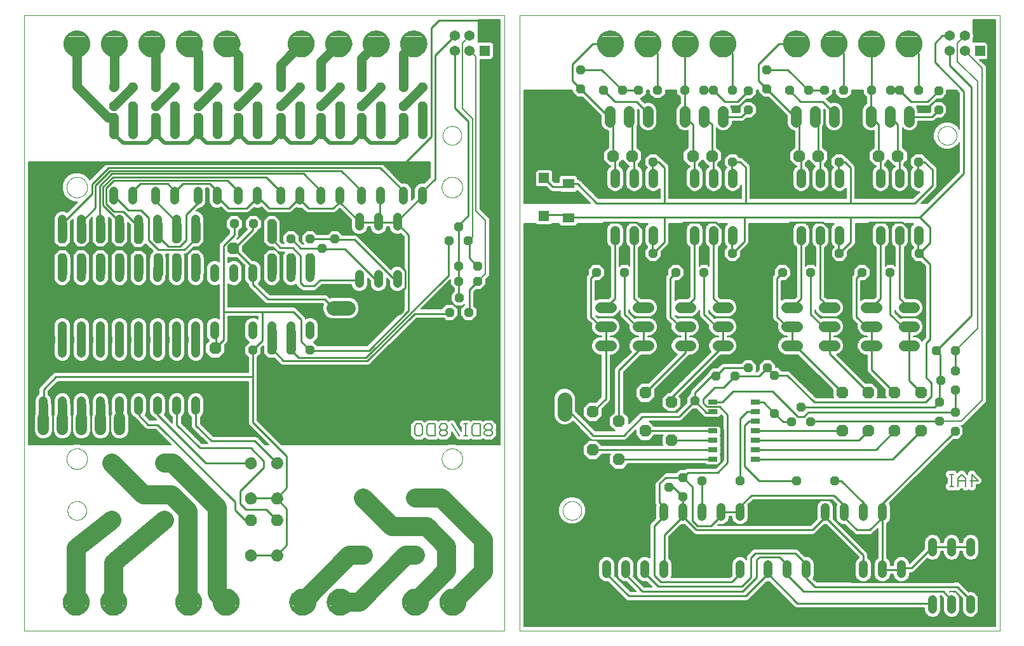
<source format=gbl>
G75*
%MOIN*%
%OFA0B0*%
%FSLAX25Y25*%
%IPPOS*%
%LPD*%
%AMOC8*
5,1,8,0,0,1.08239X$1,22.5*
%
%ADD10C,0.00000*%
%ADD11C,0.00700*%
%ADD12OC8,0.06300*%
%ADD13OC8,0.04800*%
%ADD14C,0.04800*%
%ADD15C,0.04800*%
%ADD16C,0.05250*%
%ADD17C,0.05315*%
%ADD18C,0.07677*%
%ADD19C,0.07677*%
%ADD20R,0.05400X0.05400*%
%ADD21C,0.05400*%
%ADD22C,0.06000*%
%ADD23C,0.05118*%
%ADD24C,0.05600*%
%ADD25R,0.05500X0.05500*%
%ADD26R,0.05000X0.02500*%
%ADD27R,0.05906X0.05118*%
%ADD28C,0.05000*%
%ADD29C,0.02000*%
%ADD30C,0.01378*%
%ADD31C,0.01000*%
%ADD32C,0.04724*%
%ADD33C,0.10000*%
%ADD34C,0.04000*%
%ADD35C,0.00600*%
%ADD36C,0.00800*%
D10*
X0001300Y0011772D02*
X0001300Y0334606D01*
X0253269Y0334606D01*
X0253269Y0011772D01*
X0001300Y0011772D01*
X0023938Y0074764D02*
X0023940Y0074904D01*
X0023946Y0075044D01*
X0023956Y0075183D01*
X0023970Y0075322D01*
X0023988Y0075461D01*
X0024009Y0075599D01*
X0024035Y0075737D01*
X0024065Y0075874D01*
X0024098Y0076009D01*
X0024136Y0076144D01*
X0024177Y0076278D01*
X0024222Y0076411D01*
X0024270Y0076542D01*
X0024323Y0076671D01*
X0024379Y0076800D01*
X0024438Y0076926D01*
X0024502Y0077051D01*
X0024568Y0077174D01*
X0024639Y0077295D01*
X0024712Y0077414D01*
X0024789Y0077531D01*
X0024870Y0077645D01*
X0024953Y0077757D01*
X0025040Y0077867D01*
X0025130Y0077975D01*
X0025222Y0078079D01*
X0025318Y0078181D01*
X0025417Y0078281D01*
X0025518Y0078377D01*
X0025622Y0078471D01*
X0025729Y0078561D01*
X0025838Y0078648D01*
X0025950Y0078733D01*
X0026064Y0078814D01*
X0026180Y0078892D01*
X0026298Y0078966D01*
X0026419Y0079037D01*
X0026541Y0079105D01*
X0026666Y0079169D01*
X0026792Y0079230D01*
X0026919Y0079287D01*
X0027049Y0079340D01*
X0027180Y0079390D01*
X0027312Y0079435D01*
X0027445Y0079478D01*
X0027580Y0079516D01*
X0027715Y0079550D01*
X0027852Y0079581D01*
X0027989Y0079608D01*
X0028127Y0079630D01*
X0028266Y0079649D01*
X0028405Y0079664D01*
X0028544Y0079675D01*
X0028684Y0079682D01*
X0028824Y0079685D01*
X0028964Y0079684D01*
X0029104Y0079679D01*
X0029243Y0079670D01*
X0029383Y0079657D01*
X0029522Y0079640D01*
X0029660Y0079619D01*
X0029798Y0079595D01*
X0029935Y0079566D01*
X0030071Y0079534D01*
X0030206Y0079497D01*
X0030340Y0079457D01*
X0030473Y0079413D01*
X0030604Y0079365D01*
X0030734Y0079314D01*
X0030863Y0079259D01*
X0030990Y0079200D01*
X0031115Y0079137D01*
X0031238Y0079072D01*
X0031360Y0079002D01*
X0031479Y0078929D01*
X0031597Y0078853D01*
X0031712Y0078774D01*
X0031825Y0078691D01*
X0031935Y0078605D01*
X0032043Y0078516D01*
X0032148Y0078424D01*
X0032251Y0078329D01*
X0032351Y0078231D01*
X0032448Y0078131D01*
X0032542Y0078027D01*
X0032634Y0077921D01*
X0032722Y0077813D01*
X0032807Y0077702D01*
X0032889Y0077588D01*
X0032968Y0077472D01*
X0033043Y0077355D01*
X0033115Y0077235D01*
X0033183Y0077113D01*
X0033248Y0076989D01*
X0033310Y0076863D01*
X0033368Y0076736D01*
X0033422Y0076607D01*
X0033473Y0076476D01*
X0033519Y0076344D01*
X0033562Y0076211D01*
X0033602Y0076077D01*
X0033637Y0075942D01*
X0033669Y0075805D01*
X0033696Y0075668D01*
X0033720Y0075530D01*
X0033740Y0075392D01*
X0033756Y0075253D01*
X0033768Y0075113D01*
X0033776Y0074974D01*
X0033780Y0074834D01*
X0033780Y0074694D01*
X0033776Y0074554D01*
X0033768Y0074415D01*
X0033756Y0074275D01*
X0033740Y0074136D01*
X0033720Y0073998D01*
X0033696Y0073860D01*
X0033669Y0073723D01*
X0033637Y0073586D01*
X0033602Y0073451D01*
X0033562Y0073317D01*
X0033519Y0073184D01*
X0033473Y0073052D01*
X0033422Y0072921D01*
X0033368Y0072792D01*
X0033310Y0072665D01*
X0033248Y0072539D01*
X0033183Y0072415D01*
X0033115Y0072293D01*
X0033043Y0072173D01*
X0032968Y0072056D01*
X0032889Y0071940D01*
X0032807Y0071826D01*
X0032722Y0071715D01*
X0032634Y0071607D01*
X0032542Y0071501D01*
X0032448Y0071397D01*
X0032351Y0071297D01*
X0032251Y0071199D01*
X0032148Y0071104D01*
X0032043Y0071012D01*
X0031935Y0070923D01*
X0031825Y0070837D01*
X0031712Y0070754D01*
X0031597Y0070675D01*
X0031479Y0070599D01*
X0031360Y0070526D01*
X0031238Y0070456D01*
X0031115Y0070391D01*
X0030990Y0070328D01*
X0030863Y0070269D01*
X0030734Y0070214D01*
X0030604Y0070163D01*
X0030473Y0070115D01*
X0030340Y0070071D01*
X0030206Y0070031D01*
X0030071Y0069994D01*
X0029935Y0069962D01*
X0029798Y0069933D01*
X0029660Y0069909D01*
X0029522Y0069888D01*
X0029383Y0069871D01*
X0029243Y0069858D01*
X0029104Y0069849D01*
X0028964Y0069844D01*
X0028824Y0069843D01*
X0028684Y0069846D01*
X0028544Y0069853D01*
X0028405Y0069864D01*
X0028266Y0069879D01*
X0028127Y0069898D01*
X0027989Y0069920D01*
X0027852Y0069947D01*
X0027715Y0069978D01*
X0027580Y0070012D01*
X0027445Y0070050D01*
X0027312Y0070093D01*
X0027180Y0070138D01*
X0027049Y0070188D01*
X0026919Y0070241D01*
X0026792Y0070298D01*
X0026666Y0070359D01*
X0026541Y0070423D01*
X0026419Y0070491D01*
X0026298Y0070562D01*
X0026180Y0070636D01*
X0026064Y0070714D01*
X0025950Y0070795D01*
X0025838Y0070880D01*
X0025729Y0070967D01*
X0025622Y0071057D01*
X0025518Y0071151D01*
X0025417Y0071247D01*
X0025318Y0071347D01*
X0025222Y0071449D01*
X0025130Y0071553D01*
X0025040Y0071661D01*
X0024953Y0071771D01*
X0024870Y0071883D01*
X0024789Y0071997D01*
X0024712Y0072114D01*
X0024639Y0072233D01*
X0024568Y0072354D01*
X0024502Y0072477D01*
X0024438Y0072602D01*
X0024379Y0072728D01*
X0024323Y0072857D01*
X0024270Y0072986D01*
X0024222Y0073117D01*
X0024177Y0073250D01*
X0024136Y0073384D01*
X0024098Y0073519D01*
X0024065Y0073654D01*
X0024035Y0073791D01*
X0024009Y0073929D01*
X0023988Y0074067D01*
X0023970Y0074206D01*
X0023956Y0074345D01*
X0023946Y0074484D01*
X0023940Y0074624D01*
X0023938Y0074764D01*
X0023446Y0101929D02*
X0023448Y0102076D01*
X0023454Y0102222D01*
X0023464Y0102368D01*
X0023478Y0102514D01*
X0023496Y0102660D01*
X0023517Y0102805D01*
X0023543Y0102949D01*
X0023573Y0103093D01*
X0023606Y0103235D01*
X0023643Y0103377D01*
X0023684Y0103518D01*
X0023729Y0103657D01*
X0023778Y0103796D01*
X0023830Y0103933D01*
X0023887Y0104068D01*
X0023946Y0104202D01*
X0024010Y0104334D01*
X0024077Y0104464D01*
X0024147Y0104593D01*
X0024221Y0104720D01*
X0024298Y0104844D01*
X0024379Y0104967D01*
X0024463Y0105087D01*
X0024550Y0105205D01*
X0024640Y0105320D01*
X0024733Y0105433D01*
X0024830Y0105544D01*
X0024929Y0105652D01*
X0025031Y0105757D01*
X0025136Y0105859D01*
X0025244Y0105958D01*
X0025355Y0106055D01*
X0025468Y0106148D01*
X0025583Y0106238D01*
X0025701Y0106325D01*
X0025821Y0106409D01*
X0025944Y0106490D01*
X0026068Y0106567D01*
X0026195Y0106641D01*
X0026324Y0106711D01*
X0026454Y0106778D01*
X0026586Y0106842D01*
X0026720Y0106901D01*
X0026855Y0106958D01*
X0026992Y0107010D01*
X0027131Y0107059D01*
X0027270Y0107104D01*
X0027411Y0107145D01*
X0027553Y0107182D01*
X0027695Y0107215D01*
X0027839Y0107245D01*
X0027983Y0107271D01*
X0028128Y0107292D01*
X0028274Y0107310D01*
X0028420Y0107324D01*
X0028566Y0107334D01*
X0028712Y0107340D01*
X0028859Y0107342D01*
X0029006Y0107340D01*
X0029152Y0107334D01*
X0029298Y0107324D01*
X0029444Y0107310D01*
X0029590Y0107292D01*
X0029735Y0107271D01*
X0029879Y0107245D01*
X0030023Y0107215D01*
X0030165Y0107182D01*
X0030307Y0107145D01*
X0030448Y0107104D01*
X0030587Y0107059D01*
X0030726Y0107010D01*
X0030863Y0106958D01*
X0030998Y0106901D01*
X0031132Y0106842D01*
X0031264Y0106778D01*
X0031394Y0106711D01*
X0031523Y0106641D01*
X0031650Y0106567D01*
X0031774Y0106490D01*
X0031897Y0106409D01*
X0032017Y0106325D01*
X0032135Y0106238D01*
X0032250Y0106148D01*
X0032363Y0106055D01*
X0032474Y0105958D01*
X0032582Y0105859D01*
X0032687Y0105757D01*
X0032789Y0105652D01*
X0032888Y0105544D01*
X0032985Y0105433D01*
X0033078Y0105320D01*
X0033168Y0105205D01*
X0033255Y0105087D01*
X0033339Y0104967D01*
X0033420Y0104844D01*
X0033497Y0104720D01*
X0033571Y0104593D01*
X0033641Y0104464D01*
X0033708Y0104334D01*
X0033772Y0104202D01*
X0033831Y0104068D01*
X0033888Y0103933D01*
X0033940Y0103796D01*
X0033989Y0103657D01*
X0034034Y0103518D01*
X0034075Y0103377D01*
X0034112Y0103235D01*
X0034145Y0103093D01*
X0034175Y0102949D01*
X0034201Y0102805D01*
X0034222Y0102660D01*
X0034240Y0102514D01*
X0034254Y0102368D01*
X0034264Y0102222D01*
X0034270Y0102076D01*
X0034272Y0101929D01*
X0034270Y0101782D01*
X0034264Y0101636D01*
X0034254Y0101490D01*
X0034240Y0101344D01*
X0034222Y0101198D01*
X0034201Y0101053D01*
X0034175Y0100909D01*
X0034145Y0100765D01*
X0034112Y0100623D01*
X0034075Y0100481D01*
X0034034Y0100340D01*
X0033989Y0100201D01*
X0033940Y0100062D01*
X0033888Y0099925D01*
X0033831Y0099790D01*
X0033772Y0099656D01*
X0033708Y0099524D01*
X0033641Y0099394D01*
X0033571Y0099265D01*
X0033497Y0099138D01*
X0033420Y0099014D01*
X0033339Y0098891D01*
X0033255Y0098771D01*
X0033168Y0098653D01*
X0033078Y0098538D01*
X0032985Y0098425D01*
X0032888Y0098314D01*
X0032789Y0098206D01*
X0032687Y0098101D01*
X0032582Y0097999D01*
X0032474Y0097900D01*
X0032363Y0097803D01*
X0032250Y0097710D01*
X0032135Y0097620D01*
X0032017Y0097533D01*
X0031897Y0097449D01*
X0031774Y0097368D01*
X0031650Y0097291D01*
X0031523Y0097217D01*
X0031394Y0097147D01*
X0031264Y0097080D01*
X0031132Y0097016D01*
X0030998Y0096957D01*
X0030863Y0096900D01*
X0030726Y0096848D01*
X0030587Y0096799D01*
X0030448Y0096754D01*
X0030307Y0096713D01*
X0030165Y0096676D01*
X0030023Y0096643D01*
X0029879Y0096613D01*
X0029735Y0096587D01*
X0029590Y0096566D01*
X0029444Y0096548D01*
X0029298Y0096534D01*
X0029152Y0096524D01*
X0029006Y0096518D01*
X0028859Y0096516D01*
X0028712Y0096518D01*
X0028566Y0096524D01*
X0028420Y0096534D01*
X0028274Y0096548D01*
X0028128Y0096566D01*
X0027983Y0096587D01*
X0027839Y0096613D01*
X0027695Y0096643D01*
X0027553Y0096676D01*
X0027411Y0096713D01*
X0027270Y0096754D01*
X0027131Y0096799D01*
X0026992Y0096848D01*
X0026855Y0096900D01*
X0026720Y0096957D01*
X0026586Y0097016D01*
X0026454Y0097080D01*
X0026324Y0097147D01*
X0026195Y0097217D01*
X0026068Y0097291D01*
X0025944Y0097368D01*
X0025821Y0097449D01*
X0025701Y0097533D01*
X0025583Y0097620D01*
X0025468Y0097710D01*
X0025355Y0097803D01*
X0025244Y0097900D01*
X0025136Y0097999D01*
X0025031Y0098101D01*
X0024929Y0098206D01*
X0024830Y0098314D01*
X0024733Y0098425D01*
X0024640Y0098538D01*
X0024550Y0098653D01*
X0024463Y0098771D01*
X0024379Y0098891D01*
X0024298Y0099014D01*
X0024221Y0099138D01*
X0024147Y0099265D01*
X0024077Y0099394D01*
X0024010Y0099524D01*
X0023946Y0099656D01*
X0023887Y0099790D01*
X0023830Y0099925D01*
X0023778Y0100062D01*
X0023729Y0100201D01*
X0023684Y0100340D01*
X0023643Y0100481D01*
X0023606Y0100623D01*
X0023573Y0100765D01*
X0023543Y0100909D01*
X0023517Y0101053D01*
X0023496Y0101198D01*
X0023478Y0101344D01*
X0023464Y0101490D01*
X0023454Y0101636D01*
X0023448Y0101782D01*
X0023446Y0101929D01*
X0220296Y0101929D02*
X0220298Y0102076D01*
X0220304Y0102222D01*
X0220314Y0102368D01*
X0220328Y0102514D01*
X0220346Y0102660D01*
X0220367Y0102805D01*
X0220393Y0102949D01*
X0220423Y0103093D01*
X0220456Y0103235D01*
X0220493Y0103377D01*
X0220534Y0103518D01*
X0220579Y0103657D01*
X0220628Y0103796D01*
X0220680Y0103933D01*
X0220737Y0104068D01*
X0220796Y0104202D01*
X0220860Y0104334D01*
X0220927Y0104464D01*
X0220997Y0104593D01*
X0221071Y0104720D01*
X0221148Y0104844D01*
X0221229Y0104967D01*
X0221313Y0105087D01*
X0221400Y0105205D01*
X0221490Y0105320D01*
X0221583Y0105433D01*
X0221680Y0105544D01*
X0221779Y0105652D01*
X0221881Y0105757D01*
X0221986Y0105859D01*
X0222094Y0105958D01*
X0222205Y0106055D01*
X0222318Y0106148D01*
X0222433Y0106238D01*
X0222551Y0106325D01*
X0222671Y0106409D01*
X0222794Y0106490D01*
X0222918Y0106567D01*
X0223045Y0106641D01*
X0223174Y0106711D01*
X0223304Y0106778D01*
X0223436Y0106842D01*
X0223570Y0106901D01*
X0223705Y0106958D01*
X0223842Y0107010D01*
X0223981Y0107059D01*
X0224120Y0107104D01*
X0224261Y0107145D01*
X0224403Y0107182D01*
X0224545Y0107215D01*
X0224689Y0107245D01*
X0224833Y0107271D01*
X0224978Y0107292D01*
X0225124Y0107310D01*
X0225270Y0107324D01*
X0225416Y0107334D01*
X0225562Y0107340D01*
X0225709Y0107342D01*
X0225856Y0107340D01*
X0226002Y0107334D01*
X0226148Y0107324D01*
X0226294Y0107310D01*
X0226440Y0107292D01*
X0226585Y0107271D01*
X0226729Y0107245D01*
X0226873Y0107215D01*
X0227015Y0107182D01*
X0227157Y0107145D01*
X0227298Y0107104D01*
X0227437Y0107059D01*
X0227576Y0107010D01*
X0227713Y0106958D01*
X0227848Y0106901D01*
X0227982Y0106842D01*
X0228114Y0106778D01*
X0228244Y0106711D01*
X0228373Y0106641D01*
X0228500Y0106567D01*
X0228624Y0106490D01*
X0228747Y0106409D01*
X0228867Y0106325D01*
X0228985Y0106238D01*
X0229100Y0106148D01*
X0229213Y0106055D01*
X0229324Y0105958D01*
X0229432Y0105859D01*
X0229537Y0105757D01*
X0229639Y0105652D01*
X0229738Y0105544D01*
X0229835Y0105433D01*
X0229928Y0105320D01*
X0230018Y0105205D01*
X0230105Y0105087D01*
X0230189Y0104967D01*
X0230270Y0104844D01*
X0230347Y0104720D01*
X0230421Y0104593D01*
X0230491Y0104464D01*
X0230558Y0104334D01*
X0230622Y0104202D01*
X0230681Y0104068D01*
X0230738Y0103933D01*
X0230790Y0103796D01*
X0230839Y0103657D01*
X0230884Y0103518D01*
X0230925Y0103377D01*
X0230962Y0103235D01*
X0230995Y0103093D01*
X0231025Y0102949D01*
X0231051Y0102805D01*
X0231072Y0102660D01*
X0231090Y0102514D01*
X0231104Y0102368D01*
X0231114Y0102222D01*
X0231120Y0102076D01*
X0231122Y0101929D01*
X0231120Y0101782D01*
X0231114Y0101636D01*
X0231104Y0101490D01*
X0231090Y0101344D01*
X0231072Y0101198D01*
X0231051Y0101053D01*
X0231025Y0100909D01*
X0230995Y0100765D01*
X0230962Y0100623D01*
X0230925Y0100481D01*
X0230884Y0100340D01*
X0230839Y0100201D01*
X0230790Y0100062D01*
X0230738Y0099925D01*
X0230681Y0099790D01*
X0230622Y0099656D01*
X0230558Y0099524D01*
X0230491Y0099394D01*
X0230421Y0099265D01*
X0230347Y0099138D01*
X0230270Y0099014D01*
X0230189Y0098891D01*
X0230105Y0098771D01*
X0230018Y0098653D01*
X0229928Y0098538D01*
X0229835Y0098425D01*
X0229738Y0098314D01*
X0229639Y0098206D01*
X0229537Y0098101D01*
X0229432Y0097999D01*
X0229324Y0097900D01*
X0229213Y0097803D01*
X0229100Y0097710D01*
X0228985Y0097620D01*
X0228867Y0097533D01*
X0228747Y0097449D01*
X0228624Y0097368D01*
X0228500Y0097291D01*
X0228373Y0097217D01*
X0228244Y0097147D01*
X0228114Y0097080D01*
X0227982Y0097016D01*
X0227848Y0096957D01*
X0227713Y0096900D01*
X0227576Y0096848D01*
X0227437Y0096799D01*
X0227298Y0096754D01*
X0227157Y0096713D01*
X0227015Y0096676D01*
X0226873Y0096643D01*
X0226729Y0096613D01*
X0226585Y0096587D01*
X0226440Y0096566D01*
X0226294Y0096548D01*
X0226148Y0096534D01*
X0226002Y0096524D01*
X0225856Y0096518D01*
X0225709Y0096516D01*
X0225562Y0096518D01*
X0225416Y0096524D01*
X0225270Y0096534D01*
X0225124Y0096548D01*
X0224978Y0096566D01*
X0224833Y0096587D01*
X0224689Y0096613D01*
X0224545Y0096643D01*
X0224403Y0096676D01*
X0224261Y0096713D01*
X0224120Y0096754D01*
X0223981Y0096799D01*
X0223842Y0096848D01*
X0223705Y0096900D01*
X0223570Y0096957D01*
X0223436Y0097016D01*
X0223304Y0097080D01*
X0223174Y0097147D01*
X0223045Y0097217D01*
X0222918Y0097291D01*
X0222794Y0097368D01*
X0222671Y0097449D01*
X0222551Y0097533D01*
X0222433Y0097620D01*
X0222318Y0097710D01*
X0222205Y0097803D01*
X0222094Y0097900D01*
X0221986Y0097999D01*
X0221881Y0098101D01*
X0221779Y0098206D01*
X0221680Y0098314D01*
X0221583Y0098425D01*
X0221490Y0098538D01*
X0221400Y0098653D01*
X0221313Y0098771D01*
X0221229Y0098891D01*
X0221148Y0099014D01*
X0221071Y0099138D01*
X0220997Y0099265D01*
X0220927Y0099394D01*
X0220860Y0099524D01*
X0220796Y0099656D01*
X0220737Y0099790D01*
X0220680Y0099925D01*
X0220628Y0100062D01*
X0220579Y0100201D01*
X0220534Y0100340D01*
X0220493Y0100481D01*
X0220456Y0100623D01*
X0220423Y0100765D01*
X0220393Y0100909D01*
X0220367Y0101053D01*
X0220346Y0101198D01*
X0220328Y0101344D01*
X0220314Y0101490D01*
X0220304Y0101636D01*
X0220298Y0101782D01*
X0220296Y0101929D01*
X0283781Y0074764D02*
X0283783Y0074904D01*
X0283789Y0075044D01*
X0283799Y0075183D01*
X0283813Y0075322D01*
X0283831Y0075461D01*
X0283852Y0075599D01*
X0283878Y0075737D01*
X0283908Y0075874D01*
X0283941Y0076009D01*
X0283979Y0076144D01*
X0284020Y0076278D01*
X0284065Y0076411D01*
X0284113Y0076542D01*
X0284166Y0076671D01*
X0284222Y0076800D01*
X0284281Y0076926D01*
X0284345Y0077051D01*
X0284411Y0077174D01*
X0284482Y0077295D01*
X0284555Y0077414D01*
X0284632Y0077531D01*
X0284713Y0077645D01*
X0284796Y0077757D01*
X0284883Y0077867D01*
X0284973Y0077975D01*
X0285065Y0078079D01*
X0285161Y0078181D01*
X0285260Y0078281D01*
X0285361Y0078377D01*
X0285465Y0078471D01*
X0285572Y0078561D01*
X0285681Y0078648D01*
X0285793Y0078733D01*
X0285907Y0078814D01*
X0286023Y0078892D01*
X0286141Y0078966D01*
X0286262Y0079037D01*
X0286384Y0079105D01*
X0286509Y0079169D01*
X0286635Y0079230D01*
X0286762Y0079287D01*
X0286892Y0079340D01*
X0287023Y0079390D01*
X0287155Y0079435D01*
X0287288Y0079478D01*
X0287423Y0079516D01*
X0287558Y0079550D01*
X0287695Y0079581D01*
X0287832Y0079608D01*
X0287970Y0079630D01*
X0288109Y0079649D01*
X0288248Y0079664D01*
X0288387Y0079675D01*
X0288527Y0079682D01*
X0288667Y0079685D01*
X0288807Y0079684D01*
X0288947Y0079679D01*
X0289086Y0079670D01*
X0289226Y0079657D01*
X0289365Y0079640D01*
X0289503Y0079619D01*
X0289641Y0079595D01*
X0289778Y0079566D01*
X0289914Y0079534D01*
X0290049Y0079497D01*
X0290183Y0079457D01*
X0290316Y0079413D01*
X0290447Y0079365D01*
X0290577Y0079314D01*
X0290706Y0079259D01*
X0290833Y0079200D01*
X0290958Y0079137D01*
X0291081Y0079072D01*
X0291203Y0079002D01*
X0291322Y0078929D01*
X0291440Y0078853D01*
X0291555Y0078774D01*
X0291668Y0078691D01*
X0291778Y0078605D01*
X0291886Y0078516D01*
X0291991Y0078424D01*
X0292094Y0078329D01*
X0292194Y0078231D01*
X0292291Y0078131D01*
X0292385Y0078027D01*
X0292477Y0077921D01*
X0292565Y0077813D01*
X0292650Y0077702D01*
X0292732Y0077588D01*
X0292811Y0077472D01*
X0292886Y0077355D01*
X0292958Y0077235D01*
X0293026Y0077113D01*
X0293091Y0076989D01*
X0293153Y0076863D01*
X0293211Y0076736D01*
X0293265Y0076607D01*
X0293316Y0076476D01*
X0293362Y0076344D01*
X0293405Y0076211D01*
X0293445Y0076077D01*
X0293480Y0075942D01*
X0293512Y0075805D01*
X0293539Y0075668D01*
X0293563Y0075530D01*
X0293583Y0075392D01*
X0293599Y0075253D01*
X0293611Y0075113D01*
X0293619Y0074974D01*
X0293623Y0074834D01*
X0293623Y0074694D01*
X0293619Y0074554D01*
X0293611Y0074415D01*
X0293599Y0074275D01*
X0293583Y0074136D01*
X0293563Y0073998D01*
X0293539Y0073860D01*
X0293512Y0073723D01*
X0293480Y0073586D01*
X0293445Y0073451D01*
X0293405Y0073317D01*
X0293362Y0073184D01*
X0293316Y0073052D01*
X0293265Y0072921D01*
X0293211Y0072792D01*
X0293153Y0072665D01*
X0293091Y0072539D01*
X0293026Y0072415D01*
X0292958Y0072293D01*
X0292886Y0072173D01*
X0292811Y0072056D01*
X0292732Y0071940D01*
X0292650Y0071826D01*
X0292565Y0071715D01*
X0292477Y0071607D01*
X0292385Y0071501D01*
X0292291Y0071397D01*
X0292194Y0071297D01*
X0292094Y0071199D01*
X0291991Y0071104D01*
X0291886Y0071012D01*
X0291778Y0070923D01*
X0291668Y0070837D01*
X0291555Y0070754D01*
X0291440Y0070675D01*
X0291322Y0070599D01*
X0291203Y0070526D01*
X0291081Y0070456D01*
X0290958Y0070391D01*
X0290833Y0070328D01*
X0290706Y0070269D01*
X0290577Y0070214D01*
X0290447Y0070163D01*
X0290316Y0070115D01*
X0290183Y0070071D01*
X0290049Y0070031D01*
X0289914Y0069994D01*
X0289778Y0069962D01*
X0289641Y0069933D01*
X0289503Y0069909D01*
X0289365Y0069888D01*
X0289226Y0069871D01*
X0289086Y0069858D01*
X0288947Y0069849D01*
X0288807Y0069844D01*
X0288667Y0069843D01*
X0288527Y0069846D01*
X0288387Y0069853D01*
X0288248Y0069864D01*
X0288109Y0069879D01*
X0287970Y0069898D01*
X0287832Y0069920D01*
X0287695Y0069947D01*
X0287558Y0069978D01*
X0287423Y0070012D01*
X0287288Y0070050D01*
X0287155Y0070093D01*
X0287023Y0070138D01*
X0286892Y0070188D01*
X0286762Y0070241D01*
X0286635Y0070298D01*
X0286509Y0070359D01*
X0286384Y0070423D01*
X0286262Y0070491D01*
X0286141Y0070562D01*
X0286023Y0070636D01*
X0285907Y0070714D01*
X0285793Y0070795D01*
X0285681Y0070880D01*
X0285572Y0070967D01*
X0285465Y0071057D01*
X0285361Y0071151D01*
X0285260Y0071247D01*
X0285161Y0071347D01*
X0285065Y0071449D01*
X0284973Y0071553D01*
X0284883Y0071661D01*
X0284796Y0071771D01*
X0284713Y0071883D01*
X0284632Y0071997D01*
X0284555Y0072114D01*
X0284482Y0072233D01*
X0284411Y0072354D01*
X0284345Y0072477D01*
X0284281Y0072602D01*
X0284222Y0072728D01*
X0284166Y0072857D01*
X0284113Y0072986D01*
X0284065Y0073117D01*
X0284020Y0073250D01*
X0283979Y0073384D01*
X0283941Y0073519D01*
X0283908Y0073654D01*
X0283878Y0073791D01*
X0283852Y0073929D01*
X0283831Y0074067D01*
X0283813Y0074206D01*
X0283799Y0074345D01*
X0283789Y0074484D01*
X0283783Y0074624D01*
X0283781Y0074764D01*
X0261143Y0011772D02*
X0261143Y0334606D01*
X0513111Y0334606D01*
X0513111Y0011772D01*
X0261143Y0011772D01*
X0220296Y0244449D02*
X0220298Y0244596D01*
X0220304Y0244742D01*
X0220314Y0244888D01*
X0220328Y0245034D01*
X0220346Y0245180D01*
X0220367Y0245325D01*
X0220393Y0245469D01*
X0220423Y0245613D01*
X0220456Y0245755D01*
X0220493Y0245897D01*
X0220534Y0246038D01*
X0220579Y0246177D01*
X0220628Y0246316D01*
X0220680Y0246453D01*
X0220737Y0246588D01*
X0220796Y0246722D01*
X0220860Y0246854D01*
X0220927Y0246984D01*
X0220997Y0247113D01*
X0221071Y0247240D01*
X0221148Y0247364D01*
X0221229Y0247487D01*
X0221313Y0247607D01*
X0221400Y0247725D01*
X0221490Y0247840D01*
X0221583Y0247953D01*
X0221680Y0248064D01*
X0221779Y0248172D01*
X0221881Y0248277D01*
X0221986Y0248379D01*
X0222094Y0248478D01*
X0222205Y0248575D01*
X0222318Y0248668D01*
X0222433Y0248758D01*
X0222551Y0248845D01*
X0222671Y0248929D01*
X0222794Y0249010D01*
X0222918Y0249087D01*
X0223045Y0249161D01*
X0223174Y0249231D01*
X0223304Y0249298D01*
X0223436Y0249362D01*
X0223570Y0249421D01*
X0223705Y0249478D01*
X0223842Y0249530D01*
X0223981Y0249579D01*
X0224120Y0249624D01*
X0224261Y0249665D01*
X0224403Y0249702D01*
X0224545Y0249735D01*
X0224689Y0249765D01*
X0224833Y0249791D01*
X0224978Y0249812D01*
X0225124Y0249830D01*
X0225270Y0249844D01*
X0225416Y0249854D01*
X0225562Y0249860D01*
X0225709Y0249862D01*
X0225856Y0249860D01*
X0226002Y0249854D01*
X0226148Y0249844D01*
X0226294Y0249830D01*
X0226440Y0249812D01*
X0226585Y0249791D01*
X0226729Y0249765D01*
X0226873Y0249735D01*
X0227015Y0249702D01*
X0227157Y0249665D01*
X0227298Y0249624D01*
X0227437Y0249579D01*
X0227576Y0249530D01*
X0227713Y0249478D01*
X0227848Y0249421D01*
X0227982Y0249362D01*
X0228114Y0249298D01*
X0228244Y0249231D01*
X0228373Y0249161D01*
X0228500Y0249087D01*
X0228624Y0249010D01*
X0228747Y0248929D01*
X0228867Y0248845D01*
X0228985Y0248758D01*
X0229100Y0248668D01*
X0229213Y0248575D01*
X0229324Y0248478D01*
X0229432Y0248379D01*
X0229537Y0248277D01*
X0229639Y0248172D01*
X0229738Y0248064D01*
X0229835Y0247953D01*
X0229928Y0247840D01*
X0230018Y0247725D01*
X0230105Y0247607D01*
X0230189Y0247487D01*
X0230270Y0247364D01*
X0230347Y0247240D01*
X0230421Y0247113D01*
X0230491Y0246984D01*
X0230558Y0246854D01*
X0230622Y0246722D01*
X0230681Y0246588D01*
X0230738Y0246453D01*
X0230790Y0246316D01*
X0230839Y0246177D01*
X0230884Y0246038D01*
X0230925Y0245897D01*
X0230962Y0245755D01*
X0230995Y0245613D01*
X0231025Y0245469D01*
X0231051Y0245325D01*
X0231072Y0245180D01*
X0231090Y0245034D01*
X0231104Y0244888D01*
X0231114Y0244742D01*
X0231120Y0244596D01*
X0231122Y0244449D01*
X0231120Y0244302D01*
X0231114Y0244156D01*
X0231104Y0244010D01*
X0231090Y0243864D01*
X0231072Y0243718D01*
X0231051Y0243573D01*
X0231025Y0243429D01*
X0230995Y0243285D01*
X0230962Y0243143D01*
X0230925Y0243001D01*
X0230884Y0242860D01*
X0230839Y0242721D01*
X0230790Y0242582D01*
X0230738Y0242445D01*
X0230681Y0242310D01*
X0230622Y0242176D01*
X0230558Y0242044D01*
X0230491Y0241914D01*
X0230421Y0241785D01*
X0230347Y0241658D01*
X0230270Y0241534D01*
X0230189Y0241411D01*
X0230105Y0241291D01*
X0230018Y0241173D01*
X0229928Y0241058D01*
X0229835Y0240945D01*
X0229738Y0240834D01*
X0229639Y0240726D01*
X0229537Y0240621D01*
X0229432Y0240519D01*
X0229324Y0240420D01*
X0229213Y0240323D01*
X0229100Y0240230D01*
X0228985Y0240140D01*
X0228867Y0240053D01*
X0228747Y0239969D01*
X0228624Y0239888D01*
X0228500Y0239811D01*
X0228373Y0239737D01*
X0228244Y0239667D01*
X0228114Y0239600D01*
X0227982Y0239536D01*
X0227848Y0239477D01*
X0227713Y0239420D01*
X0227576Y0239368D01*
X0227437Y0239319D01*
X0227298Y0239274D01*
X0227157Y0239233D01*
X0227015Y0239196D01*
X0226873Y0239163D01*
X0226729Y0239133D01*
X0226585Y0239107D01*
X0226440Y0239086D01*
X0226294Y0239068D01*
X0226148Y0239054D01*
X0226002Y0239044D01*
X0225856Y0239038D01*
X0225709Y0239036D01*
X0225562Y0239038D01*
X0225416Y0239044D01*
X0225270Y0239054D01*
X0225124Y0239068D01*
X0224978Y0239086D01*
X0224833Y0239107D01*
X0224689Y0239133D01*
X0224545Y0239163D01*
X0224403Y0239196D01*
X0224261Y0239233D01*
X0224120Y0239274D01*
X0223981Y0239319D01*
X0223842Y0239368D01*
X0223705Y0239420D01*
X0223570Y0239477D01*
X0223436Y0239536D01*
X0223304Y0239600D01*
X0223174Y0239667D01*
X0223045Y0239737D01*
X0222918Y0239811D01*
X0222794Y0239888D01*
X0222671Y0239969D01*
X0222551Y0240053D01*
X0222433Y0240140D01*
X0222318Y0240230D01*
X0222205Y0240323D01*
X0222094Y0240420D01*
X0221986Y0240519D01*
X0221881Y0240621D01*
X0221779Y0240726D01*
X0221680Y0240834D01*
X0221583Y0240945D01*
X0221490Y0241058D01*
X0221400Y0241173D01*
X0221313Y0241291D01*
X0221229Y0241411D01*
X0221148Y0241534D01*
X0221071Y0241658D01*
X0220997Y0241785D01*
X0220927Y0241914D01*
X0220860Y0242044D01*
X0220796Y0242176D01*
X0220737Y0242310D01*
X0220680Y0242445D01*
X0220628Y0242582D01*
X0220579Y0242721D01*
X0220534Y0242860D01*
X0220493Y0243001D01*
X0220456Y0243143D01*
X0220423Y0243285D01*
X0220393Y0243429D01*
X0220367Y0243573D01*
X0220346Y0243718D01*
X0220328Y0243864D01*
X0220314Y0244010D01*
X0220304Y0244156D01*
X0220298Y0244302D01*
X0220296Y0244449D01*
X0220788Y0271614D02*
X0220790Y0271754D01*
X0220796Y0271894D01*
X0220806Y0272033D01*
X0220820Y0272172D01*
X0220838Y0272311D01*
X0220859Y0272449D01*
X0220885Y0272587D01*
X0220915Y0272724D01*
X0220948Y0272859D01*
X0220986Y0272994D01*
X0221027Y0273128D01*
X0221072Y0273261D01*
X0221120Y0273392D01*
X0221173Y0273521D01*
X0221229Y0273650D01*
X0221288Y0273776D01*
X0221352Y0273901D01*
X0221418Y0274024D01*
X0221489Y0274145D01*
X0221562Y0274264D01*
X0221639Y0274381D01*
X0221720Y0274495D01*
X0221803Y0274607D01*
X0221890Y0274717D01*
X0221980Y0274825D01*
X0222072Y0274929D01*
X0222168Y0275031D01*
X0222267Y0275131D01*
X0222368Y0275227D01*
X0222472Y0275321D01*
X0222579Y0275411D01*
X0222688Y0275498D01*
X0222800Y0275583D01*
X0222914Y0275664D01*
X0223030Y0275742D01*
X0223148Y0275816D01*
X0223269Y0275887D01*
X0223391Y0275955D01*
X0223516Y0276019D01*
X0223642Y0276080D01*
X0223769Y0276137D01*
X0223899Y0276190D01*
X0224030Y0276240D01*
X0224162Y0276285D01*
X0224295Y0276328D01*
X0224430Y0276366D01*
X0224565Y0276400D01*
X0224702Y0276431D01*
X0224839Y0276458D01*
X0224977Y0276480D01*
X0225116Y0276499D01*
X0225255Y0276514D01*
X0225394Y0276525D01*
X0225534Y0276532D01*
X0225674Y0276535D01*
X0225814Y0276534D01*
X0225954Y0276529D01*
X0226093Y0276520D01*
X0226233Y0276507D01*
X0226372Y0276490D01*
X0226510Y0276469D01*
X0226648Y0276445D01*
X0226785Y0276416D01*
X0226921Y0276384D01*
X0227056Y0276347D01*
X0227190Y0276307D01*
X0227323Y0276263D01*
X0227454Y0276215D01*
X0227584Y0276164D01*
X0227713Y0276109D01*
X0227840Y0276050D01*
X0227965Y0275987D01*
X0228088Y0275922D01*
X0228210Y0275852D01*
X0228329Y0275779D01*
X0228447Y0275703D01*
X0228562Y0275624D01*
X0228675Y0275541D01*
X0228785Y0275455D01*
X0228893Y0275366D01*
X0228998Y0275274D01*
X0229101Y0275179D01*
X0229201Y0275081D01*
X0229298Y0274981D01*
X0229392Y0274877D01*
X0229484Y0274771D01*
X0229572Y0274663D01*
X0229657Y0274552D01*
X0229739Y0274438D01*
X0229818Y0274322D01*
X0229893Y0274205D01*
X0229965Y0274085D01*
X0230033Y0273963D01*
X0230098Y0273839D01*
X0230160Y0273713D01*
X0230218Y0273586D01*
X0230272Y0273457D01*
X0230323Y0273326D01*
X0230369Y0273194D01*
X0230412Y0273061D01*
X0230452Y0272927D01*
X0230487Y0272792D01*
X0230519Y0272655D01*
X0230546Y0272518D01*
X0230570Y0272380D01*
X0230590Y0272242D01*
X0230606Y0272103D01*
X0230618Y0271963D01*
X0230626Y0271824D01*
X0230630Y0271684D01*
X0230630Y0271544D01*
X0230626Y0271404D01*
X0230618Y0271265D01*
X0230606Y0271125D01*
X0230590Y0270986D01*
X0230570Y0270848D01*
X0230546Y0270710D01*
X0230519Y0270573D01*
X0230487Y0270436D01*
X0230452Y0270301D01*
X0230412Y0270167D01*
X0230369Y0270034D01*
X0230323Y0269902D01*
X0230272Y0269771D01*
X0230218Y0269642D01*
X0230160Y0269515D01*
X0230098Y0269389D01*
X0230033Y0269265D01*
X0229965Y0269143D01*
X0229893Y0269023D01*
X0229818Y0268906D01*
X0229739Y0268790D01*
X0229657Y0268676D01*
X0229572Y0268565D01*
X0229484Y0268457D01*
X0229392Y0268351D01*
X0229298Y0268247D01*
X0229201Y0268147D01*
X0229101Y0268049D01*
X0228998Y0267954D01*
X0228893Y0267862D01*
X0228785Y0267773D01*
X0228675Y0267687D01*
X0228562Y0267604D01*
X0228447Y0267525D01*
X0228329Y0267449D01*
X0228210Y0267376D01*
X0228088Y0267306D01*
X0227965Y0267241D01*
X0227840Y0267178D01*
X0227713Y0267119D01*
X0227584Y0267064D01*
X0227454Y0267013D01*
X0227323Y0266965D01*
X0227190Y0266921D01*
X0227056Y0266881D01*
X0226921Y0266844D01*
X0226785Y0266812D01*
X0226648Y0266783D01*
X0226510Y0266759D01*
X0226372Y0266738D01*
X0226233Y0266721D01*
X0226093Y0266708D01*
X0225954Y0266699D01*
X0225814Y0266694D01*
X0225674Y0266693D01*
X0225534Y0266696D01*
X0225394Y0266703D01*
X0225255Y0266714D01*
X0225116Y0266729D01*
X0224977Y0266748D01*
X0224839Y0266770D01*
X0224702Y0266797D01*
X0224565Y0266828D01*
X0224430Y0266862D01*
X0224295Y0266900D01*
X0224162Y0266943D01*
X0224030Y0266988D01*
X0223899Y0267038D01*
X0223769Y0267091D01*
X0223642Y0267148D01*
X0223516Y0267209D01*
X0223391Y0267273D01*
X0223269Y0267341D01*
X0223148Y0267412D01*
X0223030Y0267486D01*
X0222914Y0267564D01*
X0222800Y0267645D01*
X0222688Y0267730D01*
X0222579Y0267817D01*
X0222472Y0267907D01*
X0222368Y0268001D01*
X0222267Y0268097D01*
X0222168Y0268197D01*
X0222072Y0268299D01*
X0221980Y0268403D01*
X0221890Y0268511D01*
X0221803Y0268621D01*
X0221720Y0268733D01*
X0221639Y0268847D01*
X0221562Y0268964D01*
X0221489Y0269083D01*
X0221418Y0269204D01*
X0221352Y0269327D01*
X0221288Y0269452D01*
X0221229Y0269578D01*
X0221173Y0269707D01*
X0221120Y0269836D01*
X0221072Y0269967D01*
X0221027Y0270100D01*
X0220986Y0270234D01*
X0220948Y0270369D01*
X0220915Y0270504D01*
X0220885Y0270641D01*
X0220859Y0270779D01*
X0220838Y0270917D01*
X0220820Y0271056D01*
X0220806Y0271195D01*
X0220796Y0271334D01*
X0220790Y0271474D01*
X0220788Y0271614D01*
X0023446Y0244449D02*
X0023448Y0244596D01*
X0023454Y0244742D01*
X0023464Y0244888D01*
X0023478Y0245034D01*
X0023496Y0245180D01*
X0023517Y0245325D01*
X0023543Y0245469D01*
X0023573Y0245613D01*
X0023606Y0245755D01*
X0023643Y0245897D01*
X0023684Y0246038D01*
X0023729Y0246177D01*
X0023778Y0246316D01*
X0023830Y0246453D01*
X0023887Y0246588D01*
X0023946Y0246722D01*
X0024010Y0246854D01*
X0024077Y0246984D01*
X0024147Y0247113D01*
X0024221Y0247240D01*
X0024298Y0247364D01*
X0024379Y0247487D01*
X0024463Y0247607D01*
X0024550Y0247725D01*
X0024640Y0247840D01*
X0024733Y0247953D01*
X0024830Y0248064D01*
X0024929Y0248172D01*
X0025031Y0248277D01*
X0025136Y0248379D01*
X0025244Y0248478D01*
X0025355Y0248575D01*
X0025468Y0248668D01*
X0025583Y0248758D01*
X0025701Y0248845D01*
X0025821Y0248929D01*
X0025944Y0249010D01*
X0026068Y0249087D01*
X0026195Y0249161D01*
X0026324Y0249231D01*
X0026454Y0249298D01*
X0026586Y0249362D01*
X0026720Y0249421D01*
X0026855Y0249478D01*
X0026992Y0249530D01*
X0027131Y0249579D01*
X0027270Y0249624D01*
X0027411Y0249665D01*
X0027553Y0249702D01*
X0027695Y0249735D01*
X0027839Y0249765D01*
X0027983Y0249791D01*
X0028128Y0249812D01*
X0028274Y0249830D01*
X0028420Y0249844D01*
X0028566Y0249854D01*
X0028712Y0249860D01*
X0028859Y0249862D01*
X0029006Y0249860D01*
X0029152Y0249854D01*
X0029298Y0249844D01*
X0029444Y0249830D01*
X0029590Y0249812D01*
X0029735Y0249791D01*
X0029879Y0249765D01*
X0030023Y0249735D01*
X0030165Y0249702D01*
X0030307Y0249665D01*
X0030448Y0249624D01*
X0030587Y0249579D01*
X0030726Y0249530D01*
X0030863Y0249478D01*
X0030998Y0249421D01*
X0031132Y0249362D01*
X0031264Y0249298D01*
X0031394Y0249231D01*
X0031523Y0249161D01*
X0031650Y0249087D01*
X0031774Y0249010D01*
X0031897Y0248929D01*
X0032017Y0248845D01*
X0032135Y0248758D01*
X0032250Y0248668D01*
X0032363Y0248575D01*
X0032474Y0248478D01*
X0032582Y0248379D01*
X0032687Y0248277D01*
X0032789Y0248172D01*
X0032888Y0248064D01*
X0032985Y0247953D01*
X0033078Y0247840D01*
X0033168Y0247725D01*
X0033255Y0247607D01*
X0033339Y0247487D01*
X0033420Y0247364D01*
X0033497Y0247240D01*
X0033571Y0247113D01*
X0033641Y0246984D01*
X0033708Y0246854D01*
X0033772Y0246722D01*
X0033831Y0246588D01*
X0033888Y0246453D01*
X0033940Y0246316D01*
X0033989Y0246177D01*
X0034034Y0246038D01*
X0034075Y0245897D01*
X0034112Y0245755D01*
X0034145Y0245613D01*
X0034175Y0245469D01*
X0034201Y0245325D01*
X0034222Y0245180D01*
X0034240Y0245034D01*
X0034254Y0244888D01*
X0034264Y0244742D01*
X0034270Y0244596D01*
X0034272Y0244449D01*
X0034270Y0244302D01*
X0034264Y0244156D01*
X0034254Y0244010D01*
X0034240Y0243864D01*
X0034222Y0243718D01*
X0034201Y0243573D01*
X0034175Y0243429D01*
X0034145Y0243285D01*
X0034112Y0243143D01*
X0034075Y0243001D01*
X0034034Y0242860D01*
X0033989Y0242721D01*
X0033940Y0242582D01*
X0033888Y0242445D01*
X0033831Y0242310D01*
X0033772Y0242176D01*
X0033708Y0242044D01*
X0033641Y0241914D01*
X0033571Y0241785D01*
X0033497Y0241658D01*
X0033420Y0241534D01*
X0033339Y0241411D01*
X0033255Y0241291D01*
X0033168Y0241173D01*
X0033078Y0241058D01*
X0032985Y0240945D01*
X0032888Y0240834D01*
X0032789Y0240726D01*
X0032687Y0240621D01*
X0032582Y0240519D01*
X0032474Y0240420D01*
X0032363Y0240323D01*
X0032250Y0240230D01*
X0032135Y0240140D01*
X0032017Y0240053D01*
X0031897Y0239969D01*
X0031774Y0239888D01*
X0031650Y0239811D01*
X0031523Y0239737D01*
X0031394Y0239667D01*
X0031264Y0239600D01*
X0031132Y0239536D01*
X0030998Y0239477D01*
X0030863Y0239420D01*
X0030726Y0239368D01*
X0030587Y0239319D01*
X0030448Y0239274D01*
X0030307Y0239233D01*
X0030165Y0239196D01*
X0030023Y0239163D01*
X0029879Y0239133D01*
X0029735Y0239107D01*
X0029590Y0239086D01*
X0029444Y0239068D01*
X0029298Y0239054D01*
X0029152Y0239044D01*
X0029006Y0239038D01*
X0028859Y0239036D01*
X0028712Y0239038D01*
X0028566Y0239044D01*
X0028420Y0239054D01*
X0028274Y0239068D01*
X0028128Y0239086D01*
X0027983Y0239107D01*
X0027839Y0239133D01*
X0027695Y0239163D01*
X0027553Y0239196D01*
X0027411Y0239233D01*
X0027270Y0239274D01*
X0027131Y0239319D01*
X0026992Y0239368D01*
X0026855Y0239420D01*
X0026720Y0239477D01*
X0026586Y0239536D01*
X0026454Y0239600D01*
X0026324Y0239667D01*
X0026195Y0239737D01*
X0026068Y0239811D01*
X0025944Y0239888D01*
X0025821Y0239969D01*
X0025701Y0240053D01*
X0025583Y0240140D01*
X0025468Y0240230D01*
X0025355Y0240323D01*
X0025244Y0240420D01*
X0025136Y0240519D01*
X0025031Y0240621D01*
X0024929Y0240726D01*
X0024830Y0240834D01*
X0024733Y0240945D01*
X0024640Y0241058D01*
X0024550Y0241173D01*
X0024463Y0241291D01*
X0024379Y0241411D01*
X0024298Y0241534D01*
X0024221Y0241658D01*
X0024147Y0241785D01*
X0024077Y0241914D01*
X0024010Y0242044D01*
X0023946Y0242176D01*
X0023887Y0242310D01*
X0023830Y0242445D01*
X0023778Y0242582D01*
X0023729Y0242721D01*
X0023684Y0242860D01*
X0023643Y0243001D01*
X0023606Y0243143D01*
X0023573Y0243285D01*
X0023543Y0243429D01*
X0023517Y0243573D01*
X0023496Y0243718D01*
X0023478Y0243864D01*
X0023464Y0244010D01*
X0023454Y0244156D01*
X0023448Y0244302D01*
X0023446Y0244449D01*
X0480631Y0271614D02*
X0480633Y0271754D01*
X0480639Y0271894D01*
X0480649Y0272033D01*
X0480663Y0272172D01*
X0480681Y0272311D01*
X0480702Y0272449D01*
X0480728Y0272587D01*
X0480758Y0272724D01*
X0480791Y0272859D01*
X0480829Y0272994D01*
X0480870Y0273128D01*
X0480915Y0273261D01*
X0480963Y0273392D01*
X0481016Y0273521D01*
X0481072Y0273650D01*
X0481131Y0273776D01*
X0481195Y0273901D01*
X0481261Y0274024D01*
X0481332Y0274145D01*
X0481405Y0274264D01*
X0481482Y0274381D01*
X0481563Y0274495D01*
X0481646Y0274607D01*
X0481733Y0274717D01*
X0481823Y0274825D01*
X0481915Y0274929D01*
X0482011Y0275031D01*
X0482110Y0275131D01*
X0482211Y0275227D01*
X0482315Y0275321D01*
X0482422Y0275411D01*
X0482531Y0275498D01*
X0482643Y0275583D01*
X0482757Y0275664D01*
X0482873Y0275742D01*
X0482991Y0275816D01*
X0483112Y0275887D01*
X0483234Y0275955D01*
X0483359Y0276019D01*
X0483485Y0276080D01*
X0483612Y0276137D01*
X0483742Y0276190D01*
X0483873Y0276240D01*
X0484005Y0276285D01*
X0484138Y0276328D01*
X0484273Y0276366D01*
X0484408Y0276400D01*
X0484545Y0276431D01*
X0484682Y0276458D01*
X0484820Y0276480D01*
X0484959Y0276499D01*
X0485098Y0276514D01*
X0485237Y0276525D01*
X0485377Y0276532D01*
X0485517Y0276535D01*
X0485657Y0276534D01*
X0485797Y0276529D01*
X0485936Y0276520D01*
X0486076Y0276507D01*
X0486215Y0276490D01*
X0486353Y0276469D01*
X0486491Y0276445D01*
X0486628Y0276416D01*
X0486764Y0276384D01*
X0486899Y0276347D01*
X0487033Y0276307D01*
X0487166Y0276263D01*
X0487297Y0276215D01*
X0487427Y0276164D01*
X0487556Y0276109D01*
X0487683Y0276050D01*
X0487808Y0275987D01*
X0487931Y0275922D01*
X0488053Y0275852D01*
X0488172Y0275779D01*
X0488290Y0275703D01*
X0488405Y0275624D01*
X0488518Y0275541D01*
X0488628Y0275455D01*
X0488736Y0275366D01*
X0488841Y0275274D01*
X0488944Y0275179D01*
X0489044Y0275081D01*
X0489141Y0274981D01*
X0489235Y0274877D01*
X0489327Y0274771D01*
X0489415Y0274663D01*
X0489500Y0274552D01*
X0489582Y0274438D01*
X0489661Y0274322D01*
X0489736Y0274205D01*
X0489808Y0274085D01*
X0489876Y0273963D01*
X0489941Y0273839D01*
X0490003Y0273713D01*
X0490061Y0273586D01*
X0490115Y0273457D01*
X0490166Y0273326D01*
X0490212Y0273194D01*
X0490255Y0273061D01*
X0490295Y0272927D01*
X0490330Y0272792D01*
X0490362Y0272655D01*
X0490389Y0272518D01*
X0490413Y0272380D01*
X0490433Y0272242D01*
X0490449Y0272103D01*
X0490461Y0271963D01*
X0490469Y0271824D01*
X0490473Y0271684D01*
X0490473Y0271544D01*
X0490469Y0271404D01*
X0490461Y0271265D01*
X0490449Y0271125D01*
X0490433Y0270986D01*
X0490413Y0270848D01*
X0490389Y0270710D01*
X0490362Y0270573D01*
X0490330Y0270436D01*
X0490295Y0270301D01*
X0490255Y0270167D01*
X0490212Y0270034D01*
X0490166Y0269902D01*
X0490115Y0269771D01*
X0490061Y0269642D01*
X0490003Y0269515D01*
X0489941Y0269389D01*
X0489876Y0269265D01*
X0489808Y0269143D01*
X0489736Y0269023D01*
X0489661Y0268906D01*
X0489582Y0268790D01*
X0489500Y0268676D01*
X0489415Y0268565D01*
X0489327Y0268457D01*
X0489235Y0268351D01*
X0489141Y0268247D01*
X0489044Y0268147D01*
X0488944Y0268049D01*
X0488841Y0267954D01*
X0488736Y0267862D01*
X0488628Y0267773D01*
X0488518Y0267687D01*
X0488405Y0267604D01*
X0488290Y0267525D01*
X0488172Y0267449D01*
X0488053Y0267376D01*
X0487931Y0267306D01*
X0487808Y0267241D01*
X0487683Y0267178D01*
X0487556Y0267119D01*
X0487427Y0267064D01*
X0487297Y0267013D01*
X0487166Y0266965D01*
X0487033Y0266921D01*
X0486899Y0266881D01*
X0486764Y0266844D01*
X0486628Y0266812D01*
X0486491Y0266783D01*
X0486353Y0266759D01*
X0486215Y0266738D01*
X0486076Y0266721D01*
X0485936Y0266708D01*
X0485797Y0266699D01*
X0485657Y0266694D01*
X0485517Y0266693D01*
X0485377Y0266696D01*
X0485237Y0266703D01*
X0485098Y0266714D01*
X0484959Y0266729D01*
X0484820Y0266748D01*
X0484682Y0266770D01*
X0484545Y0266797D01*
X0484408Y0266828D01*
X0484273Y0266862D01*
X0484138Y0266900D01*
X0484005Y0266943D01*
X0483873Y0266988D01*
X0483742Y0267038D01*
X0483612Y0267091D01*
X0483485Y0267148D01*
X0483359Y0267209D01*
X0483234Y0267273D01*
X0483112Y0267341D01*
X0482991Y0267412D01*
X0482873Y0267486D01*
X0482757Y0267564D01*
X0482643Y0267645D01*
X0482531Y0267730D01*
X0482422Y0267817D01*
X0482315Y0267907D01*
X0482211Y0268001D01*
X0482110Y0268097D01*
X0482011Y0268197D01*
X0481915Y0268299D01*
X0481823Y0268403D01*
X0481733Y0268511D01*
X0481646Y0268621D01*
X0481563Y0268733D01*
X0481482Y0268847D01*
X0481405Y0268964D01*
X0481332Y0269083D01*
X0481261Y0269204D01*
X0481195Y0269327D01*
X0481131Y0269452D01*
X0481072Y0269578D01*
X0481016Y0269707D01*
X0480963Y0269836D01*
X0480915Y0269967D01*
X0480870Y0270100D01*
X0480829Y0270234D01*
X0480791Y0270369D01*
X0480758Y0270504D01*
X0480728Y0270641D01*
X0480702Y0270779D01*
X0480681Y0270917D01*
X0480663Y0271056D01*
X0480649Y0271195D01*
X0480639Y0271334D01*
X0480633Y0271474D01*
X0480631Y0271614D01*
D11*
X0246844Y0119191D02*
X0246844Y0118140D01*
X0245794Y0117089D01*
X0243692Y0117089D01*
X0242641Y0116038D01*
X0242641Y0114988D01*
X0243692Y0113937D01*
X0245794Y0113937D01*
X0246844Y0114988D01*
X0246844Y0116038D01*
X0245794Y0117089D01*
X0243692Y0117089D02*
X0242641Y0118140D01*
X0242641Y0119191D01*
X0243692Y0120242D01*
X0245794Y0120242D01*
X0246844Y0119191D01*
X0240399Y0120242D02*
X0237246Y0120242D01*
X0236195Y0119191D01*
X0236195Y0114988D01*
X0237246Y0113937D01*
X0240399Y0113937D01*
X0240399Y0120242D01*
X0233953Y0120242D02*
X0231852Y0120242D01*
X0232903Y0120242D02*
X0232903Y0113937D01*
X0233953Y0113937D02*
X0231852Y0113937D01*
X0229656Y0113937D02*
X0225453Y0120242D01*
X0223211Y0119191D02*
X0223211Y0118140D01*
X0222160Y0117089D01*
X0220058Y0117089D01*
X0219007Y0116038D01*
X0219007Y0114988D01*
X0220058Y0113937D01*
X0222160Y0113937D01*
X0223211Y0114988D01*
X0223211Y0116038D01*
X0222160Y0117089D01*
X0220058Y0117089D02*
X0219007Y0118140D01*
X0219007Y0119191D01*
X0220058Y0120242D01*
X0222160Y0120242D01*
X0223211Y0119191D01*
X0216765Y0120242D02*
X0213613Y0120242D01*
X0212562Y0119191D01*
X0212562Y0114988D01*
X0213613Y0113937D01*
X0216765Y0113937D01*
X0216765Y0120242D01*
X0210320Y0119191D02*
X0210320Y0114988D01*
X0209269Y0113937D01*
X0207167Y0113937D01*
X0206116Y0114988D01*
X0206116Y0119191D01*
X0207167Y0120242D01*
X0209269Y0120242D01*
X0210320Y0119191D01*
X0486677Y0093667D02*
X0488779Y0093667D01*
X0487728Y0093667D02*
X0487728Y0087362D01*
X0488779Y0087362D02*
X0486677Y0087362D01*
X0491021Y0087362D02*
X0491021Y0091565D01*
X0493123Y0093667D01*
X0495224Y0091565D01*
X0495224Y0087362D01*
X0495224Y0090515D02*
X0491021Y0090515D01*
X0497466Y0090515D02*
X0501670Y0090515D01*
X0498517Y0093667D01*
X0498517Y0087362D01*
D12*
X0471772Y0116654D03*
X0457993Y0116654D03*
X0444213Y0116654D03*
X0430434Y0116654D03*
X0430434Y0136654D03*
X0444213Y0136654D03*
X0457993Y0136654D03*
X0471772Y0136654D03*
X0340867Y0131614D03*
X0327087Y0136575D03*
X0313308Y0121575D03*
X0299528Y0126535D03*
X0327087Y0116575D03*
X0340867Y0111614D03*
X0313308Y0101575D03*
X0299528Y0106535D03*
X0111379Y0159882D03*
X0101379Y0159882D03*
X0100867Y0212323D03*
X0110867Y0212323D03*
X0310276Y0260787D03*
X0320276Y0260787D03*
X0352009Y0260787D03*
X0362009Y0260787D03*
X0407914Y0260787D03*
X0417914Y0260787D03*
X0449646Y0260787D03*
X0459646Y0260787D03*
D13*
X0470591Y0257756D03*
X0470591Y0267756D03*
X0481024Y0285118D03*
X0481024Y0295118D03*
X0470473Y0295236D03*
X0460473Y0295236D03*
X0455749Y0295236D03*
X0445749Y0295236D03*
X0431103Y0295236D03*
X0421103Y0295236D03*
X0412796Y0295236D03*
X0402796Y0295236D03*
X0390867Y0296142D03*
X0381221Y0295118D03*
X0372835Y0295236D03*
X0362835Y0295236D03*
X0357875Y0295236D03*
X0347875Y0295236D03*
X0333465Y0295236D03*
X0323465Y0295236D03*
X0315158Y0295236D03*
X0305158Y0295236D03*
X0293229Y0296142D03*
X0293229Y0306142D03*
X0331221Y0267756D03*
X0331221Y0257756D03*
X0372954Y0257756D03*
X0372954Y0267756D03*
X0381221Y0285118D03*
X0390867Y0306142D03*
X0428859Y0267756D03*
X0428859Y0257756D03*
X0428977Y0209685D03*
X0440788Y0209685D03*
X0440788Y0199685D03*
X0428977Y0199685D03*
X0413898Y0199685D03*
X0413898Y0209685D03*
X0399056Y0209685D03*
X0399056Y0199685D03*
X0372835Y0199685D03*
X0372835Y0209685D03*
X0357993Y0209685D03*
X0357993Y0199685D03*
X0343150Y0199685D03*
X0331221Y0199685D03*
X0331221Y0209685D03*
X0343150Y0209685D03*
X0316261Y0209685D03*
X0316261Y0199685D03*
X0301418Y0199685D03*
X0301418Y0209685D03*
X0239253Y0202874D03*
X0239213Y0195118D03*
X0229213Y0195118D03*
X0229253Y0202874D03*
X0234174Y0216299D03*
X0224174Y0216299D03*
X0229174Y0223799D03*
X0229371Y0186319D03*
X0234371Y0178819D03*
X0224371Y0178819D03*
X0164174Y0217323D03*
X0157520Y0222283D03*
X0151182Y0217323D03*
X0157520Y0212283D03*
X0151182Y0207323D03*
X0141221Y0207323D03*
X0131182Y0207323D03*
X0131182Y0217323D03*
X0131143Y0225276D03*
X0121412Y0225276D03*
X0111412Y0225276D03*
X0091221Y0217323D03*
X0081182Y0217244D03*
X0071339Y0217323D03*
X0061103Y0217126D03*
X0051143Y0217323D03*
X0041221Y0217362D03*
X0031064Y0217362D03*
X0021261Y0217283D03*
X0021261Y0207283D03*
X0031064Y0207362D03*
X0041221Y0207362D03*
X0051143Y0207323D03*
X0061103Y0207126D03*
X0071339Y0207323D03*
X0081182Y0207244D03*
X0091221Y0207323D03*
X0141221Y0217323D03*
X0141143Y0225276D03*
X0164174Y0227323D03*
X0166930Y0281063D03*
X0166930Y0287087D03*
X0156930Y0287087D03*
X0156930Y0281063D03*
X0145670Y0281063D03*
X0145670Y0287087D03*
X0135670Y0287087D03*
X0135670Y0281063D03*
X0123623Y0281063D03*
X0123623Y0287087D03*
X0113623Y0287087D03*
X0113623Y0281063D03*
X0102363Y0281063D03*
X0102363Y0287087D03*
X0092363Y0287087D03*
X0092363Y0281063D03*
X0080316Y0281063D03*
X0080316Y0287087D03*
X0070316Y0287087D03*
X0070316Y0281063D03*
X0058269Y0281063D03*
X0058269Y0287087D03*
X0048269Y0287087D03*
X0048269Y0281063D03*
X0048269Y0297087D03*
X0058269Y0297087D03*
X0070316Y0297087D03*
X0080316Y0297087D03*
X0092363Y0297087D03*
X0102363Y0297087D03*
X0113623Y0297087D03*
X0123623Y0297087D03*
X0135670Y0297087D03*
X0145670Y0297087D03*
X0156930Y0297087D03*
X0166930Y0297087D03*
X0178190Y0297087D03*
X0188190Y0297087D03*
X0200237Y0297087D03*
X0210237Y0297087D03*
X0210237Y0287087D03*
X0210237Y0281063D03*
X0200237Y0281063D03*
X0200237Y0287087D03*
X0188190Y0287087D03*
X0188190Y0281063D03*
X0178190Y0281063D03*
X0178190Y0287087D03*
X0151221Y0158976D03*
X0141221Y0158976D03*
X0131103Y0158976D03*
X0121103Y0158976D03*
X0329568Y0087165D03*
X0339568Y0087165D03*
X0346969Y0082165D03*
X0356851Y0090512D03*
X0346969Y0092165D03*
X0376851Y0090512D03*
X0406654Y0090512D03*
X0426654Y0090512D03*
X0413780Y0121378D03*
X0403780Y0121378D03*
X0395001Y0125748D03*
X0408780Y0128878D03*
X0395001Y0145748D03*
X0391143Y0149567D03*
X0381143Y0149567D03*
X0374056Y0145236D03*
X0364056Y0145236D03*
X0353072Y0132362D03*
X0353072Y0122362D03*
X0455631Y0199685D03*
X0455631Y0209685D03*
X0470709Y0209685D03*
X0470709Y0199685D03*
X0479765Y0158622D03*
X0489765Y0158622D03*
X0489686Y0148071D03*
X0482186Y0143071D03*
X0489686Y0138071D03*
X0481654Y0131654D03*
X0489686Y0126378D03*
X0481654Y0121654D03*
X0489686Y0116378D03*
D14*
X0461497Y0076416D02*
X0461497Y0071616D01*
X0451497Y0071616D02*
X0451497Y0076416D01*
X0441497Y0076416D02*
X0441497Y0071616D01*
X0431497Y0071616D02*
X0431497Y0076416D01*
X0421497Y0076416D02*
X0421497Y0071616D01*
X0411497Y0071616D02*
X0411497Y0076416D01*
X0401497Y0076416D02*
X0401497Y0071616D01*
X0391497Y0071616D02*
X0391497Y0076416D01*
X0376851Y0076416D02*
X0376851Y0071616D01*
X0366851Y0071616D02*
X0366851Y0076416D01*
X0356851Y0076416D02*
X0356851Y0071616D01*
X0346851Y0071616D02*
X0346851Y0076416D01*
X0336851Y0076416D02*
X0336851Y0071616D01*
X0326851Y0071616D02*
X0326851Y0076416D01*
X0316851Y0076416D02*
X0316851Y0071616D01*
X0306851Y0071616D02*
X0306851Y0076416D01*
X0306851Y0046416D02*
X0306851Y0041616D01*
X0316851Y0041616D02*
X0316851Y0046416D01*
X0326851Y0046416D02*
X0326851Y0041616D01*
X0336851Y0041616D02*
X0336851Y0046416D01*
X0346851Y0046416D02*
X0346851Y0041616D01*
X0356851Y0041616D02*
X0356851Y0046416D01*
X0366851Y0046416D02*
X0366851Y0041616D01*
X0376851Y0041616D02*
X0376851Y0046416D01*
X0391497Y0046416D02*
X0391497Y0041616D01*
X0401497Y0041616D02*
X0401497Y0046416D01*
X0411497Y0046416D02*
X0411497Y0041616D01*
X0421497Y0041616D02*
X0421497Y0046416D01*
X0431497Y0046416D02*
X0431497Y0041616D01*
X0441497Y0041616D02*
X0441497Y0046416D01*
X0451497Y0046416D02*
X0451497Y0041616D01*
X0461497Y0041616D02*
X0461497Y0046416D01*
X0477914Y0053112D02*
X0477914Y0057912D01*
X0487914Y0057912D02*
X0487914Y0053112D01*
X0497914Y0053112D02*
X0497914Y0057912D01*
X0497914Y0027912D02*
X0497914Y0023112D01*
X0487914Y0023112D02*
X0487914Y0027912D01*
X0477914Y0027912D02*
X0477914Y0023112D01*
X0197048Y0193939D02*
X0197048Y0198739D01*
X0187048Y0198739D02*
X0187048Y0193939D01*
X0177048Y0193939D02*
X0177048Y0198739D01*
X0151221Y0196970D02*
X0151221Y0201770D01*
X0141221Y0201770D02*
X0141221Y0196970D01*
X0131221Y0196970D02*
X0131221Y0201770D01*
X0121221Y0201770D02*
X0121221Y0196970D01*
X0111221Y0196970D02*
X0111221Y0201770D01*
X0101221Y0201770D02*
X0101221Y0196970D01*
X0091221Y0196970D02*
X0091221Y0201770D01*
X0081221Y0201770D02*
X0081221Y0196970D01*
X0071221Y0196970D02*
X0071221Y0201770D01*
X0061221Y0201770D02*
X0061221Y0196970D01*
X0051221Y0196970D02*
X0051221Y0201770D01*
X0041221Y0201770D02*
X0041221Y0196970D01*
X0031221Y0196970D02*
X0031221Y0201770D01*
X0021221Y0201770D02*
X0021221Y0196970D01*
X0021221Y0222836D02*
X0021221Y0227636D01*
X0031221Y0227636D02*
X0031221Y0222836D01*
X0041221Y0222836D02*
X0041221Y0227636D01*
X0051221Y0227636D02*
X0051221Y0222836D01*
X0061221Y0222836D02*
X0061221Y0227636D01*
X0071221Y0227636D02*
X0071221Y0222836D01*
X0081221Y0222836D02*
X0081221Y0227636D01*
X0091221Y0227636D02*
X0091221Y0222836D01*
X0101221Y0222836D02*
X0101221Y0227636D01*
X0102363Y0237641D02*
X0102363Y0242441D01*
X0092363Y0242441D02*
X0092363Y0237641D01*
X0080316Y0237641D02*
X0080316Y0242441D01*
X0070316Y0242441D02*
X0070316Y0237641D01*
X0058269Y0237641D02*
X0058269Y0242441D01*
X0048269Y0242441D02*
X0048269Y0237641D01*
X0048269Y0272441D02*
X0048269Y0277241D01*
X0058269Y0277241D02*
X0058269Y0272441D01*
X0070316Y0272441D02*
X0070316Y0277241D01*
X0080316Y0277241D02*
X0080316Y0272441D01*
X0092363Y0272441D02*
X0092363Y0277241D01*
X0102363Y0277241D02*
X0102363Y0272441D01*
X0113623Y0272441D02*
X0113623Y0277241D01*
X0123623Y0277241D02*
X0123623Y0272441D01*
X0135670Y0272441D02*
X0135670Y0277241D01*
X0145670Y0277241D02*
X0145670Y0272441D01*
X0156930Y0272441D02*
X0156930Y0277241D01*
X0166930Y0277241D02*
X0166930Y0272441D01*
X0178190Y0272441D02*
X0178190Y0277241D01*
X0188190Y0277241D02*
X0188190Y0272441D01*
X0200237Y0272441D02*
X0200237Y0277241D01*
X0210237Y0277241D02*
X0210237Y0272441D01*
X0210237Y0242441D02*
X0210237Y0237641D01*
X0200237Y0237641D02*
X0200237Y0242441D01*
X0188190Y0242441D02*
X0188190Y0237641D01*
X0178190Y0237641D02*
X0178190Y0242441D01*
X0166930Y0242441D02*
X0166930Y0237641D01*
X0156930Y0237641D02*
X0156930Y0242441D01*
X0145670Y0242441D02*
X0145670Y0237641D01*
X0135670Y0237641D02*
X0135670Y0242441D01*
X0123623Y0242441D02*
X0123623Y0237641D01*
X0113623Y0237641D02*
X0113623Y0242441D01*
X0177048Y0228739D02*
X0177048Y0223939D01*
X0187048Y0223939D02*
X0187048Y0228739D01*
X0197048Y0228739D02*
X0197048Y0223939D01*
X0151221Y0171770D02*
X0151221Y0166970D01*
X0141221Y0166970D02*
X0141221Y0171770D01*
X0131221Y0171770D02*
X0131221Y0166970D01*
X0121221Y0166970D02*
X0121221Y0171770D01*
X0111221Y0171770D02*
X0111221Y0166970D01*
X0101221Y0166970D02*
X0101221Y0171770D01*
X0091221Y0171770D02*
X0091221Y0166970D01*
X0091280Y0162282D02*
X0091280Y0157482D01*
X0081280Y0157482D02*
X0081280Y0162282D01*
X0081221Y0166970D02*
X0081221Y0171770D01*
X0071221Y0171770D02*
X0071221Y0166970D01*
X0071280Y0162282D02*
X0071280Y0157482D01*
X0061280Y0157482D02*
X0061280Y0162282D01*
X0061221Y0166970D02*
X0061221Y0171770D01*
X0051221Y0171770D02*
X0051221Y0166970D01*
X0041221Y0166970D02*
X0041221Y0171770D01*
X0031221Y0171770D02*
X0031221Y0166970D01*
X0031280Y0162282D02*
X0031280Y0157482D01*
X0041280Y0157482D02*
X0041280Y0162282D01*
X0051280Y0162282D02*
X0051280Y0157482D01*
X0021280Y0157482D02*
X0021280Y0162282D01*
X0021221Y0166970D02*
X0021221Y0171770D01*
X0011280Y0162282D02*
X0011280Y0157482D01*
X0011280Y0132282D02*
X0011280Y0127482D01*
X0021280Y0127482D02*
X0021280Y0132282D01*
X0031280Y0132282D02*
X0031280Y0127482D01*
X0041280Y0127482D02*
X0041280Y0132282D01*
X0051280Y0132282D02*
X0051280Y0127482D01*
X0061280Y0127482D02*
X0061280Y0132282D01*
X0071280Y0132282D02*
X0071280Y0127482D01*
X0081280Y0127482D02*
X0081280Y0132282D01*
X0091280Y0132282D02*
X0091280Y0127482D01*
D15*
X0120001Y0099764D03*
X0133780Y0099764D03*
X0133780Y0081260D03*
X0133780Y0069843D03*
X0120001Y0069843D03*
X0120001Y0081260D03*
X0120001Y0051339D03*
X0133780Y0051339D03*
D16*
X0179056Y0051339D03*
X0179056Y0081260D03*
X0074725Y0069843D03*
X0074725Y0099764D03*
D17*
X0047166Y0099764D03*
X0047166Y0069843D03*
X0206615Y0081260D03*
X0206615Y0051339D03*
D18*
X0284765Y0099862D02*
X0284765Y0107539D01*
X0284765Y0125453D02*
X0284765Y0133130D01*
X0196831Y0181024D02*
X0189154Y0181024D01*
X0171241Y0181024D02*
X0163564Y0181024D01*
D19*
X0166261Y0319646D03*
X0185946Y0319646D03*
X0205631Y0319646D03*
X0146576Y0319646D03*
X0107599Y0319646D03*
X0087914Y0319646D03*
X0068229Y0319646D03*
X0048544Y0319646D03*
X0028859Y0319646D03*
X0308780Y0319646D03*
X0328465Y0319646D03*
X0348150Y0319646D03*
X0367835Y0319646D03*
X0406418Y0319646D03*
X0426103Y0319646D03*
X0445788Y0319646D03*
X0465473Y0319646D03*
X0226103Y0026732D03*
X0206418Y0026732D03*
X0167048Y0026732D03*
X0147363Y0026732D03*
X0107206Y0026732D03*
X0087520Y0026732D03*
X0048150Y0026732D03*
X0028465Y0026732D03*
D20*
X0242835Y0316102D03*
X0502678Y0316102D03*
D21*
X0494804Y0316102D03*
X0486930Y0316102D03*
X0486930Y0323976D03*
X0494804Y0323976D03*
X0502678Y0323976D03*
X0242835Y0323976D03*
X0234961Y0323976D03*
X0227087Y0323976D03*
X0227087Y0316102D03*
X0234961Y0316102D03*
D22*
X0051261Y0123236D02*
X0051261Y0117236D01*
X0041261Y0117236D02*
X0041261Y0123236D01*
X0031261Y0123236D02*
X0031261Y0117236D01*
X0021261Y0117236D02*
X0021261Y0123236D01*
X0011261Y0123236D02*
X0011261Y0117236D01*
D23*
X0301261Y0216654D02*
X0301261Y0221772D01*
X0311261Y0221772D02*
X0311261Y0216654D01*
X0321261Y0216654D02*
X0321261Y0221772D01*
X0331261Y0221772D02*
X0331261Y0216654D01*
X0342993Y0216654D02*
X0342993Y0221772D01*
X0352993Y0221772D02*
X0352993Y0216654D01*
X0362993Y0216654D02*
X0362993Y0221772D01*
X0372993Y0221772D02*
X0372993Y0216654D01*
X0398898Y0216654D02*
X0398898Y0221772D01*
X0408898Y0221772D02*
X0408898Y0216654D01*
X0418898Y0216654D02*
X0418898Y0221772D01*
X0428898Y0221772D02*
X0428898Y0216654D01*
X0440631Y0216654D02*
X0440631Y0221772D01*
X0450631Y0221772D02*
X0450631Y0216654D01*
X0460631Y0216654D02*
X0460631Y0221772D01*
X0470631Y0221772D02*
X0470631Y0216654D01*
X0470631Y0246654D02*
X0470631Y0251772D01*
X0460631Y0251772D02*
X0460631Y0246654D01*
X0450631Y0246654D02*
X0450631Y0251772D01*
X0440631Y0251772D02*
X0440631Y0246654D01*
X0428898Y0246654D02*
X0428898Y0251772D01*
X0418898Y0251772D02*
X0418898Y0246654D01*
X0408898Y0246654D02*
X0408898Y0251772D01*
X0398898Y0251772D02*
X0398898Y0246654D01*
X0372993Y0246654D02*
X0372993Y0251772D01*
X0362993Y0251772D02*
X0362993Y0246654D01*
X0352993Y0246654D02*
X0352993Y0251772D01*
X0342993Y0251772D02*
X0342993Y0246654D01*
X0331261Y0246654D02*
X0331261Y0251772D01*
X0321261Y0251772D02*
X0321261Y0246654D01*
X0311261Y0246654D02*
X0311261Y0251772D01*
X0301261Y0251772D02*
X0301261Y0246654D01*
D24*
X0308623Y0278657D02*
X0308623Y0284257D01*
X0318623Y0284257D02*
X0318623Y0278657D01*
X0328623Y0278657D02*
X0328623Y0284257D01*
X0347993Y0284257D02*
X0347993Y0278657D01*
X0357993Y0278657D02*
X0357993Y0284257D01*
X0367993Y0284257D02*
X0367993Y0278657D01*
X0406261Y0278657D02*
X0406261Y0284257D01*
X0416261Y0284257D02*
X0416261Y0278657D01*
X0426261Y0278657D02*
X0426261Y0284257D01*
X0445631Y0284257D02*
X0445631Y0278657D01*
X0455631Y0278657D02*
X0455631Y0284257D01*
X0465631Y0284257D02*
X0465631Y0278657D01*
X0468273Y0181220D02*
X0462673Y0181220D01*
X0448588Y0181220D02*
X0442988Y0181220D01*
X0442988Y0171220D02*
X0448588Y0171220D01*
X0462673Y0171220D02*
X0468273Y0171220D01*
X0468273Y0161220D02*
X0462673Y0161220D01*
X0448588Y0161220D02*
X0442988Y0161220D01*
X0426541Y0161220D02*
X0420941Y0161220D01*
X0406856Y0161220D02*
X0401256Y0161220D01*
X0401256Y0171220D02*
X0406856Y0171220D01*
X0420941Y0171220D02*
X0426541Y0171220D01*
X0426541Y0181220D02*
X0420941Y0181220D01*
X0406856Y0181220D02*
X0401256Y0181220D01*
X0370635Y0181220D02*
X0365035Y0181220D01*
X0350950Y0181220D02*
X0345350Y0181220D01*
X0345350Y0171220D02*
X0350950Y0171220D01*
X0365035Y0171220D02*
X0370635Y0171220D01*
X0370635Y0161220D02*
X0365035Y0161220D01*
X0350950Y0161220D02*
X0345350Y0161220D01*
X0328903Y0161220D02*
X0323303Y0161220D01*
X0309218Y0161220D02*
X0303618Y0161220D01*
X0303618Y0171220D02*
X0309218Y0171220D01*
X0323303Y0171220D02*
X0328903Y0171220D01*
X0328903Y0181220D02*
X0323303Y0181220D01*
X0309218Y0181220D02*
X0303618Y0181220D01*
D25*
X0273859Y0219213D03*
X0273859Y0229213D03*
X0273859Y0239213D03*
X0273859Y0249213D03*
D26*
X0362402Y0131732D03*
X0362402Y0126732D03*
X0362402Y0121732D03*
X0362402Y0116732D03*
X0362402Y0111732D03*
X0362402Y0106732D03*
X0362402Y0101732D03*
X0385001Y0101732D03*
X0385001Y0106732D03*
X0385001Y0111732D03*
X0385001Y0116732D03*
X0385001Y0121732D03*
X0385001Y0126732D03*
X0385001Y0131732D03*
D27*
X0286733Y0221024D03*
X0286733Y0228504D03*
X0286733Y0246220D03*
X0286733Y0253701D03*
D28*
X0210237Y0272441D02*
X0210237Y0281063D01*
X0210237Y0287087D01*
X0200237Y0287087D02*
X0210237Y0297087D01*
X0200237Y0297087D02*
X0200237Y0314252D01*
X0205631Y0319646D01*
X0185946Y0319646D02*
X0178190Y0311890D01*
X0178190Y0297087D01*
X0178190Y0287087D02*
X0188190Y0297087D01*
X0188190Y0287087D02*
X0188190Y0281063D01*
X0188190Y0272441D01*
X0178190Y0272441D02*
X0178190Y0281063D01*
X0166930Y0281063D02*
X0166930Y0287087D01*
X0166930Y0281063D02*
X0166930Y0272441D01*
X0156930Y0272441D02*
X0156930Y0281063D01*
X0156930Y0287087D02*
X0166930Y0297087D01*
X0156930Y0297087D02*
X0156930Y0310315D01*
X0166261Y0319646D01*
X0146576Y0319646D02*
X0135670Y0308740D01*
X0135670Y0297087D01*
X0135670Y0287087D02*
X0145670Y0297087D01*
X0145670Y0287087D02*
X0145670Y0281063D01*
X0145670Y0272441D01*
X0135670Y0272441D02*
X0135670Y0281063D01*
X0123623Y0281063D02*
X0123623Y0287087D01*
X0123623Y0281063D02*
X0123623Y0272441D01*
X0113623Y0272441D02*
X0113623Y0281063D01*
X0113623Y0287087D02*
X0123623Y0297087D01*
X0113623Y0297087D02*
X0113623Y0313622D01*
X0107599Y0319646D01*
X0092363Y0315197D02*
X0087914Y0319646D01*
X0092363Y0315197D02*
X0092363Y0297087D01*
X0092363Y0287087D02*
X0102363Y0297087D01*
X0102363Y0287087D02*
X0102363Y0281063D01*
X0102363Y0272441D01*
X0092363Y0272441D02*
X0092363Y0281063D01*
X0080316Y0281063D02*
X0080316Y0287087D01*
X0080316Y0281063D02*
X0080316Y0272441D01*
X0070316Y0272441D02*
X0070316Y0281063D01*
X0070316Y0287087D02*
X0080316Y0297087D01*
X0070316Y0297087D02*
X0070316Y0317559D01*
X0068229Y0319646D01*
X0048544Y0319646D02*
X0048544Y0297362D01*
X0048269Y0297087D01*
X0048269Y0287087D02*
X0058269Y0297087D01*
X0058269Y0287087D02*
X0058269Y0281063D01*
X0058269Y0272441D01*
X0048269Y0272441D02*
X0048269Y0281063D01*
X0045119Y0281063D01*
X0028898Y0297283D01*
X0028898Y0319606D01*
X0028859Y0319646D01*
X0021228Y0225205D02*
X0021228Y0218005D01*
X0031123Y0217402D02*
X0031123Y0224783D01*
X0041202Y0224941D02*
X0041202Y0217559D01*
X0051202Y0217559D02*
X0051202Y0224941D01*
X0061143Y0225059D02*
X0061143Y0217677D01*
X0071280Y0217598D02*
X0071280Y0224980D01*
X0081188Y0224572D02*
X0081188Y0217572D01*
X0091202Y0217677D02*
X0091202Y0225059D01*
X0091320Y0206673D02*
X0091320Y0199772D01*
X0081241Y0199409D02*
X0081241Y0206791D01*
X0071379Y0206831D02*
X0071379Y0199449D01*
X0061143Y0199685D02*
X0061143Y0206575D01*
X0051221Y0206831D02*
X0051221Y0199449D01*
X0041162Y0199764D02*
X0041162Y0207146D01*
X0031123Y0206988D02*
X0031123Y0199606D01*
X0021280Y0199409D02*
X0021280Y0206791D01*
X0131221Y0207283D02*
X0131221Y0199370D01*
X0141221Y0199370D02*
X0141221Y0207323D01*
X0151221Y0207283D02*
X0151221Y0199370D01*
X0131143Y0217362D02*
X0131143Y0225276D01*
X0200237Y0272441D02*
X0200237Y0281063D01*
X0141300Y0168493D02*
X0141300Y0159693D01*
X0131228Y0159969D02*
X0131228Y0168769D01*
X0041280Y0129882D02*
X0041280Y0119094D01*
X0031280Y0119094D02*
X0031280Y0129882D01*
X0021280Y0129882D02*
X0021280Y0119094D01*
X0011280Y0119094D02*
X0011280Y0129882D01*
D29*
X0021221Y0169370D02*
X0021280Y0170702D01*
X0031221Y0169370D02*
X0031280Y0171614D01*
X0041280Y0171332D02*
X0041221Y0169370D01*
X0051221Y0169370D02*
X0051280Y0170207D01*
X0061221Y0169370D02*
X0061280Y0170614D01*
X0071280Y0170827D02*
X0071221Y0169370D01*
X0081221Y0169370D02*
X0081280Y0170640D01*
X0091280Y0170591D02*
X0091221Y0169370D01*
X0111409Y0160767D02*
X0111379Y0159882D01*
X0081221Y0199370D02*
X0081241Y0199409D01*
X0071379Y0199449D02*
X0071221Y0199370D01*
X0061221Y0199370D02*
X0061143Y0199685D01*
X0051221Y0199449D02*
X0051221Y0199370D01*
X0041221Y0199370D02*
X0041162Y0199764D01*
X0031221Y0199370D02*
X0031123Y0199606D01*
X0021280Y0199409D02*
X0021221Y0199370D01*
X0021280Y0206791D02*
X0021261Y0207283D01*
X0031064Y0207362D02*
X0031123Y0206988D01*
X0041162Y0207146D02*
X0041221Y0207362D01*
X0051143Y0207323D02*
X0051221Y0206831D01*
X0061103Y0207126D02*
X0061143Y0206575D01*
X0071339Y0207323D02*
X0071379Y0206831D01*
X0081182Y0207244D02*
X0081241Y0206791D01*
X0091221Y0207323D02*
X0091320Y0206673D01*
X0091221Y0217323D02*
X0091202Y0217677D01*
X0091202Y0225059D02*
X0091221Y0225236D01*
X0071280Y0224980D02*
X0071221Y0225236D01*
X0071280Y0217598D02*
X0071339Y0217323D01*
X0061143Y0217677D02*
X0061103Y0217126D01*
X0061143Y0225059D02*
X0061221Y0225236D01*
X0051221Y0225236D02*
X0051202Y0224941D01*
X0041221Y0225236D02*
X0041202Y0224941D01*
X0041202Y0217559D02*
X0041221Y0217362D01*
X0051143Y0217323D02*
X0051202Y0217559D01*
X0031123Y0217402D02*
X0031064Y0217362D01*
X0031123Y0224783D02*
X0031221Y0225236D01*
X0092639Y0240906D02*
X0092363Y0242441D01*
X0092639Y0241693D01*
X0113623Y0242441D02*
X0113662Y0239803D01*
X0156418Y0242480D02*
X0156930Y0242441D01*
X0161398Y0267677D02*
X0157087Y0271988D01*
X0156930Y0272441D01*
X0157284Y0272185D01*
X0156379Y0271949D01*
X0152107Y0267677D01*
X0140729Y0267677D01*
X0136044Y0272362D01*
X0136103Y0272520D01*
X0135906Y0272323D01*
X0131261Y0267677D01*
X0118583Y0267677D01*
X0113761Y0272500D01*
X0113623Y0272441D01*
X0113820Y0272205D01*
X0109292Y0267677D01*
X0096930Y0267677D01*
X0092245Y0272362D01*
X0092304Y0272402D01*
X0087580Y0267677D01*
X0074981Y0267677D01*
X0070473Y0272185D01*
X0070355Y0272146D01*
X0070316Y0272441D01*
X0070276Y0272402D01*
X0070434Y0272244D01*
X0065867Y0267677D01*
X0053032Y0267677D01*
X0048269Y0272441D01*
X0049331Y0272402D01*
X0092304Y0272402D02*
X0092363Y0272441D01*
X0135670Y0272441D02*
X0135906Y0272323D01*
X0161398Y0267677D02*
X0173426Y0267677D01*
X0178190Y0272441D01*
X0178111Y0272402D01*
X0182835Y0267677D01*
X0196005Y0267677D01*
X0200119Y0271791D01*
X0200513Y0272067D01*
X0200237Y0272441D01*
D30*
X0205115Y0313257D02*
X0204071Y0313429D01*
X0203069Y0313771D01*
X0202137Y0314273D01*
X0201300Y0314921D01*
X0200581Y0315699D01*
X0200001Y0316583D01*
X0199573Y0317552D01*
X0199311Y0318577D01*
X0199222Y0319632D01*
X0199307Y0320687D01*
X0199565Y0321714D01*
X0199988Y0322684D01*
X0200565Y0323571D01*
X0201280Y0324352D01*
X0202114Y0325004D01*
X0203044Y0325509D01*
X0204044Y0325855D01*
X0205088Y0326032D01*
X0206146Y0326034D01*
X0207191Y0325862D01*
X0208193Y0325520D01*
X0209125Y0325018D01*
X0209961Y0324370D01*
X0210680Y0323593D01*
X0211261Y0322708D01*
X0211688Y0321739D01*
X0211950Y0320714D01*
X0212040Y0319659D01*
X0211955Y0318604D01*
X0211697Y0317577D01*
X0211274Y0316607D01*
X0210697Y0315720D01*
X0209981Y0314940D01*
X0209147Y0314288D01*
X0208218Y0313782D01*
X0207217Y0313436D01*
X0206173Y0313260D01*
X0205115Y0313257D01*
X0201723Y0314594D02*
X0209539Y0314594D01*
X0210859Y0315970D02*
X0200403Y0315970D01*
X0199664Y0317347D02*
X0211596Y0317347D01*
X0211964Y0318723D02*
X0199299Y0318723D01*
X0199259Y0320100D02*
X0212002Y0320100D01*
X0211755Y0321476D02*
X0199505Y0321476D01*
X0200097Y0322853D02*
X0211166Y0322853D01*
X0210092Y0324229D02*
X0201168Y0324229D01*
X0203322Y0325605D02*
X0207943Y0325605D01*
X0192070Y0321476D02*
X0179820Y0321476D01*
X0179880Y0321714D02*
X0179622Y0320687D01*
X0179537Y0319632D01*
X0179626Y0318577D01*
X0179888Y0317552D01*
X0180316Y0316583D01*
X0180896Y0315699D01*
X0181615Y0314921D01*
X0182452Y0314273D01*
X0183384Y0313771D01*
X0184385Y0313429D01*
X0185430Y0313257D01*
X0186488Y0313260D01*
X0187532Y0313436D01*
X0188533Y0313782D01*
X0189462Y0314288D01*
X0190296Y0314940D01*
X0191012Y0315720D01*
X0191589Y0316607D01*
X0192012Y0317577D01*
X0192269Y0318604D01*
X0192355Y0319659D01*
X0192265Y0320714D01*
X0192003Y0321739D01*
X0191576Y0322708D01*
X0190995Y0323593D01*
X0190276Y0324370D01*
X0189440Y0325018D01*
X0188508Y0325520D01*
X0187506Y0325862D01*
X0186461Y0326034D01*
X0185403Y0326032D01*
X0184359Y0325855D01*
X0183359Y0325509D01*
X0182429Y0325004D01*
X0181595Y0324352D01*
X0180880Y0323571D01*
X0180303Y0322684D01*
X0179880Y0321714D01*
X0180412Y0322853D02*
X0191481Y0322853D01*
X0190407Y0324229D02*
X0181483Y0324229D01*
X0183637Y0325605D02*
X0188258Y0325605D01*
X0192317Y0320100D02*
X0179574Y0320100D01*
X0179614Y0318723D02*
X0192279Y0318723D01*
X0191911Y0317347D02*
X0179979Y0317347D01*
X0180718Y0315970D02*
X0191174Y0315970D01*
X0189854Y0314594D02*
X0182038Y0314594D01*
X0172327Y0317577D02*
X0172584Y0318604D01*
X0172670Y0319659D01*
X0172580Y0320714D01*
X0172318Y0321739D01*
X0171891Y0322708D01*
X0171310Y0323593D01*
X0170591Y0324370D01*
X0169755Y0325018D01*
X0168823Y0325520D01*
X0167821Y0325862D01*
X0166776Y0326034D01*
X0165718Y0326032D01*
X0164674Y0325855D01*
X0163674Y0325509D01*
X0162744Y0325004D01*
X0161910Y0324352D01*
X0161195Y0323571D01*
X0160618Y0322684D01*
X0160195Y0321714D01*
X0159937Y0320687D01*
X0159852Y0319632D01*
X0159941Y0318577D01*
X0160203Y0317552D01*
X0160631Y0316583D01*
X0161211Y0315699D01*
X0161930Y0314921D01*
X0162767Y0314273D01*
X0163699Y0313771D01*
X0164700Y0313429D01*
X0165745Y0313257D01*
X0166803Y0313260D01*
X0167847Y0313436D01*
X0168847Y0313782D01*
X0169777Y0314288D01*
X0170611Y0314940D01*
X0171327Y0315720D01*
X0171904Y0316607D01*
X0172327Y0317577D01*
X0172226Y0317347D02*
X0160294Y0317347D01*
X0159929Y0318723D02*
X0172594Y0318723D01*
X0172632Y0320100D02*
X0159889Y0320100D01*
X0160135Y0321476D02*
X0172385Y0321476D01*
X0171796Y0322853D02*
X0160727Y0322853D01*
X0161797Y0324229D02*
X0170722Y0324229D01*
X0168573Y0325605D02*
X0163952Y0325605D01*
X0152633Y0321739D02*
X0152895Y0320714D01*
X0152985Y0319659D01*
X0152899Y0318604D01*
X0152642Y0317577D01*
X0152219Y0316607D01*
X0151641Y0315720D01*
X0150926Y0314940D01*
X0150092Y0314288D01*
X0149162Y0313782D01*
X0148162Y0313436D01*
X0147118Y0313260D01*
X0146060Y0313257D01*
X0145015Y0313429D01*
X0144014Y0313771D01*
X0143082Y0314273D01*
X0142245Y0314921D01*
X0141526Y0315699D01*
X0140946Y0316583D01*
X0140518Y0317552D01*
X0140256Y0318577D01*
X0140167Y0319632D01*
X0140252Y0320687D01*
X0140509Y0321714D01*
X0140933Y0322684D01*
X0141510Y0323571D01*
X0142225Y0324352D01*
X0143059Y0325004D01*
X0143989Y0325509D01*
X0144989Y0325855D01*
X0146033Y0326032D01*
X0147091Y0326034D01*
X0148136Y0325862D01*
X0149138Y0325520D01*
X0150070Y0325018D01*
X0150906Y0324370D01*
X0151625Y0323593D01*
X0152206Y0322708D01*
X0152633Y0321739D01*
X0152700Y0321476D02*
X0140450Y0321476D01*
X0140204Y0320100D02*
X0152947Y0320100D01*
X0152909Y0318723D02*
X0140244Y0318723D01*
X0140609Y0317347D02*
X0152541Y0317347D01*
X0151804Y0315970D02*
X0141348Y0315970D01*
X0142668Y0314594D02*
X0150484Y0314594D01*
X0161033Y0315970D02*
X0171489Y0315970D01*
X0170169Y0314594D02*
X0162353Y0314594D01*
X0152111Y0322853D02*
X0141042Y0322853D01*
X0142112Y0324229D02*
X0151037Y0324229D01*
X0148888Y0325605D02*
X0144267Y0325605D01*
X0113919Y0320714D02*
X0114008Y0319659D01*
X0113923Y0318604D01*
X0113665Y0317577D01*
X0113242Y0316607D01*
X0112665Y0315720D01*
X0111950Y0314940D01*
X0111116Y0314288D01*
X0110186Y0313782D01*
X0109186Y0313436D01*
X0108142Y0313260D01*
X0107083Y0313257D01*
X0106039Y0313429D01*
X0105037Y0313771D01*
X0104105Y0314273D01*
X0103269Y0314921D01*
X0102550Y0315699D01*
X0101969Y0316583D01*
X0101542Y0317552D01*
X0101280Y0318577D01*
X0101190Y0319632D01*
X0101275Y0320687D01*
X0101533Y0321714D01*
X0101956Y0322684D01*
X0102533Y0323571D01*
X0103249Y0324352D01*
X0104082Y0325004D01*
X0105012Y0325509D01*
X0106013Y0325855D01*
X0107056Y0326032D01*
X0108115Y0326034D01*
X0109159Y0325862D01*
X0110161Y0325520D01*
X0111093Y0325018D01*
X0111930Y0324370D01*
X0112648Y0323593D01*
X0113229Y0322708D01*
X0113657Y0321739D01*
X0113919Y0320714D01*
X0113971Y0320100D02*
X0101228Y0320100D01*
X0101268Y0318723D02*
X0113933Y0318723D01*
X0113565Y0317347D02*
X0101632Y0317347D01*
X0102372Y0315970D02*
X0112828Y0315970D01*
X0111507Y0314594D02*
X0103691Y0314594D01*
X0101473Y0321476D02*
X0113724Y0321476D01*
X0113134Y0322853D02*
X0102066Y0322853D01*
X0103136Y0324229D02*
X0112060Y0324229D01*
X0109911Y0325605D02*
X0105290Y0325605D01*
X0093971Y0321739D02*
X0094234Y0320714D01*
X0094323Y0319659D01*
X0094238Y0318604D01*
X0093980Y0317577D01*
X0093557Y0316607D01*
X0092980Y0315720D01*
X0092265Y0314940D01*
X0091431Y0314288D01*
X0090501Y0313782D01*
X0089501Y0313436D01*
X0088457Y0313260D01*
X0087398Y0313257D01*
X0086354Y0313429D01*
X0085352Y0313771D01*
X0084420Y0314273D01*
X0083583Y0314921D01*
X0082865Y0315699D01*
X0082284Y0316583D01*
X0081857Y0317552D01*
X0081595Y0318577D01*
X0081505Y0319632D01*
X0081590Y0320687D01*
X0081848Y0321714D01*
X0082271Y0322684D01*
X0082848Y0323571D01*
X0083564Y0324352D01*
X0084397Y0325004D01*
X0085327Y0325509D01*
X0086328Y0325855D01*
X0087371Y0326032D01*
X0088430Y0326034D01*
X0089474Y0325862D01*
X0090476Y0325520D01*
X0091408Y0325018D01*
X0092245Y0324370D01*
X0092963Y0323593D01*
X0093544Y0322708D01*
X0093971Y0321739D01*
X0094039Y0321476D02*
X0081788Y0321476D01*
X0081543Y0320100D02*
X0094286Y0320100D01*
X0094248Y0318723D02*
X0081582Y0318723D01*
X0081947Y0317347D02*
X0093880Y0317347D01*
X0093143Y0315970D02*
X0082687Y0315970D01*
X0084006Y0314594D02*
X0091822Y0314594D01*
X0093449Y0322853D02*
X0082381Y0322853D01*
X0083451Y0324229D02*
X0092375Y0324229D01*
X0090226Y0325605D02*
X0085605Y0325605D01*
X0074286Y0321739D02*
X0074548Y0320714D01*
X0074638Y0319659D01*
X0074553Y0318604D01*
X0074295Y0317577D01*
X0073872Y0316607D01*
X0073295Y0315720D01*
X0072580Y0314940D01*
X0071746Y0314288D01*
X0070816Y0313782D01*
X0069816Y0313436D01*
X0068772Y0313260D01*
X0067713Y0313257D01*
X0066669Y0313429D01*
X0065667Y0313771D01*
X0064735Y0314273D01*
X0063898Y0314921D01*
X0063180Y0315699D01*
X0062599Y0316583D01*
X0062172Y0317552D01*
X0061910Y0318577D01*
X0061820Y0319632D01*
X0061905Y0320687D01*
X0062163Y0321714D01*
X0062586Y0322684D01*
X0063163Y0323571D01*
X0063878Y0324352D01*
X0064712Y0325004D01*
X0065642Y0325509D01*
X0066643Y0325855D01*
X0067686Y0326032D01*
X0068745Y0326034D01*
X0069789Y0325862D01*
X0070791Y0325520D01*
X0071723Y0325018D01*
X0072560Y0324370D01*
X0073278Y0323593D01*
X0073859Y0322708D01*
X0074286Y0321739D01*
X0074354Y0321476D02*
X0062103Y0321476D01*
X0061858Y0320100D02*
X0074601Y0320100D01*
X0074563Y0318723D02*
X0061897Y0318723D01*
X0062262Y0317347D02*
X0074195Y0317347D01*
X0073458Y0315970D02*
X0063002Y0315970D01*
X0064321Y0314594D02*
X0072137Y0314594D01*
X0073764Y0322853D02*
X0062696Y0322853D01*
X0063766Y0324229D02*
X0072690Y0324229D01*
X0070541Y0325605D02*
X0065920Y0325605D01*
X0054601Y0321739D02*
X0054863Y0320714D01*
X0054953Y0319659D01*
X0054868Y0318604D01*
X0054610Y0317577D01*
X0054187Y0316607D01*
X0053610Y0315720D01*
X0052895Y0314940D01*
X0052061Y0314288D01*
X0051131Y0313782D01*
X0050131Y0313436D01*
X0049087Y0313260D01*
X0048028Y0313257D01*
X0046984Y0313429D01*
X0045982Y0313771D01*
X0045050Y0314273D01*
X0044213Y0314921D01*
X0043495Y0315699D01*
X0042914Y0316583D01*
X0042487Y0317552D01*
X0042225Y0318577D01*
X0042135Y0319632D01*
X0042220Y0320687D01*
X0042478Y0321714D01*
X0042901Y0322684D01*
X0043478Y0323571D01*
X0044193Y0324352D01*
X0045027Y0325004D01*
X0045957Y0325509D01*
X0046958Y0325855D01*
X0048001Y0326032D01*
X0049060Y0326034D01*
X0050104Y0325862D01*
X0051106Y0325520D01*
X0052038Y0325018D01*
X0052875Y0324370D01*
X0053593Y0323593D01*
X0054174Y0322708D01*
X0054601Y0321739D01*
X0054669Y0321476D02*
X0042418Y0321476D01*
X0042173Y0320100D02*
X0054916Y0320100D01*
X0054877Y0318723D02*
X0042212Y0318723D01*
X0042577Y0317347D02*
X0054510Y0317347D01*
X0053773Y0315970D02*
X0043317Y0315970D01*
X0044636Y0314594D02*
X0052452Y0314594D01*
X0054079Y0322853D02*
X0043011Y0322853D01*
X0044081Y0324229D02*
X0053005Y0324229D01*
X0050856Y0325605D02*
X0046235Y0325605D01*
X0034916Y0321739D02*
X0035178Y0320714D01*
X0035268Y0319659D01*
X0035183Y0318604D01*
X0034925Y0317577D01*
X0034502Y0316607D01*
X0033925Y0315720D01*
X0033210Y0314940D01*
X0032376Y0314288D01*
X0031446Y0313782D01*
X0030445Y0313436D01*
X0029402Y0313260D01*
X0028343Y0313257D01*
X0027299Y0313429D01*
X0026297Y0313771D01*
X0025365Y0314273D01*
X0024528Y0314921D01*
X0023810Y0315699D01*
X0023229Y0316583D01*
X0022802Y0317552D01*
X0022540Y0318577D01*
X0022450Y0319632D01*
X0022535Y0320687D01*
X0022793Y0321714D01*
X0023216Y0322684D01*
X0023793Y0323571D01*
X0024508Y0324352D01*
X0025342Y0325004D01*
X0026272Y0325509D01*
X0027273Y0325855D01*
X0028316Y0326032D01*
X0029375Y0326034D01*
X0030419Y0325862D01*
X0031421Y0325520D01*
X0032353Y0325018D01*
X0033190Y0324370D01*
X0033908Y0323593D01*
X0034489Y0322708D01*
X0034916Y0321739D01*
X0034984Y0321476D02*
X0022733Y0321476D01*
X0022488Y0320100D02*
X0035231Y0320100D01*
X0035192Y0318723D02*
X0022527Y0318723D01*
X0022892Y0317347D02*
X0034825Y0317347D01*
X0034088Y0315970D02*
X0023631Y0315970D01*
X0024951Y0314594D02*
X0032767Y0314594D01*
X0034394Y0322853D02*
X0023326Y0322853D01*
X0024396Y0324229D02*
X0033320Y0324229D01*
X0031171Y0325605D02*
X0026550Y0325605D01*
X0302371Y0319632D02*
X0302457Y0320687D01*
X0302714Y0321714D01*
X0303137Y0322684D01*
X0303714Y0323571D01*
X0304430Y0324352D01*
X0305264Y0325004D01*
X0306193Y0325509D01*
X0307194Y0325855D01*
X0308238Y0326032D01*
X0309296Y0326034D01*
X0310340Y0325862D01*
X0311342Y0325520D01*
X0312274Y0325018D01*
X0313111Y0324370D01*
X0313830Y0323593D01*
X0314410Y0322708D01*
X0314838Y0321739D01*
X0315100Y0320714D01*
X0315189Y0319659D01*
X0315104Y0318604D01*
X0314846Y0317577D01*
X0314423Y0316607D01*
X0313846Y0315720D01*
X0313131Y0314940D01*
X0312297Y0314288D01*
X0311367Y0313782D01*
X0310367Y0313436D01*
X0309323Y0313260D01*
X0308265Y0313257D01*
X0307220Y0313429D01*
X0306218Y0313771D01*
X0305286Y0314273D01*
X0304450Y0314921D01*
X0303731Y0315699D01*
X0303150Y0316583D01*
X0302723Y0317552D01*
X0302461Y0318577D01*
X0302371Y0319632D01*
X0302409Y0320100D02*
X0315152Y0320100D01*
X0315114Y0318723D02*
X0302449Y0318723D01*
X0302814Y0317347D02*
X0314746Y0317347D01*
X0314009Y0315970D02*
X0303553Y0315970D01*
X0304872Y0314594D02*
X0312689Y0314594D01*
X0314905Y0321476D02*
X0302655Y0321476D01*
X0303247Y0322853D02*
X0314315Y0322853D01*
X0313241Y0324229D02*
X0304317Y0324229D01*
X0306471Y0325605D02*
X0311092Y0325605D01*
X0322399Y0321714D02*
X0322142Y0320687D01*
X0322056Y0319632D01*
X0322146Y0318577D01*
X0322408Y0317552D01*
X0322835Y0316583D01*
X0323416Y0315699D01*
X0324135Y0314921D01*
X0324971Y0314273D01*
X0325903Y0313771D01*
X0326905Y0313429D01*
X0327950Y0313257D01*
X0329008Y0313260D01*
X0330052Y0313436D01*
X0331052Y0313782D01*
X0331982Y0314288D01*
X0332816Y0314940D01*
X0333531Y0315720D01*
X0334108Y0316607D01*
X0334531Y0317577D01*
X0334789Y0318604D01*
X0334874Y0319659D01*
X0334785Y0320714D01*
X0334523Y0321739D01*
X0334095Y0322708D01*
X0333515Y0323593D01*
X0332796Y0324370D01*
X0331959Y0325018D01*
X0331027Y0325520D01*
X0330026Y0325862D01*
X0328981Y0326034D01*
X0327923Y0326032D01*
X0326879Y0325855D01*
X0325878Y0325509D01*
X0324949Y0325004D01*
X0324115Y0324352D01*
X0323399Y0323571D01*
X0322822Y0322684D01*
X0322399Y0321714D01*
X0322340Y0321476D02*
X0334590Y0321476D01*
X0334837Y0320100D02*
X0322094Y0320100D01*
X0322134Y0318723D02*
X0334799Y0318723D01*
X0334431Y0317347D02*
X0322499Y0317347D01*
X0323238Y0315970D02*
X0333694Y0315970D01*
X0332374Y0314594D02*
X0324557Y0314594D01*
X0322932Y0322853D02*
X0334001Y0322853D01*
X0332926Y0324229D02*
X0324002Y0324229D01*
X0326156Y0325605D02*
X0330778Y0325605D01*
X0342084Y0321714D02*
X0341827Y0320687D01*
X0341741Y0319632D01*
X0341831Y0318577D01*
X0342093Y0317552D01*
X0342520Y0316583D01*
X0343101Y0315699D01*
X0343820Y0314921D01*
X0344656Y0314273D01*
X0345588Y0313771D01*
X0346590Y0313429D01*
X0347635Y0313257D01*
X0348693Y0313260D01*
X0349737Y0313436D01*
X0350737Y0313782D01*
X0351667Y0314288D01*
X0352501Y0314940D01*
X0353216Y0315720D01*
X0353793Y0316607D01*
X0354217Y0317577D01*
X0354474Y0318604D01*
X0354559Y0319659D01*
X0354470Y0320714D01*
X0354208Y0321739D01*
X0353780Y0322708D01*
X0353200Y0323593D01*
X0352481Y0324370D01*
X0351644Y0325018D01*
X0350712Y0325520D01*
X0349711Y0325862D01*
X0348666Y0326034D01*
X0347608Y0326032D01*
X0346564Y0325855D01*
X0345564Y0325509D01*
X0344634Y0325004D01*
X0343800Y0324352D01*
X0343084Y0323571D01*
X0342507Y0322684D01*
X0342084Y0321714D01*
X0342025Y0321476D02*
X0354275Y0321476D01*
X0354522Y0320100D02*
X0341779Y0320100D01*
X0341819Y0318723D02*
X0354484Y0318723D01*
X0354116Y0317347D02*
X0342184Y0317347D01*
X0342923Y0315970D02*
X0353379Y0315970D01*
X0352059Y0314594D02*
X0344242Y0314594D01*
X0342617Y0322853D02*
X0353686Y0322853D01*
X0352612Y0324229D02*
X0343687Y0324229D01*
X0345841Y0325605D02*
X0350463Y0325605D01*
X0361769Y0321714D02*
X0361512Y0320687D01*
X0361426Y0319632D01*
X0361516Y0318577D01*
X0361778Y0317552D01*
X0362205Y0316583D01*
X0362786Y0315699D01*
X0363505Y0314921D01*
X0364341Y0314273D01*
X0365273Y0313771D01*
X0366275Y0313429D01*
X0367320Y0313257D01*
X0368378Y0313260D01*
X0369422Y0313436D01*
X0370422Y0313782D01*
X0371352Y0314288D01*
X0372186Y0314940D01*
X0372901Y0315720D01*
X0373478Y0316607D01*
X0373902Y0317577D01*
X0374159Y0318604D01*
X0374244Y0319659D01*
X0374155Y0320714D01*
X0373893Y0321739D01*
X0373466Y0322708D01*
X0372885Y0323593D01*
X0372166Y0324370D01*
X0371329Y0325018D01*
X0370397Y0325520D01*
X0369396Y0325862D01*
X0368351Y0326034D01*
X0367293Y0326032D01*
X0366249Y0325855D01*
X0365249Y0325509D01*
X0364319Y0325004D01*
X0363485Y0324352D01*
X0362770Y0323571D01*
X0362192Y0322684D01*
X0361769Y0321714D01*
X0361710Y0321476D02*
X0373960Y0321476D01*
X0374207Y0320100D02*
X0361464Y0320100D01*
X0361504Y0318723D02*
X0374169Y0318723D01*
X0373801Y0317347D02*
X0361869Y0317347D01*
X0362608Y0315970D02*
X0373064Y0315970D01*
X0371744Y0314594D02*
X0363927Y0314594D01*
X0362302Y0322853D02*
X0373371Y0322853D01*
X0372297Y0324229D02*
X0363372Y0324229D01*
X0365527Y0325605D02*
X0370148Y0325605D01*
X0400094Y0320687D02*
X0400352Y0321714D01*
X0400775Y0322684D01*
X0401352Y0323571D01*
X0402067Y0324352D01*
X0402901Y0325004D01*
X0403831Y0325509D01*
X0404832Y0325855D01*
X0405875Y0326032D01*
X0406934Y0326034D01*
X0407978Y0325862D01*
X0408980Y0325520D01*
X0409912Y0325018D01*
X0410749Y0324370D01*
X0411467Y0323593D01*
X0412048Y0322708D01*
X0412475Y0321739D01*
X0412737Y0320714D01*
X0412827Y0319659D01*
X0412742Y0318604D01*
X0412484Y0317577D01*
X0412061Y0316607D01*
X0411484Y0315720D01*
X0410769Y0314940D01*
X0409935Y0314288D01*
X0409005Y0313782D01*
X0408005Y0313436D01*
X0406961Y0313260D01*
X0405902Y0313257D01*
X0404858Y0313429D01*
X0403856Y0313771D01*
X0402924Y0314273D01*
X0402087Y0314921D01*
X0401369Y0315699D01*
X0400788Y0316583D01*
X0400361Y0317552D01*
X0400099Y0318577D01*
X0400009Y0319632D01*
X0400094Y0320687D01*
X0400047Y0320100D02*
X0412790Y0320100D01*
X0412752Y0318723D02*
X0400086Y0318723D01*
X0400451Y0317347D02*
X0412384Y0317347D01*
X0411647Y0315970D02*
X0401191Y0315970D01*
X0402510Y0314594D02*
X0410326Y0314594D01*
X0412543Y0321476D02*
X0400292Y0321476D01*
X0400885Y0322853D02*
X0411953Y0322853D01*
X0410879Y0324229D02*
X0401955Y0324229D01*
X0404109Y0325605D02*
X0408730Y0325605D01*
X0420037Y0321714D02*
X0419779Y0320687D01*
X0419694Y0319632D01*
X0419784Y0318577D01*
X0420046Y0317552D01*
X0420473Y0316583D01*
X0421054Y0315699D01*
X0421772Y0314921D01*
X0422609Y0314273D01*
X0423541Y0313771D01*
X0424543Y0313429D01*
X0425587Y0313257D01*
X0426646Y0313260D01*
X0427690Y0313436D01*
X0428690Y0313782D01*
X0429620Y0314288D01*
X0430454Y0314940D01*
X0431169Y0315720D01*
X0431746Y0316607D01*
X0432169Y0317577D01*
X0432427Y0318604D01*
X0432512Y0319659D01*
X0432422Y0320714D01*
X0432160Y0321739D01*
X0431733Y0322708D01*
X0431152Y0323593D01*
X0430434Y0324370D01*
X0429597Y0325018D01*
X0428665Y0325520D01*
X0427663Y0325862D01*
X0426619Y0326034D01*
X0425560Y0326032D01*
X0424517Y0325855D01*
X0423516Y0325509D01*
X0422586Y0325004D01*
X0421752Y0324352D01*
X0421037Y0323571D01*
X0420460Y0322684D01*
X0420037Y0321714D01*
X0419977Y0321476D02*
X0432228Y0321476D01*
X0432475Y0320100D02*
X0419732Y0320100D01*
X0419771Y0318723D02*
X0432437Y0318723D01*
X0432069Y0317347D02*
X0420136Y0317347D01*
X0420876Y0315970D02*
X0431332Y0315970D01*
X0430011Y0314594D02*
X0422195Y0314594D01*
X0420570Y0322853D02*
X0431638Y0322853D01*
X0430564Y0324229D02*
X0421640Y0324229D01*
X0423794Y0325605D02*
X0428415Y0325605D01*
X0439722Y0321714D02*
X0439464Y0320687D01*
X0439379Y0319632D01*
X0439469Y0318577D01*
X0439731Y0317552D01*
X0440158Y0316583D01*
X0440739Y0315699D01*
X0441457Y0314921D01*
X0442294Y0314273D01*
X0443226Y0313771D01*
X0444228Y0313429D01*
X0445272Y0313257D01*
X0446331Y0313260D01*
X0447375Y0313436D01*
X0448375Y0313782D01*
X0449305Y0314288D01*
X0450139Y0314940D01*
X0450854Y0315720D01*
X0451431Y0316607D01*
X0451854Y0317577D01*
X0452112Y0318604D01*
X0452197Y0319659D01*
X0452108Y0320714D01*
X0451846Y0321739D01*
X0451418Y0322708D01*
X0450837Y0323593D01*
X0450119Y0324370D01*
X0449282Y0325018D01*
X0448350Y0325520D01*
X0447348Y0325862D01*
X0446304Y0326034D01*
X0445245Y0326032D01*
X0444202Y0325855D01*
X0443201Y0325509D01*
X0442271Y0325004D01*
X0441438Y0324352D01*
X0440722Y0323571D01*
X0440145Y0322684D01*
X0439722Y0321714D01*
X0439662Y0321476D02*
X0451913Y0321476D01*
X0452160Y0320100D02*
X0439417Y0320100D01*
X0439456Y0318723D02*
X0452122Y0318723D01*
X0451754Y0317347D02*
X0439821Y0317347D01*
X0440561Y0315970D02*
X0451017Y0315970D01*
X0449696Y0314594D02*
X0441880Y0314594D01*
X0440255Y0322853D02*
X0451323Y0322853D01*
X0450249Y0324229D02*
X0441325Y0324229D01*
X0443479Y0325605D02*
X0448100Y0325605D01*
X0459407Y0321714D02*
X0459149Y0320687D01*
X0459064Y0319632D01*
X0459154Y0318577D01*
X0459416Y0317552D01*
X0459843Y0316583D01*
X0460424Y0315699D01*
X0461143Y0314921D01*
X0461979Y0314273D01*
X0462911Y0313771D01*
X0463913Y0313429D01*
X0464957Y0313257D01*
X0466016Y0313260D01*
X0467060Y0313436D01*
X0468060Y0313782D01*
X0468990Y0314288D01*
X0469824Y0314940D01*
X0470539Y0315720D01*
X0471116Y0316607D01*
X0471539Y0317577D01*
X0471797Y0318604D01*
X0471882Y0319659D01*
X0471793Y0320714D01*
X0471531Y0321739D01*
X0471103Y0322708D01*
X0470522Y0323593D01*
X0469804Y0324370D01*
X0468967Y0325018D01*
X0468035Y0325520D01*
X0467033Y0325862D01*
X0465989Y0326034D01*
X0464930Y0326032D01*
X0463887Y0325855D01*
X0462886Y0325509D01*
X0461957Y0325004D01*
X0461123Y0324352D01*
X0460407Y0323571D01*
X0459830Y0322684D01*
X0459407Y0321714D01*
X0459347Y0321476D02*
X0471598Y0321476D01*
X0471845Y0320100D02*
X0459102Y0320100D01*
X0459142Y0318723D02*
X0471807Y0318723D01*
X0471439Y0317347D02*
X0459506Y0317347D01*
X0460246Y0315970D02*
X0470702Y0315970D01*
X0469381Y0314594D02*
X0461565Y0314594D01*
X0459940Y0322853D02*
X0471008Y0322853D01*
X0469934Y0324229D02*
X0461010Y0324229D01*
X0463164Y0325605D02*
X0467785Y0325605D01*
X0230434Y0031457D02*
X0231152Y0030679D01*
X0231733Y0029795D01*
X0232160Y0028826D01*
X0232422Y0027801D01*
X0232512Y0026746D01*
X0232427Y0025691D01*
X0232169Y0024664D01*
X0231746Y0023694D01*
X0231169Y0022807D01*
X0230454Y0022026D01*
X0229620Y0021374D01*
X0228690Y0020869D01*
X0227690Y0020523D01*
X0226646Y0020346D01*
X0225587Y0020344D01*
X0224543Y0020516D01*
X0223541Y0020858D01*
X0222609Y0021359D01*
X0221772Y0022008D01*
X0221054Y0022785D01*
X0220473Y0023670D01*
X0220046Y0024638D01*
X0219784Y0025664D01*
X0219694Y0026719D01*
X0219779Y0027774D01*
X0220037Y0028800D01*
X0220460Y0029771D01*
X0221037Y0030658D01*
X0221752Y0031438D01*
X0222586Y0032090D01*
X0223516Y0032596D01*
X0224517Y0032942D01*
X0225560Y0033118D01*
X0226619Y0033120D01*
X0227663Y0032948D01*
X0228665Y0032607D01*
X0229597Y0032105D01*
X0230434Y0031457D01*
X0230817Y0031042D02*
X0221389Y0031042D01*
X0220414Y0029666D02*
X0231790Y0029666D01*
X0232298Y0028289D02*
X0219909Y0028289D01*
X0219710Y0026913D02*
X0232498Y0026913D01*
X0232388Y0025536D02*
X0219816Y0025536D01*
X0220257Y0024160D02*
X0231949Y0024160D01*
X0231148Y0022783D02*
X0221056Y0022783D01*
X0222548Y0021407D02*
X0229662Y0021407D01*
X0229015Y0032419D02*
X0223190Y0032419D01*
X0212475Y0028826D02*
X0212737Y0027801D01*
X0212827Y0026746D01*
X0212742Y0025691D01*
X0212484Y0024664D01*
X0212061Y0023694D01*
X0211484Y0022807D01*
X0210769Y0022026D01*
X0209935Y0021374D01*
X0209005Y0020869D01*
X0208005Y0020523D01*
X0206961Y0020346D01*
X0205902Y0020344D01*
X0204858Y0020516D01*
X0203856Y0020858D01*
X0202924Y0021359D01*
X0202087Y0022008D01*
X0201369Y0022785D01*
X0200788Y0023670D01*
X0200361Y0024638D01*
X0200099Y0025664D01*
X0200009Y0026719D01*
X0200094Y0027774D01*
X0200352Y0028800D01*
X0200775Y0029771D01*
X0201352Y0030658D01*
X0202067Y0031438D01*
X0202901Y0032090D01*
X0203831Y0032596D01*
X0204832Y0032942D01*
X0205875Y0033118D01*
X0206934Y0033120D01*
X0207978Y0032948D01*
X0208980Y0032607D01*
X0209912Y0032105D01*
X0210749Y0031457D01*
X0211467Y0030679D01*
X0212048Y0029795D01*
X0212475Y0028826D01*
X0212613Y0028289D02*
X0200224Y0028289D01*
X0200025Y0026913D02*
X0212813Y0026913D01*
X0212703Y0025536D02*
X0200131Y0025536D01*
X0200572Y0024160D02*
X0212264Y0024160D01*
X0211463Y0022783D02*
X0201370Y0022783D01*
X0202863Y0021407D02*
X0209977Y0021407D01*
X0212105Y0029666D02*
X0200729Y0029666D01*
X0201704Y0031042D02*
X0211132Y0031042D01*
X0209330Y0032419D02*
X0203505Y0032419D01*
X0173367Y0027801D02*
X0173457Y0026746D01*
X0173372Y0025691D01*
X0173114Y0024664D01*
X0172691Y0023694D01*
X0172114Y0022807D01*
X0171399Y0022026D01*
X0170565Y0021374D01*
X0169635Y0020869D01*
X0168634Y0020523D01*
X0167591Y0020346D01*
X0166532Y0020344D01*
X0165488Y0020516D01*
X0164486Y0020858D01*
X0163554Y0021359D01*
X0162717Y0022008D01*
X0161999Y0022785D01*
X0161418Y0023670D01*
X0160991Y0024638D01*
X0160729Y0025664D01*
X0160639Y0026719D01*
X0160724Y0027774D01*
X0160982Y0028800D01*
X0161405Y0029771D01*
X0161982Y0030658D01*
X0162697Y0031438D01*
X0163531Y0032090D01*
X0164461Y0032596D01*
X0165462Y0032942D01*
X0166505Y0033118D01*
X0167564Y0033120D01*
X0168608Y0032948D01*
X0169610Y0032607D01*
X0170542Y0032105D01*
X0171379Y0031457D01*
X0172097Y0030679D01*
X0172678Y0029795D01*
X0173105Y0028826D01*
X0173367Y0027801D01*
X0173243Y0028289D02*
X0160854Y0028289D01*
X0160655Y0026913D02*
X0173443Y0026913D01*
X0173333Y0025536D02*
X0160761Y0025536D01*
X0161202Y0024160D02*
X0172894Y0024160D01*
X0172093Y0022783D02*
X0162000Y0022783D01*
X0163493Y0021407D02*
X0170606Y0021407D01*
X0172735Y0029666D02*
X0161359Y0029666D01*
X0162334Y0031042D02*
X0171762Y0031042D01*
X0169960Y0032419D02*
X0164135Y0032419D01*
X0153420Y0028826D02*
X0153682Y0027801D01*
X0153772Y0026746D01*
X0153687Y0025691D01*
X0153429Y0024664D01*
X0153006Y0023694D01*
X0152429Y0022807D01*
X0151714Y0022026D01*
X0150880Y0021374D01*
X0149950Y0020869D01*
X0148949Y0020523D01*
X0147906Y0020346D01*
X0146847Y0020344D01*
X0145803Y0020516D01*
X0144801Y0020858D01*
X0143869Y0021359D01*
X0143032Y0022008D01*
X0142314Y0022785D01*
X0141733Y0023670D01*
X0141306Y0024638D01*
X0141044Y0025664D01*
X0140954Y0026719D01*
X0141039Y0027774D01*
X0141297Y0028800D01*
X0141720Y0029771D01*
X0142297Y0030658D01*
X0143012Y0031438D01*
X0143846Y0032090D01*
X0144776Y0032596D01*
X0145777Y0032942D01*
X0146820Y0033118D01*
X0147879Y0033120D01*
X0148923Y0032948D01*
X0149925Y0032607D01*
X0150857Y0032105D01*
X0151694Y0031457D01*
X0152412Y0030679D01*
X0152993Y0029795D01*
X0153420Y0028826D01*
X0153557Y0028289D02*
X0141169Y0028289D01*
X0140970Y0026913D02*
X0153758Y0026913D01*
X0153648Y0025536D02*
X0141076Y0025536D01*
X0141517Y0024160D02*
X0153209Y0024160D01*
X0152408Y0022783D02*
X0142315Y0022783D01*
X0143808Y0021407D02*
X0150921Y0021407D01*
X0153050Y0029666D02*
X0141674Y0029666D01*
X0142649Y0031042D02*
X0152077Y0031042D01*
X0150275Y0032419D02*
X0144450Y0032419D01*
X0113525Y0027801D02*
X0113614Y0026746D01*
X0113529Y0025691D01*
X0113272Y0024664D01*
X0112848Y0023694D01*
X0112271Y0022807D01*
X0111556Y0022026D01*
X0110722Y0021374D01*
X0109792Y0020869D01*
X0108792Y0020523D01*
X0107748Y0020346D01*
X0106690Y0020344D01*
X0105645Y0020516D01*
X0104643Y0020858D01*
X0103711Y0021359D01*
X0102875Y0022008D01*
X0102156Y0022785D01*
X0101575Y0023670D01*
X0101148Y0024638D01*
X0100886Y0025664D01*
X0100797Y0026719D01*
X0100882Y0027774D01*
X0101139Y0028800D01*
X0101563Y0029771D01*
X0102140Y0030658D01*
X0102855Y0031438D01*
X0103689Y0032090D01*
X0104619Y0032596D01*
X0105619Y0032942D01*
X0106663Y0033118D01*
X0107721Y0033120D01*
X0108766Y0032948D01*
X0109768Y0032607D01*
X0110700Y0032105D01*
X0111536Y0031457D01*
X0112255Y0030679D01*
X0112836Y0029795D01*
X0113263Y0028826D01*
X0113525Y0027801D01*
X0113400Y0028289D02*
X0101011Y0028289D01*
X0100812Y0026913D02*
X0113600Y0026913D01*
X0113491Y0025536D02*
X0100919Y0025536D01*
X0101359Y0024160D02*
X0113052Y0024160D01*
X0112250Y0022783D02*
X0102158Y0022783D01*
X0103650Y0021407D02*
X0110764Y0021407D01*
X0112892Y0029666D02*
X0101517Y0029666D01*
X0102492Y0031042D02*
X0111919Y0031042D01*
X0110117Y0032419D02*
X0104293Y0032419D01*
X0093578Y0028826D02*
X0093840Y0027801D01*
X0093929Y0026746D01*
X0093844Y0025691D01*
X0093587Y0024664D01*
X0093163Y0023694D01*
X0092586Y0022807D01*
X0091871Y0022026D01*
X0091037Y0021374D01*
X0090107Y0020869D01*
X0089107Y0020523D01*
X0088063Y0020346D01*
X0087005Y0020344D01*
X0085960Y0020516D01*
X0084958Y0020858D01*
X0084026Y0021359D01*
X0083190Y0022008D01*
X0082471Y0022785D01*
X0081890Y0023670D01*
X0081463Y0024638D01*
X0081201Y0025664D01*
X0081112Y0026719D01*
X0081197Y0027774D01*
X0081454Y0028800D01*
X0081877Y0029771D01*
X0082455Y0030658D01*
X0083170Y0031438D01*
X0084004Y0032090D01*
X0084934Y0032596D01*
X0085934Y0032942D01*
X0086978Y0033118D01*
X0088036Y0033120D01*
X0089081Y0032948D01*
X0090083Y0032607D01*
X0091015Y0032105D01*
X0091851Y0031457D01*
X0092570Y0030679D01*
X0093151Y0029795D01*
X0093578Y0028826D01*
X0093715Y0028289D02*
X0081326Y0028289D01*
X0081127Y0026913D02*
X0093915Y0026913D01*
X0093805Y0025536D02*
X0081234Y0025536D01*
X0081674Y0024160D02*
X0093367Y0024160D01*
X0092565Y0022783D02*
X0082473Y0022783D01*
X0083965Y0021407D02*
X0091079Y0021407D01*
X0093207Y0029666D02*
X0081832Y0029666D01*
X0082807Y0031042D02*
X0092234Y0031042D01*
X0090432Y0032419D02*
X0084607Y0032419D01*
X0054470Y0027801D02*
X0054559Y0026746D01*
X0054474Y0025691D01*
X0054217Y0024664D01*
X0053793Y0023694D01*
X0053216Y0022807D01*
X0052501Y0022026D01*
X0051667Y0021374D01*
X0050737Y0020869D01*
X0049737Y0020523D01*
X0048693Y0020346D01*
X0047635Y0020344D01*
X0046590Y0020516D01*
X0045588Y0020858D01*
X0044656Y0021359D01*
X0043820Y0022008D01*
X0043101Y0022785D01*
X0042520Y0023670D01*
X0042093Y0024638D01*
X0041831Y0025664D01*
X0041741Y0026719D01*
X0041827Y0027774D01*
X0042084Y0028800D01*
X0042507Y0029771D01*
X0043084Y0030658D01*
X0043800Y0031438D01*
X0044634Y0032090D01*
X0045564Y0032596D01*
X0046564Y0032942D01*
X0047608Y0033118D01*
X0048666Y0033120D01*
X0049711Y0032948D01*
X0050712Y0032607D01*
X0051644Y0032105D01*
X0052481Y0031457D01*
X0053200Y0030679D01*
X0053780Y0029795D01*
X0054208Y0028826D01*
X0054470Y0027801D01*
X0054345Y0028289D02*
X0041956Y0028289D01*
X0041757Y0026913D02*
X0054545Y0026913D01*
X0054435Y0025536D02*
X0041864Y0025536D01*
X0042304Y0024160D02*
X0053997Y0024160D01*
X0053195Y0022783D02*
X0043103Y0022783D01*
X0044595Y0021407D02*
X0051709Y0021407D01*
X0053837Y0029666D02*
X0042462Y0029666D01*
X0043437Y0031042D02*
X0052864Y0031042D01*
X0051062Y0032419D02*
X0045237Y0032419D01*
X0034523Y0028826D02*
X0034785Y0027801D01*
X0034874Y0026746D01*
X0034789Y0025691D01*
X0034531Y0024664D01*
X0034108Y0023694D01*
X0033531Y0022807D01*
X0032816Y0022026D01*
X0031982Y0021374D01*
X0031052Y0020869D01*
X0030052Y0020523D01*
X0029008Y0020346D01*
X0027950Y0020344D01*
X0026905Y0020516D01*
X0025903Y0020858D01*
X0024971Y0021359D01*
X0024135Y0022008D01*
X0023416Y0022785D01*
X0022835Y0023670D01*
X0022408Y0024638D01*
X0022146Y0025664D01*
X0022056Y0026719D01*
X0022142Y0027774D01*
X0022399Y0028800D01*
X0022822Y0029771D01*
X0023399Y0030658D01*
X0024115Y0031438D01*
X0024949Y0032090D01*
X0025878Y0032596D01*
X0026879Y0032942D01*
X0027923Y0033118D01*
X0028981Y0033120D01*
X0030026Y0032948D01*
X0031027Y0032607D01*
X0031959Y0032105D01*
X0032796Y0031457D01*
X0033515Y0030679D01*
X0034095Y0029795D01*
X0034523Y0028826D01*
X0034660Y0028289D02*
X0022271Y0028289D01*
X0022072Y0026913D02*
X0034860Y0026913D01*
X0034750Y0025536D02*
X0022179Y0025536D01*
X0022619Y0024160D02*
X0034312Y0024160D01*
X0033510Y0022783D02*
X0023418Y0022783D01*
X0024910Y0021407D02*
X0032024Y0021407D01*
X0034152Y0029666D02*
X0022777Y0029666D01*
X0023752Y0031042D02*
X0033179Y0031042D01*
X0031377Y0032419D02*
X0025552Y0032419D01*
D31*
X0111694Y0075000D02*
X0116733Y0069961D01*
X0119883Y0069961D01*
X0120001Y0069843D01*
X0120001Y0069961D01*
X0119890Y0072485D02*
X0120442Y0072450D01*
X0120975Y0072302D01*
X0121465Y0072045D01*
X0121891Y0071693D01*
X0122234Y0071260D01*
X0122480Y0070764D01*
X0122617Y0070229D01*
X0122640Y0069676D01*
X0122548Y0069131D01*
X0122345Y0068617D01*
X0122039Y0068157D01*
X0121644Y0067770D01*
X0121177Y0067473D01*
X0120658Y0067281D01*
X0120111Y0067200D01*
X0119560Y0067235D01*
X0119027Y0067383D01*
X0118537Y0067640D01*
X0118111Y0067992D01*
X0117768Y0068425D01*
X0117522Y0068921D01*
X0117384Y0069456D01*
X0117361Y0070009D01*
X0117453Y0070554D01*
X0117657Y0071068D01*
X0117963Y0071529D01*
X0118358Y0071915D01*
X0118825Y0072212D01*
X0119343Y0072404D01*
X0119890Y0072485D01*
X0118120Y0071682D02*
X0121899Y0071682D01*
X0122500Y0070684D02*
X0117505Y0070684D01*
X0117375Y0069685D02*
X0122640Y0069685D01*
X0122372Y0068687D02*
X0117638Y0068687D01*
X0118478Y0067688D02*
X0121515Y0067688D01*
X0131164Y0069456D02*
X0131141Y0070009D01*
X0131233Y0070554D01*
X0131437Y0071068D01*
X0131743Y0071529D01*
X0132138Y0071915D01*
X0132604Y0072212D01*
X0133123Y0072404D01*
X0133670Y0072485D01*
X0134222Y0072450D01*
X0134754Y0072302D01*
X0135244Y0072045D01*
X0135670Y0071693D01*
X0136013Y0071260D01*
X0136259Y0070764D01*
X0136397Y0070229D01*
X0136420Y0069676D01*
X0136328Y0069131D01*
X0136124Y0068617D01*
X0135818Y0068157D01*
X0135423Y0067770D01*
X0134956Y0067473D01*
X0134438Y0067281D01*
X0133891Y0067200D01*
X0133339Y0067235D01*
X0132807Y0067383D01*
X0132317Y0067640D01*
X0131891Y0067992D01*
X0131547Y0068425D01*
X0131301Y0068921D01*
X0131164Y0069456D01*
X0131154Y0069685D02*
X0136420Y0069685D01*
X0136280Y0070684D02*
X0131284Y0070684D01*
X0131900Y0071682D02*
X0135678Y0071682D01*
X0133780Y0069843D02*
X0133702Y0069843D01*
X0128190Y0075354D01*
X0117402Y0075354D01*
X0114371Y0078386D01*
X0114371Y0084921D01*
X0118859Y0089409D01*
X0126969Y0097520D01*
X0126969Y0100787D01*
X0120158Y0107598D01*
X0120119Y0107559D01*
X0093544Y0107559D01*
X0081280Y0119823D01*
X0081280Y0129882D01*
X0091280Y0129882D02*
X0091300Y0129862D01*
X0091300Y0119449D01*
X0099528Y0111220D01*
X0111969Y0111220D01*
X0122324Y0111220D01*
X0133780Y0099764D01*
X0131934Y0101638D02*
X0135642Y0101638D01*
X0135670Y0101614D02*
X0136013Y0101181D01*
X0136259Y0100686D01*
X0136397Y0100150D01*
X0136420Y0099598D01*
X0136328Y0099052D01*
X0136124Y0098538D01*
X0135818Y0098078D01*
X0135423Y0097691D01*
X0134956Y0097395D01*
X0134438Y0097202D01*
X0133891Y0097121D01*
X0133339Y0097156D01*
X0132807Y0097305D01*
X0132317Y0097561D01*
X0131891Y0097913D01*
X0131547Y0098347D01*
X0131301Y0098842D01*
X0131164Y0099378D01*
X0131141Y0099930D01*
X0131233Y0100475D01*
X0131437Y0100989D01*
X0131743Y0101450D01*
X0132138Y0101837D01*
X0132604Y0102133D01*
X0133123Y0102326D01*
X0133670Y0102406D01*
X0134222Y0102372D01*
X0134754Y0102223D01*
X0135244Y0101967D01*
X0135670Y0101614D01*
X0136271Y0100639D02*
X0131298Y0100639D01*
X0131153Y0099641D02*
X0136418Y0099641D01*
X0136165Y0098642D02*
X0131401Y0098642D01*
X0132217Y0097644D02*
X0135348Y0097644D01*
X0138938Y0103228D02*
X0138938Y0086614D01*
X0134056Y0081732D01*
X0133780Y0081260D01*
X0120001Y0081260D01*
X0117402Y0081667D02*
X0122612Y0081667D01*
X0122617Y0081646D02*
X0122640Y0081094D01*
X0122548Y0080548D01*
X0122345Y0080034D01*
X0122039Y0079574D01*
X0121644Y0079187D01*
X0121177Y0078891D01*
X0120658Y0078698D01*
X0120111Y0078617D01*
X0119560Y0078652D01*
X0119027Y0078801D01*
X0118537Y0079057D01*
X0118111Y0079409D01*
X0117768Y0079843D01*
X0117522Y0080338D01*
X0117384Y0080874D01*
X0117361Y0081426D01*
X0117453Y0081971D01*
X0117657Y0082485D01*
X0117963Y0082946D01*
X0118358Y0083333D01*
X0118825Y0083629D01*
X0119343Y0083822D01*
X0119890Y0083902D01*
X0120442Y0083868D01*
X0120975Y0083719D01*
X0121465Y0083463D01*
X0121891Y0083110D01*
X0122234Y0082677D01*
X0122480Y0082182D01*
X0122617Y0081646D01*
X0122569Y0080669D02*
X0117437Y0080669D01*
X0117904Y0079670D02*
X0122103Y0079670D01*
X0120481Y0078672D02*
X0119489Y0078672D01*
X0117777Y0082666D02*
X0122239Y0082666D01*
X0121079Y0083664D02*
X0118921Y0083664D01*
X0111694Y0079252D02*
X0111694Y0075000D01*
X0111694Y0079252D02*
X0071103Y0119843D01*
X0066261Y0119843D01*
X0061418Y0124685D01*
X0061418Y0129744D01*
X0061280Y0129882D01*
X0071280Y0129882D02*
X0071280Y0124981D01*
X0096536Y0099724D01*
X0119961Y0099724D01*
X0120001Y0099764D01*
X0118155Y0101638D02*
X0121862Y0101638D01*
X0121891Y0101614D02*
X0122234Y0101181D01*
X0122480Y0100686D01*
X0122617Y0100150D01*
X0122640Y0099598D01*
X0122548Y0099052D01*
X0122345Y0098538D01*
X0122039Y0098078D01*
X0121644Y0097691D01*
X0121177Y0097395D01*
X0120658Y0097202D01*
X0120111Y0097121D01*
X0119560Y0097156D01*
X0119027Y0097305D01*
X0118537Y0097561D01*
X0118111Y0097913D01*
X0117768Y0098347D01*
X0117522Y0098842D01*
X0117384Y0099378D01*
X0117361Y0099930D01*
X0117453Y0100475D01*
X0117657Y0100989D01*
X0117963Y0101450D01*
X0118358Y0101837D01*
X0118825Y0102133D01*
X0119343Y0102326D01*
X0119890Y0102406D01*
X0120442Y0102372D01*
X0120975Y0102223D01*
X0121465Y0101967D01*
X0121891Y0101614D01*
X0122492Y0100639D02*
X0117518Y0100639D01*
X0117373Y0099641D02*
X0122639Y0099641D01*
X0122386Y0098642D02*
X0117621Y0098642D01*
X0118437Y0097644D02*
X0121569Y0097644D01*
X0132138Y0083333D02*
X0132604Y0083629D01*
X0133123Y0083822D01*
X0133670Y0083902D01*
X0134222Y0083868D01*
X0134754Y0083719D01*
X0135244Y0083463D01*
X0135670Y0083110D01*
X0136013Y0082677D01*
X0136259Y0082182D01*
X0136397Y0081646D01*
X0136420Y0081094D01*
X0136328Y0080548D01*
X0136124Y0080034D01*
X0135818Y0079574D01*
X0135423Y0079187D01*
X0134956Y0078891D01*
X0134438Y0078698D01*
X0133891Y0078617D01*
X0133339Y0078652D01*
X0132807Y0078801D01*
X0132317Y0079057D01*
X0131891Y0079409D01*
X0131547Y0079843D01*
X0131301Y0080338D01*
X0131164Y0080874D01*
X0131141Y0081426D01*
X0131233Y0081971D01*
X0131437Y0082485D01*
X0131743Y0082946D01*
X0132138Y0083333D01*
X0132700Y0083664D02*
X0134858Y0083664D01*
X0136019Y0082666D02*
X0131557Y0082666D01*
X0131182Y0081667D02*
X0136391Y0081667D01*
X0136348Y0080669D02*
X0131216Y0080669D01*
X0131684Y0079670D02*
X0135882Y0079670D01*
X0134261Y0078672D02*
X0133268Y0078672D01*
X0134095Y0080551D02*
X0133780Y0081260D01*
X0134095Y0080551D02*
X0138938Y0075709D01*
X0138938Y0056614D01*
X0134095Y0051772D01*
X0133780Y0051339D01*
X0120001Y0051339D01*
X0117931Y0049715D02*
X0122080Y0049715D01*
X0122039Y0049653D02*
X0121644Y0049266D01*
X0121177Y0048970D01*
X0120658Y0048777D01*
X0120111Y0048696D01*
X0119560Y0048731D01*
X0119027Y0048880D01*
X0118537Y0049136D01*
X0118111Y0049488D01*
X0117768Y0049922D01*
X0117522Y0050417D01*
X0117384Y0050952D01*
X0117361Y0051505D01*
X0117453Y0052050D01*
X0117657Y0052564D01*
X0117963Y0053025D01*
X0118358Y0053411D01*
X0118825Y0053708D01*
X0119343Y0053900D01*
X0119890Y0053981D01*
X0120442Y0053946D01*
X0120975Y0053798D01*
X0121465Y0053541D01*
X0121891Y0053189D01*
X0122234Y0052756D01*
X0122480Y0052260D01*
X0122617Y0051725D01*
X0122640Y0051172D01*
X0122548Y0050627D01*
X0122345Y0050113D01*
X0122039Y0049653D01*
X0122563Y0050714D02*
X0117446Y0050714D01*
X0117396Y0051712D02*
X0122618Y0051712D01*
X0122256Y0052711D02*
X0117754Y0052711D01*
X0118829Y0053709D02*
X0121144Y0053709D01*
X0120250Y0048717D02*
X0119786Y0048717D01*
X0131164Y0050952D02*
X0131301Y0050417D01*
X0131547Y0049922D01*
X0131891Y0049488D01*
X0132317Y0049136D01*
X0132807Y0048880D01*
X0133339Y0048731D01*
X0133891Y0048696D01*
X0134438Y0048777D01*
X0134956Y0048970D01*
X0135423Y0049266D01*
X0135818Y0049653D01*
X0136124Y0050113D01*
X0136328Y0050627D01*
X0136420Y0051172D01*
X0136397Y0051725D01*
X0136259Y0052260D01*
X0136013Y0052756D01*
X0135670Y0053189D01*
X0135244Y0053541D01*
X0134754Y0053798D01*
X0134222Y0053946D01*
X0133670Y0053981D01*
X0133123Y0053900D01*
X0132604Y0053708D01*
X0132138Y0053411D01*
X0131743Y0053025D01*
X0131437Y0052564D01*
X0131233Y0052050D01*
X0131141Y0051505D01*
X0131164Y0050952D01*
X0131225Y0050714D02*
X0136342Y0050714D01*
X0136397Y0051712D02*
X0131176Y0051712D01*
X0131534Y0052711D02*
X0136036Y0052711D01*
X0134923Y0053709D02*
X0132608Y0053709D01*
X0131711Y0049715D02*
X0135860Y0049715D01*
X0134030Y0048717D02*
X0133565Y0048717D01*
X0132258Y0067688D02*
X0135295Y0067688D01*
X0136152Y0068687D02*
X0131417Y0068687D01*
X0138938Y0103228D02*
X0121261Y0120906D01*
X0121261Y0144803D01*
X0121182Y0144882D01*
X0017954Y0144882D01*
X0011379Y0138307D01*
X0011379Y0132795D01*
X0011280Y0129882D01*
X0015237Y0151693D02*
X0096891Y0151693D01*
X0096024Y0151654D01*
X0096891Y0151693D02*
X0107245Y0151693D01*
X0111379Y0155827D01*
X0111379Y0159882D01*
X0110513Y0160079D01*
X0110513Y0169331D01*
X0111221Y0169331D01*
X0111221Y0169370D01*
X0110513Y0169331D02*
X0110513Y0170697D01*
X0105867Y0164370D02*
X0101379Y0159882D01*
X0101930Y0160433D01*
X0101930Y0160906D01*
X0102100Y0161372D01*
X0101930Y0161723D01*
X0101930Y0169208D01*
X0101457Y0169409D01*
X0101221Y0169409D01*
X0101930Y0169208D02*
X0102087Y0169370D01*
X0105867Y0164370D02*
X0105867Y0179213D01*
X0105946Y0179134D01*
X0126143Y0179134D01*
X0126143Y0164016D01*
X0121103Y0158976D01*
X0121261Y0158972D01*
X0121261Y0144803D01*
X0131700Y0158972D02*
X0137300Y0153372D01*
X0181300Y0153372D01*
X0206100Y0178172D01*
X0223700Y0178172D01*
X0224371Y0178819D01*
X0234700Y0179172D02*
X0234700Y0190572D01*
X0238900Y0194772D01*
X0229300Y0194972D02*
X0229300Y0186972D01*
X0229371Y0186319D01*
X0229300Y0194972D02*
X0229213Y0195118D01*
X0229300Y0195772D01*
X0229300Y0202172D01*
X0229253Y0202874D01*
X0229300Y0202972D01*
X0229300Y0223772D01*
X0229174Y0223799D01*
X0229300Y0224572D01*
X0234100Y0229372D01*
X0234100Y0278972D01*
X0227700Y0285372D01*
X0227087Y0285984D01*
X0227087Y0316102D01*
X0226900Y0323772D02*
X0227087Y0323976D01*
X0227097Y0323943D02*
X0216697Y0313543D01*
X0216697Y0248769D01*
X0210900Y0242972D01*
X0210237Y0242441D01*
X0210100Y0242172D01*
X0210100Y0239772D01*
X0197300Y0226972D01*
X0197048Y0226339D01*
X0197520Y0224921D01*
X0202954Y0219488D01*
X0202954Y0179764D01*
X0182009Y0158819D01*
X0151457Y0158819D01*
X0151221Y0158976D01*
X0151221Y0159016D01*
X0150946Y0159094D01*
X0146418Y0163622D01*
X0146418Y0175118D01*
X0142402Y0179134D01*
X0126143Y0179134D01*
X0129017Y0185630D02*
X0121261Y0193386D01*
X0121261Y0199331D01*
X0121221Y0199370D01*
X0121300Y0198972D01*
X0121221Y0199370D02*
X0120500Y0199772D01*
X0120500Y0202972D01*
X0111700Y0211772D01*
X0110867Y0212323D01*
X0111700Y0212572D01*
X0121300Y0222172D01*
X0121300Y0224572D01*
X0121412Y0225276D01*
X0117796Y0233268D02*
X0108623Y0233268D01*
X0102363Y0239528D01*
X0102363Y0242441D01*
X0102900Y0242172D01*
X0102363Y0242441D02*
X0098387Y0246417D01*
X0084528Y0246417D01*
X0080749Y0242638D01*
X0080316Y0242441D01*
X0076339Y0246417D01*
X0062324Y0246417D01*
X0058269Y0242362D01*
X0058308Y0242480D01*
X0058269Y0242441D01*
X0048308Y0242402D02*
X0048347Y0239843D01*
X0055985Y0232205D01*
X0062481Y0232205D01*
X0066457Y0228228D01*
X0066457Y0216614D01*
X0071457Y0211614D01*
X0085316Y0211614D01*
X0090434Y0216732D01*
X0091221Y0217323D01*
X0086103Y0216575D02*
X0082796Y0213268D01*
X0076891Y0213268D01*
X0073583Y0216575D01*
X0071339Y0217323D01*
X0081182Y0217244D02*
X0081300Y0217372D01*
X0081188Y0217572D01*
X0086103Y0216575D02*
X0086103Y0229921D01*
X0092402Y0236220D01*
X0092402Y0239882D01*
X0092363Y0242441D01*
X0102324Y0242480D02*
X0102363Y0242441D01*
X0107914Y0248071D02*
X0048308Y0248071D01*
X0044292Y0244055D01*
X0044292Y0235630D01*
X0048150Y0231772D01*
X0053190Y0231772D01*
X0058859Y0226102D01*
X0061221Y0225236D01*
X0051221Y0225236D02*
X0050276Y0227283D01*
X0042639Y0234921D01*
X0042639Y0244685D01*
X0047678Y0249724D01*
X0128308Y0249724D01*
X0135591Y0242441D01*
X0135631Y0242480D01*
X0135670Y0242441D01*
X0145631Y0242402D02*
X0145749Y0238898D01*
X0140119Y0233268D01*
X0129804Y0233268D01*
X0123702Y0239370D01*
X0123623Y0242441D01*
X0123583Y0242402D01*
X0123583Y0239055D01*
X0117796Y0233268D01*
X0111412Y0225276D02*
X0111379Y0225236D01*
X0111379Y0219291D01*
X0105867Y0213780D01*
X0105867Y0179213D01*
X0111477Y0160413D02*
X0111555Y0159762D01*
X0121103Y0158976D02*
X0121143Y0158937D01*
X0130900Y0158972D02*
X0131103Y0158976D01*
X0131700Y0158972D01*
X0131103Y0158976D02*
X0131228Y0159969D01*
X0131228Y0168769D02*
X0131221Y0169370D01*
X0141221Y0169370D02*
X0141300Y0168493D01*
X0141300Y0159693D02*
X0141221Y0158976D01*
X0141300Y0158972D01*
X0145300Y0154972D01*
X0180500Y0154972D01*
X0223700Y0198172D01*
X0223700Y0215772D01*
X0224174Y0216299D01*
X0234700Y0215772D02*
X0234700Y0207372D01*
X0238900Y0203172D01*
X0201300Y0200572D02*
X0201300Y0191772D01*
X0193300Y0183772D01*
X0193300Y0181372D01*
X0192993Y0181024D01*
X0195237Y0196339D02*
X0174450Y0217126D01*
X0164607Y0217126D01*
X0164174Y0217323D01*
X0164135Y0217362D01*
X0151221Y0217362D01*
X0151182Y0217323D01*
X0157520Y0222283D02*
X0157993Y0222480D01*
X0162796Y0227283D01*
X0164135Y0227283D01*
X0164174Y0227323D01*
X0164500Y0226972D01*
X0171700Y0219772D01*
X0182100Y0219772D01*
X0201300Y0200572D01*
X0197048Y0196339D02*
X0195237Y0196339D01*
X0187048Y0196339D02*
X0185237Y0196339D01*
X0169489Y0212087D01*
X0157993Y0212087D01*
X0157520Y0212283D01*
X0157520Y0212323D01*
X0146300Y0212323D01*
X0141339Y0217283D01*
X0141221Y0217283D01*
X0141221Y0217323D01*
X0142048Y0212624D02*
X0135648Y0212624D01*
X0131700Y0216572D01*
X0131182Y0217323D01*
X0131143Y0217362D01*
X0142048Y0212624D02*
X0146284Y0208387D01*
X0146284Y0194209D01*
X0147922Y0192572D01*
X0153300Y0192572D01*
X0156500Y0195772D01*
X0176500Y0195772D01*
X0177048Y0196339D01*
X0167402Y0181024D02*
X0163544Y0181024D01*
X0158938Y0185630D01*
X0129017Y0185630D01*
X0131221Y0207283D02*
X0131182Y0207323D01*
X0151182Y0207323D02*
X0151221Y0207283D01*
X0157520Y0222283D02*
X0157520Y0222323D01*
X0154607Y0225236D01*
X0141143Y0225236D01*
X0141143Y0225276D01*
X0140670Y0225472D01*
X0135906Y0230236D01*
X0105473Y0230236D01*
X0101103Y0225866D01*
X0101694Y0225394D01*
X0101221Y0225236D01*
X0101221Y0212480D01*
X0100867Y0212323D01*
X0101221Y0211850D01*
X0091700Y0199772D02*
X0091320Y0199772D01*
X0091700Y0199772D02*
X0091221Y0199370D01*
X0081300Y0224572D02*
X0081221Y0225236D01*
X0080276Y0227126D01*
X0070355Y0237047D01*
X0070355Y0242402D01*
X0070316Y0242441D01*
X0048308Y0242402D02*
X0048269Y0242441D01*
X0040828Y0245157D02*
X0040828Y0227283D01*
X0041221Y0225236D01*
X0038544Y0233583D02*
X0032087Y0227126D01*
X0031221Y0225236D01*
X0022796Y0226969D02*
X0021221Y0225236D01*
X0021228Y0225205D01*
X0022796Y0226969D02*
X0036891Y0241063D01*
X0036891Y0246102D01*
X0045631Y0254843D01*
X0187757Y0254843D01*
X0200355Y0242244D01*
X0200198Y0242480D01*
X0200237Y0242441D01*
X0188190Y0242441D02*
X0187700Y0242172D01*
X0187700Y0226972D01*
X0187048Y0226339D01*
X0187700Y0226172D01*
X0196500Y0226172D01*
X0197048Y0226339D01*
X0197300Y0225372D01*
X0197520Y0225709D02*
X0197048Y0226339D01*
X0197300Y0226172D01*
X0187048Y0226339D02*
X0186900Y0226172D01*
X0177300Y0226172D01*
X0177048Y0226339D01*
X0176733Y0226732D01*
X0166969Y0236496D01*
X0166969Y0242402D01*
X0166930Y0242441D01*
X0166497Y0236339D01*
X0166024Y0235984D01*
X0163308Y0233268D01*
X0150473Y0233268D01*
X0145670Y0238071D01*
X0145670Y0242441D01*
X0145631Y0242402D01*
X0147757Y0251535D02*
X0156930Y0242362D01*
X0155473Y0242953D01*
X0156930Y0242441D01*
X0147757Y0251535D02*
X0047206Y0251535D01*
X0040828Y0245157D01*
X0038544Y0245472D02*
X0038544Y0233583D01*
X0038544Y0245472D02*
X0046261Y0253189D01*
X0167520Y0253189D01*
X0178150Y0242559D01*
X0178150Y0242480D01*
X0178190Y0242441D01*
X0200500Y0256572D02*
X0029300Y0256572D01*
X0011700Y0238972D01*
X0011700Y0160572D01*
X0011280Y0159882D01*
X0011261Y0155669D01*
X0015237Y0151693D01*
X0021261Y0217283D02*
X0021300Y0217372D01*
X0021228Y0218005D01*
X0081188Y0224572D02*
X0081300Y0224572D01*
X0112639Y0242795D02*
X0113623Y0242441D01*
X0113623Y0242362D02*
X0107914Y0248071D01*
X0112639Y0242795D02*
X0113623Y0242362D01*
X0200500Y0256572D02*
X0214900Y0270972D01*
X0214900Y0328014D01*
X0218804Y0331918D01*
X0239347Y0331918D01*
X0242835Y0328430D01*
X0242835Y0323976D01*
X0227097Y0323943D02*
X0226900Y0323772D01*
X0288859Y0309016D02*
X0288859Y0300512D01*
X0293229Y0296142D01*
X0307914Y0281457D01*
X0308623Y0281457D01*
X0310276Y0279803D01*
X0310276Y0260787D01*
X0311103Y0259961D01*
X0311103Y0251772D01*
X0311261Y0251614D01*
X0311261Y0249213D01*
X0308343Y0242172D02*
X0323117Y0242172D01*
X0326457Y0245512D01*
X0326457Y0262992D01*
X0331221Y0267756D01*
X0338111Y0260866D01*
X0338111Y0258268D01*
X0342993Y0253386D01*
X0342993Y0249213D01*
X0343543Y0248572D01*
X0345143Y0248572D01*
X0351543Y0242172D01*
X0364850Y0242172D01*
X0367875Y0245197D01*
X0367875Y0262677D01*
X0372954Y0267756D01*
X0391497Y0249213D01*
X0398898Y0249213D01*
X0399017Y0249094D02*
X0399017Y0246339D01*
X0403183Y0242172D01*
X0420519Y0242172D01*
X0423898Y0245551D01*
X0423898Y0262795D01*
X0428859Y0267756D01*
X0440631Y0255984D01*
X0440631Y0249213D01*
X0440631Y0245118D01*
X0443577Y0242172D01*
X0462251Y0242172D01*
X0465591Y0245512D01*
X0465591Y0262756D01*
X0470591Y0267756D01*
X0460473Y0259961D02*
X0459646Y0260787D01*
X0459646Y0277441D01*
X0455631Y0281457D01*
X0449646Y0277441D02*
X0449646Y0260787D01*
X0450434Y0260000D01*
X0450434Y0251457D01*
X0450631Y0251260D01*
X0450631Y0249213D01*
X0460631Y0249213D02*
X0460631Y0252165D01*
X0460473Y0252323D01*
X0460473Y0259961D01*
X0470158Y0257323D02*
X0470158Y0251575D01*
X0470631Y0251102D01*
X0470631Y0249213D01*
X0477678Y0245354D02*
X0468505Y0236181D01*
X0434883Y0236181D01*
X0434883Y0254685D01*
X0431851Y0257717D01*
X0428898Y0257717D01*
X0428859Y0257756D01*
X0428387Y0257283D01*
X0428387Y0251378D01*
X0428898Y0250866D01*
X0428898Y0249213D01*
X0428938Y0249173D01*
X0418898Y0249213D02*
X0418898Y0252047D01*
X0418702Y0252244D01*
X0418702Y0260000D01*
X0417914Y0260787D01*
X0417914Y0279803D01*
X0416261Y0281457D01*
X0407914Y0279094D02*
X0407914Y0260787D01*
X0408741Y0259961D01*
X0408741Y0251575D01*
X0408898Y0251417D01*
X0408898Y0249213D01*
X0434883Y0236181D02*
X0379765Y0236181D01*
X0337127Y0236181D01*
X0301457Y0236181D01*
X0291418Y0246220D01*
X0286733Y0246220D01*
X0286339Y0246220D01*
X0284686Y0244567D01*
X0278505Y0244567D01*
X0273859Y0249213D01*
X0269143Y0252572D02*
X0271807Y0255236D01*
X0284371Y0255236D01*
X0285906Y0253701D01*
X0286733Y0253701D01*
X0287062Y0253372D01*
X0297102Y0253372D01*
X0301261Y0249213D01*
X0301943Y0248572D01*
X0308343Y0242172D01*
X0301261Y0249213D02*
X0301143Y0249372D01*
X0321064Y0251299D02*
X0321261Y0251102D01*
X0321261Y0249213D01*
X0321064Y0251299D02*
X0321064Y0260000D01*
X0320276Y0260787D01*
X0320276Y0279803D01*
X0318623Y0281457D01*
X0322639Y0289331D02*
X0311064Y0289331D01*
X0305158Y0295236D01*
X0315158Y0295236D02*
X0304253Y0306142D01*
X0293229Y0306142D01*
X0288859Y0309016D02*
X0299489Y0319646D01*
X0308780Y0319646D01*
X0328465Y0319646D02*
X0333465Y0314646D01*
X0333465Y0295236D01*
X0323465Y0295236D02*
X0315158Y0295236D01*
X0322639Y0289331D02*
X0328623Y0283346D01*
X0328623Y0281457D01*
X0347875Y0281575D02*
X0347875Y0295236D01*
X0347875Y0319370D01*
X0348150Y0319646D01*
X0367835Y0319646D02*
X0372835Y0314646D01*
X0372835Y0295236D01*
X0375434Y0289331D02*
X0368780Y0289331D01*
X0362875Y0295236D01*
X0362835Y0295236D01*
X0357875Y0295236D01*
X0375434Y0289331D02*
X0381221Y0295118D01*
X0386497Y0300512D02*
X0390867Y0296142D01*
X0405552Y0281457D01*
X0407914Y0279094D01*
X0406261Y0281457D02*
X0405552Y0281457D01*
X0408623Y0289409D02*
X0420198Y0289409D01*
X0426261Y0283346D01*
X0426261Y0281457D01*
X0408623Y0289409D02*
X0402796Y0295236D01*
X0412796Y0295236D02*
X0401891Y0306142D01*
X0390867Y0306142D01*
X0386497Y0309016D02*
X0386497Y0300512D01*
X0386497Y0309016D02*
X0397127Y0319646D01*
X0406418Y0319646D01*
X0426103Y0319646D02*
X0431103Y0314646D01*
X0431103Y0295236D01*
X0421103Y0295236D02*
X0412796Y0295236D01*
X0445631Y0295118D02*
X0445631Y0281457D01*
X0449646Y0277441D01*
X0445631Y0281457D02*
X0445749Y0281575D01*
X0445631Y0295118D02*
X0445749Y0295236D01*
X0445749Y0319606D01*
X0445788Y0319646D01*
X0465473Y0319646D02*
X0470473Y0314646D01*
X0470473Y0295236D01*
X0466418Y0289331D02*
X0475237Y0289331D01*
X0481024Y0295118D01*
X0481024Y0285118D02*
X0477363Y0281457D01*
X0465631Y0281457D01*
X0466418Y0289331D02*
X0460513Y0295236D01*
X0460473Y0295236D01*
X0455749Y0295236D01*
X0479135Y0309961D02*
X0494331Y0294764D01*
X0494331Y0251811D01*
X0471092Y0228572D01*
X0471154Y0228572D01*
X0476457Y0223268D01*
X0476457Y0215433D01*
X0470709Y0209685D01*
X0476457Y0203937D01*
X0476457Y0164724D01*
X0474371Y0162638D01*
X0474371Y0144646D01*
X0477324Y0141693D01*
X0477324Y0134843D01*
X0474056Y0131575D01*
X0415709Y0131575D01*
X0401536Y0145748D01*
X0395001Y0145748D01*
X0394961Y0145748D01*
X0391143Y0149567D01*
X0386812Y0145236D01*
X0374056Y0145236D01*
X0368150Y0139331D01*
X0363662Y0139331D01*
X0357639Y0133307D01*
X0357639Y0131024D01*
X0359410Y0129252D01*
X0366143Y0129252D01*
X0370276Y0125118D01*
X0370276Y0099961D01*
X0365158Y0094843D01*
X0349646Y0094843D01*
X0346969Y0092165D01*
X0337796Y0092165D01*
X0334607Y0088976D01*
X0334607Y0079055D01*
X0336812Y0076850D01*
X0336812Y0074055D01*
X0336851Y0074016D01*
X0336812Y0073976D01*
X0336812Y0071535D01*
X0331812Y0066535D01*
X0331812Y0040591D01*
X0335031Y0037372D01*
X0372609Y0037372D01*
X0376772Y0041535D01*
X0376772Y0043937D01*
X0376851Y0044016D01*
X0376343Y0043772D01*
X0382599Y0039628D02*
X0377892Y0034921D01*
X0333898Y0034921D01*
X0328248Y0040572D01*
X0327543Y0040572D01*
X0327543Y0043772D01*
X0326851Y0044016D01*
X0326743Y0044572D01*
X0317009Y0043858D02*
X0316851Y0044016D01*
X0317009Y0043858D02*
X0317009Y0040866D01*
X0325303Y0032572D01*
X0325788Y0032402D01*
X0378229Y0032402D01*
X0385591Y0039764D01*
X0385591Y0048898D01*
X0387127Y0050433D01*
X0397363Y0050433D01*
X0397782Y0050172D01*
X0401536Y0046417D01*
X0401536Y0044055D01*
X0401497Y0044016D01*
X0401536Y0043976D01*
X0401536Y0040866D01*
X0410040Y0032362D01*
X0483387Y0032362D01*
X0487914Y0027835D01*
X0490946Y0034803D02*
X0497954Y0027795D01*
X0497954Y0025551D01*
X0497914Y0025512D01*
X0497993Y0025433D01*
X0501943Y0021372D02*
X0497443Y0016872D01*
X0323193Y0016872D01*
X0300243Y0039822D01*
X0300243Y0048322D01*
X0307043Y0055122D01*
X0307043Y0072972D01*
X0306851Y0074016D01*
X0306743Y0073372D01*
X0306851Y0074016D02*
X0307543Y0074172D01*
X0316343Y0074172D01*
X0316851Y0074016D01*
X0326851Y0074016D01*
X0327543Y0073372D01*
X0326851Y0074016D02*
X0326851Y0084449D01*
X0329568Y0087165D01*
X0339804Y0097402D01*
X0363977Y0097402D01*
X0367875Y0101299D01*
X0367875Y0117323D01*
X0365906Y0119291D01*
X0356143Y0119291D01*
X0353072Y0122362D01*
X0352343Y0122972D01*
X0353072Y0122362D02*
X0360709Y0122362D01*
X0361339Y0121732D01*
X0362402Y0121732D01*
X0360985Y0121732D01*
X0362402Y0116732D02*
X0327245Y0116732D01*
X0327087Y0116575D01*
X0325513Y0124016D02*
X0315670Y0114173D01*
X0299883Y0114173D01*
X0284765Y0129291D01*
X0299528Y0126535D02*
X0306339Y0133346D01*
X0306339Y0161142D01*
X0306418Y0161220D01*
X0306418Y0171220D01*
X0303780Y0171220D01*
X0298583Y0176417D01*
X0298583Y0196850D01*
X0301418Y0199685D01*
X0301418Y0209685D02*
X0301418Y0219213D01*
X0301261Y0219213D02*
X0299450Y0221024D01*
X0286733Y0221024D01*
X0285001Y0219291D01*
X0273938Y0219291D01*
X0273859Y0219213D01*
X0273859Y0229213D02*
X0274686Y0230039D01*
X0285237Y0230039D01*
X0286733Y0228543D01*
X0286733Y0228504D01*
X0286801Y0228572D01*
X0337206Y0228572D01*
X0337206Y0215669D01*
X0331221Y0209685D01*
X0330709Y0210315D01*
X0330709Y0216614D01*
X0330473Y0218425D01*
X0331261Y0219213D01*
X0326300Y0222480D02*
X0322639Y0226142D01*
X0316103Y0226142D01*
X0316261Y0225984D01*
X0316261Y0209685D01*
X0326300Y0204214D02*
X0326300Y0222480D01*
X0321261Y0219213D02*
X0321261Y0186063D01*
X0326103Y0181220D01*
X0316261Y0177638D02*
X0322678Y0171220D01*
X0326103Y0171220D01*
X0326061Y0171050D01*
X0326061Y0161450D01*
X0326103Y0161220D01*
X0313308Y0148425D01*
X0313308Y0121575D01*
X0325513Y0124016D02*
X0344725Y0124016D01*
X0353072Y0132362D01*
X0353229Y0132520D01*
X0353229Y0136693D01*
X0361772Y0145236D01*
X0364056Y0145236D01*
X0368387Y0149567D01*
X0381143Y0149567D01*
X0367831Y0161135D02*
X0340867Y0134172D01*
X0340867Y0131614D01*
X0353072Y0132362D02*
X0359331Y0126063D01*
X0360670Y0126063D01*
X0361339Y0126732D01*
X0362402Y0126732D01*
X0364343Y0126172D01*
X0362743Y0126172D01*
X0362402Y0126732D01*
X0362743Y0126972D01*
X0364343Y0126972D01*
X0362743Y0131772D02*
X0367639Y0131772D01*
X0373229Y0137362D01*
X0393898Y0137362D01*
X0407087Y0124173D01*
X0410473Y0124173D01*
X0412599Y0126299D01*
X0427717Y0126299D01*
X0489607Y0126299D01*
X0489686Y0126378D01*
X0489686Y0138071D01*
X0481654Y0143110D02*
X0481654Y0131654D01*
X0478879Y0128878D01*
X0408780Y0128878D01*
X0413974Y0121572D02*
X0413780Y0121378D01*
X0413974Y0121572D02*
X0421848Y0121572D01*
X0429143Y0121572D01*
X0481572Y0121572D01*
X0481654Y0121654D01*
X0489143Y0126172D02*
X0489686Y0126378D01*
X0489943Y0126972D01*
X0481733Y0131654D02*
X0481654Y0131654D01*
X0471772Y0136654D02*
X0465473Y0142953D01*
X0465473Y0161220D01*
X0465473Y0171220D01*
X0462048Y0171220D01*
X0455631Y0177638D01*
X0455631Y0199685D01*
X0465513Y0204882D02*
X0465513Y0222598D01*
X0461969Y0226142D01*
X0455631Y0226142D01*
X0455631Y0209685D01*
X0465513Y0204882D02*
X0470709Y0199685D01*
X0470743Y0209372D02*
X0470709Y0209685D01*
X0470198Y0210197D01*
X0470198Y0218780D01*
X0470631Y0219213D01*
X0460631Y0219213D02*
X0460631Y0186063D01*
X0465473Y0181220D01*
X0450631Y0186063D02*
X0445788Y0181220D01*
X0450631Y0186063D02*
X0450631Y0219213D01*
X0455631Y0226142D02*
X0444765Y0226142D01*
X0440631Y0222008D01*
X0440631Y0219213D01*
X0440631Y0209843D01*
X0440788Y0209685D01*
X0430788Y0199685D01*
X0428977Y0199685D01*
X0423741Y0204921D01*
X0423741Y0222717D01*
X0420316Y0226142D01*
X0414095Y0226142D01*
X0413898Y0225945D01*
X0413898Y0209685D01*
X0413898Y0199685D02*
X0413898Y0177677D01*
X0420355Y0171220D01*
X0423741Y0171220D01*
X0423741Y0161220D01*
X0423741Y0157126D01*
X0444213Y0136654D01*
X0445788Y0148858D02*
X0457993Y0136654D01*
X0445788Y0148858D02*
X0445788Y0161220D01*
X0445788Y0171220D01*
X0443111Y0171220D01*
X0437914Y0176417D01*
X0437914Y0196811D01*
X0440788Y0199685D01*
X0428977Y0209685D02*
X0428505Y0210157D01*
X0428505Y0218819D01*
X0428898Y0219213D01*
X0435001Y0215709D02*
X0428977Y0209685D01*
X0435001Y0215709D02*
X0435001Y0228572D01*
X0379253Y0228572D01*
X0379253Y0216102D01*
X0372835Y0209685D01*
X0372835Y0210472D01*
X0372363Y0210945D01*
X0372363Y0217874D01*
X0372993Y0219213D01*
X0367993Y0222480D02*
X0364331Y0226142D01*
X0357481Y0226142D01*
X0357993Y0225630D01*
X0357993Y0209685D01*
X0367993Y0204528D02*
X0367993Y0222480D01*
X0362993Y0219213D02*
X0362993Y0186063D01*
X0367835Y0181220D01*
X0357993Y0177677D02*
X0364450Y0171220D01*
X0367835Y0171220D01*
X0367831Y0170735D01*
X0367831Y0161135D01*
X0367835Y0161220D01*
X0348229Y0161142D02*
X0348150Y0161220D01*
X0348150Y0157638D01*
X0327087Y0136575D01*
X0348150Y0161220D02*
X0348106Y0161372D01*
X0348106Y0170972D01*
X0348150Y0171220D01*
X0345473Y0171220D01*
X0340276Y0176417D01*
X0340276Y0196811D01*
X0343150Y0199685D01*
X0342743Y0209372D02*
X0333143Y0199772D01*
X0331543Y0199772D01*
X0331221Y0199685D01*
X0330743Y0199772D01*
X0326300Y0204214D01*
X0316261Y0199685D02*
X0316261Y0177638D01*
X0311261Y0186063D02*
X0306418Y0181220D01*
X0311261Y0186063D02*
X0311261Y0219213D01*
X0316103Y0226142D02*
X0305552Y0226142D01*
X0301457Y0222047D01*
X0301457Y0219409D01*
X0273859Y0239213D02*
X0273143Y0239772D01*
X0269143Y0243772D01*
X0269143Y0252572D01*
X0330709Y0251299D02*
X0331261Y0250748D01*
X0331261Y0249213D01*
X0330709Y0251299D02*
X0330709Y0257244D01*
X0331221Y0257756D01*
X0331261Y0257795D01*
X0334174Y0257795D01*
X0337127Y0254843D01*
X0337127Y0236181D01*
X0337206Y0228572D02*
X0379253Y0228572D01*
X0379765Y0236181D02*
X0379765Y0254961D01*
X0376930Y0257795D01*
X0372993Y0257795D01*
X0372954Y0257756D01*
X0372481Y0257283D01*
X0372481Y0251496D01*
X0372993Y0250984D01*
X0372993Y0249213D01*
X0373143Y0248572D01*
X0362993Y0249213D02*
X0362993Y0252047D01*
X0362835Y0252205D01*
X0362835Y0259961D01*
X0362009Y0260787D01*
X0362009Y0277441D01*
X0357993Y0281457D01*
X0352009Y0277441D02*
X0352009Y0260787D01*
X0352796Y0260000D01*
X0352796Y0252126D01*
X0352993Y0251929D01*
X0352993Y0249213D01*
X0342993Y0249213D02*
X0342743Y0249372D01*
X0372954Y0267756D02*
X0372993Y0267795D01*
X0377560Y0281457D02*
X0367993Y0281457D01*
X0377560Y0281457D02*
X0381221Y0285118D01*
X0352009Y0277441D02*
X0347993Y0281457D01*
X0347875Y0281575D01*
X0428859Y0267756D02*
X0428938Y0267677D01*
X0470158Y0257323D02*
X0470591Y0257756D01*
X0473623Y0257756D01*
X0477678Y0253701D01*
X0477678Y0245354D01*
X0471092Y0228572D02*
X0435001Y0228572D01*
X0418898Y0219213D02*
X0418898Y0186063D01*
X0423741Y0181220D01*
X0408898Y0186063D02*
X0404056Y0181220D01*
X0408898Y0186063D02*
X0408898Y0219213D01*
X0414095Y0226142D02*
X0403111Y0226142D01*
X0398898Y0221929D01*
X0398898Y0219213D01*
X0398898Y0209843D01*
X0399056Y0209685D01*
X0398743Y0209372D01*
X0382743Y0209372D01*
X0373143Y0199772D01*
X0372835Y0199685D01*
X0372875Y0199685D01*
X0372835Y0199685D02*
X0373143Y0198972D01*
X0372835Y0199685D02*
X0367993Y0204528D01*
X0372343Y0199772D02*
X0372835Y0199685D01*
X0357993Y0199685D02*
X0357993Y0177677D01*
X0352993Y0186063D02*
X0348150Y0181220D01*
X0352993Y0186063D02*
X0352993Y0219213D01*
X0357481Y0226142D02*
X0347087Y0226142D01*
X0343111Y0222165D01*
X0343111Y0219331D01*
X0342993Y0219213D01*
X0343543Y0219772D01*
X0342993Y0219213D02*
X0342993Y0209843D01*
X0343150Y0209685D01*
X0342743Y0209372D01*
X0396221Y0196850D02*
X0396221Y0176417D01*
X0401418Y0171220D01*
X0404056Y0171220D01*
X0404056Y0161220D01*
X0404343Y0160572D01*
X0406516Y0160572D01*
X0430434Y0136654D01*
X0403780Y0121378D02*
X0399371Y0121378D01*
X0395001Y0125748D01*
X0389017Y0131732D01*
X0385001Y0131732D01*
X0384765Y0131772D01*
X0385001Y0126732D02*
X0380631Y0126732D01*
X0376891Y0122992D01*
X0376891Y0090551D01*
X0376851Y0090512D01*
X0379213Y0098071D02*
X0386772Y0090512D01*
X0406654Y0090512D01*
X0415198Y0080512D02*
X0423702Y0080512D01*
X0426221Y0077992D01*
X0426221Y0070472D01*
X0446379Y0050315D01*
X0446379Y0037835D01*
X0446379Y0037765D01*
X0446418Y0037372D02*
X0488343Y0037372D01*
X0491543Y0040572D01*
X0501943Y0030172D01*
X0501943Y0021372D01*
X0490946Y0034803D02*
X0416103Y0034803D01*
X0411497Y0039409D01*
X0411497Y0044016D01*
X0411497Y0046575D01*
X0405749Y0052323D01*
X0384922Y0052323D01*
X0382599Y0050000D01*
X0382599Y0039628D01*
X0391497Y0041535D02*
X0379843Y0029882D01*
X0318387Y0029882D01*
X0306851Y0041417D01*
X0306851Y0044016D01*
X0336851Y0044016D02*
X0337143Y0044572D01*
X0337143Y0062181D01*
X0346738Y0071776D01*
X0345943Y0072572D01*
X0346851Y0074016D01*
X0346743Y0073372D01*
X0345943Y0072572D01*
X0346738Y0071776D02*
X0353943Y0064572D01*
X0414730Y0064572D01*
X0421497Y0071339D01*
X0441497Y0051339D01*
X0441497Y0044016D01*
X0446418Y0037372D02*
X0435424Y0037372D01*
X0431536Y0041260D01*
X0431536Y0043976D01*
X0431497Y0044016D01*
X0431543Y0043772D01*
X0431497Y0044016D02*
X0431543Y0046172D01*
X0431446Y0046075D01*
X0431497Y0046024D01*
X0431543Y0046172D02*
X0431576Y0046172D01*
X0431576Y0044094D01*
X0431497Y0044016D02*
X0430506Y0044008D01*
X0421706Y0044008D01*
X0421497Y0044016D01*
X0421457Y0044055D01*
X0421457Y0046969D01*
X0413347Y0055079D01*
X0375355Y0055079D01*
X0366851Y0046575D01*
X0366851Y0044016D01*
X0367543Y0044572D01*
X0366851Y0044016D02*
X0366743Y0043772D01*
X0357143Y0043772D01*
X0356851Y0044016D01*
X0356461Y0044008D01*
X0347661Y0044008D01*
X0346851Y0044016D01*
X0346743Y0044572D01*
X0354528Y0066732D02*
X0351733Y0069528D01*
X0351733Y0087323D01*
X0346969Y0092087D01*
X0346969Y0092165D01*
X0341969Y0087165D02*
X0346969Y0082165D01*
X0346969Y0074134D01*
X0346851Y0074016D01*
X0336851Y0074016D02*
X0336343Y0073372D01*
X0354528Y0066732D02*
X0354607Y0066811D01*
X0361497Y0066811D01*
X0366851Y0072165D01*
X0366851Y0074016D01*
X0367543Y0074172D01*
X0376343Y0074172D01*
X0376851Y0074016D01*
X0376891Y0074055D01*
X0376891Y0076969D01*
X0382757Y0082835D01*
X0425867Y0082835D01*
X0426300Y0082402D01*
X0426379Y0082402D01*
X0431576Y0077205D01*
X0431576Y0074094D01*
X0431497Y0074016D01*
X0431543Y0074172D01*
X0431497Y0074016D02*
X0431543Y0073372D01*
X0431543Y0071096D01*
X0438072Y0064567D01*
X0444961Y0064567D01*
X0450906Y0070512D01*
X0451497Y0069921D01*
X0451497Y0044016D01*
X0451543Y0043772D01*
X0461143Y0043772D01*
X0461497Y0044016D01*
X0461943Y0044572D01*
X0466743Y0044572D01*
X0477143Y0054972D01*
X0477914Y0055512D01*
X0477943Y0055772D01*
X0487543Y0055772D01*
X0487914Y0055512D01*
X0488343Y0055772D01*
X0497143Y0055772D01*
X0497914Y0055512D01*
X0504765Y0053794D02*
X0491543Y0040572D01*
X0504765Y0053794D02*
X0504765Y0059291D01*
X0500670Y0063386D01*
X0472757Y0063386D01*
X0462127Y0074016D01*
X0461497Y0074016D01*
X0461943Y0074172D01*
X0506743Y0118972D01*
X0506743Y0319772D01*
X0502743Y0323772D01*
X0502678Y0323976D01*
X0486930Y0323976D02*
X0482914Y0323976D01*
X0479135Y0320197D01*
X0479135Y0309961D01*
X0486930Y0308268D02*
X0498032Y0297165D01*
X0498032Y0176890D01*
X0479765Y0158622D01*
X0479543Y0158972D01*
X0479765Y0158622D02*
X0480343Y0158172D01*
X0481943Y0156572D01*
X0481943Y0143772D01*
X0481654Y0143483D01*
X0481654Y0143110D01*
X0489686Y0148071D02*
X0489686Y0158543D01*
X0489765Y0158622D01*
X0489843Y0158622D01*
X0489765Y0158622D02*
X0489943Y0158172D01*
X0489686Y0116378D02*
X0451543Y0078235D01*
X0451543Y0074172D01*
X0451497Y0074016D01*
X0451379Y0073898D01*
X0451379Y0070984D01*
X0450906Y0070512D01*
X0450743Y0073372D02*
X0451497Y0074016D01*
X0441694Y0074213D02*
X0441694Y0078740D01*
X0429922Y0090512D01*
X0426654Y0090512D01*
X0415198Y0080512D02*
X0411418Y0076732D01*
X0411418Y0074094D01*
X0411497Y0074016D01*
X0411543Y0074172D01*
X0411497Y0074016D02*
X0410743Y0074172D01*
X0401943Y0074172D01*
X0401497Y0074016D01*
X0401143Y0074172D01*
X0391543Y0074172D01*
X0391497Y0074016D01*
X0377143Y0074172D02*
X0376851Y0074016D01*
X0356851Y0074016D02*
X0356851Y0090512D01*
X0362481Y0101535D02*
X0362402Y0101732D01*
X0313465Y0101732D01*
X0313308Y0101575D01*
X0299725Y0106732D02*
X0362402Y0106732D01*
X0362520Y0106575D01*
X0362599Y0111654D02*
X0362402Y0111732D01*
X0340985Y0111732D01*
X0340867Y0111614D01*
X0362402Y0116732D02*
X0362599Y0116654D01*
X0379213Y0119449D02*
X0379213Y0098071D01*
X0385001Y0101732D02*
X0456851Y0101732D01*
X0471772Y0116654D01*
X0457993Y0116654D02*
X0448072Y0106732D01*
X0385001Y0106732D01*
X0385001Y0111732D02*
X0439292Y0111732D01*
X0444213Y0116654D01*
X0430434Y0116654D02*
X0384804Y0116654D01*
X0385001Y0116732D01*
X0385001Y0121732D02*
X0381497Y0121732D01*
X0379213Y0119449D01*
X0362743Y0131772D02*
X0362402Y0131732D01*
X0404056Y0161220D02*
X0404343Y0162172D01*
X0396221Y0196850D02*
X0399056Y0199685D01*
X0299725Y0106732D02*
X0299528Y0106535D01*
X0339568Y0087165D02*
X0341969Y0087165D01*
X0316851Y0074016D02*
X0316772Y0074094D01*
X0391497Y0044016D02*
X0391497Y0041535D01*
X0406861Y0026172D01*
X0477143Y0026172D01*
X0477914Y0025512D01*
X0431576Y0046172D02*
X0431576Y0046535D01*
X0421497Y0044016D02*
X0421143Y0044572D01*
X0411497Y0044016D02*
X0410743Y0044572D01*
X0401943Y0043772D02*
X0401497Y0044016D01*
X0401143Y0044572D01*
X0391543Y0043772D02*
X0391497Y0044016D01*
X0421497Y0071339D02*
X0421497Y0074016D01*
X0441497Y0074016D02*
X0441694Y0074213D01*
X0486930Y0308268D02*
X0486930Y0316102D01*
X0486891Y0323937D02*
X0486930Y0323976D01*
D32*
X0091320Y0199772D02*
X0091320Y0199291D01*
X0081188Y0224572D02*
X0081188Y0224772D01*
X0081280Y0170640D02*
X0081280Y0159882D01*
X0091280Y0159882D02*
X0091280Y0170591D01*
X0071280Y0170827D02*
X0071280Y0159882D01*
X0061280Y0159882D02*
X0061280Y0170614D01*
X0051280Y0170207D02*
X0051280Y0159882D01*
X0041280Y0159882D02*
X0041280Y0171332D01*
X0031280Y0171614D02*
X0031280Y0159882D01*
X0021280Y0159882D02*
X0021280Y0170702D01*
D33*
X0047166Y0099764D02*
X0063820Y0083110D01*
X0070119Y0083110D01*
X0078505Y0083110D01*
X0087324Y0074291D01*
X0087324Y0026929D01*
X0087520Y0026732D01*
X0102599Y0031339D02*
X0107206Y0026732D01*
X0102599Y0031339D02*
X0102599Y0076339D01*
X0079174Y0099764D01*
X0074725Y0099764D01*
X0074725Y0069843D02*
X0048150Y0047205D01*
X0048150Y0026732D01*
X0028465Y0026732D02*
X0028465Y0055079D01*
X0047166Y0069843D01*
X0147363Y0026732D02*
X0171969Y0051339D01*
X0179056Y0051339D01*
X0194095Y0066220D02*
X0212363Y0066220D01*
X0222954Y0055630D01*
X0222954Y0043268D01*
X0206418Y0026732D01*
X0226103Y0026732D02*
X0226221Y0026732D01*
X0241930Y0042441D01*
X0242087Y0042598D01*
X0242087Y0059252D01*
X0220080Y0081260D01*
X0206615Y0081260D01*
X0194095Y0066220D02*
X0179056Y0081260D01*
X0201654Y0051339D02*
X0177048Y0026732D01*
X0167048Y0026732D01*
X0201654Y0051339D02*
X0206615Y0051339D01*
D34*
X0051280Y0119094D02*
X0051280Y0129882D01*
X0051261Y0120236D02*
X0051280Y0119094D01*
X0041280Y0119094D02*
X0041261Y0120236D01*
X0031261Y0120236D02*
X0031280Y0119094D01*
X0021280Y0119094D02*
X0021261Y0120236D01*
X0011261Y0120236D02*
X0011280Y0119094D01*
X0111477Y0160413D02*
X0111409Y0160767D01*
D35*
X0107902Y0163011D02*
X0108267Y0163893D01*
X0108267Y0176734D01*
X0123743Y0176734D01*
X0123743Y0175330D01*
X0123657Y0175415D01*
X0122077Y0176070D01*
X0120366Y0176070D01*
X0118785Y0175415D01*
X0117576Y0174206D01*
X0116921Y0172625D01*
X0116921Y0166115D01*
X0117576Y0164534D01*
X0118785Y0163325D01*
X0119199Y0163153D01*
X0116803Y0160757D01*
X0116803Y0157195D01*
X0118861Y0155138D01*
X0118861Y0147282D01*
X0017476Y0147282D01*
X0016594Y0146916D01*
X0015919Y0146241D01*
X0009344Y0139667D01*
X0008979Y0138784D01*
X0008979Y0135983D01*
X0008844Y0135927D01*
X0007634Y0134718D01*
X0006980Y0133137D01*
X0006980Y0130999D01*
X0006880Y0130757D01*
X0006880Y0125464D01*
X0006361Y0124211D01*
X0006361Y0116262D01*
X0007107Y0114461D01*
X0008485Y0113082D01*
X0010286Y0112336D01*
X0012235Y0112336D01*
X0014036Y0113082D01*
X0015415Y0114461D01*
X0016161Y0116262D01*
X0016161Y0124211D01*
X0015680Y0125372D01*
X0015680Y0130757D01*
X0015580Y0130999D01*
X0015580Y0133137D01*
X0014925Y0134718D01*
X0013779Y0135864D01*
X0013779Y0137313D01*
X0018948Y0142482D01*
X0118861Y0142482D01*
X0118861Y0120428D01*
X0119226Y0119546D01*
X0129363Y0109409D01*
X0127529Y0109409D01*
X0124358Y0112580D01*
X0123683Y0113255D01*
X0122801Y0113620D01*
X0100522Y0113620D01*
X0093700Y0120443D01*
X0093700Y0123830D01*
X0093716Y0123837D01*
X0094925Y0125046D01*
X0095580Y0126627D01*
X0095580Y0133137D01*
X0094925Y0134718D01*
X0093716Y0135927D01*
X0092135Y0136582D01*
X0090425Y0136582D01*
X0088844Y0135927D01*
X0087634Y0134718D01*
X0086980Y0133137D01*
X0086980Y0126627D01*
X0087634Y0125046D01*
X0088844Y0123837D01*
X0088900Y0123813D01*
X0088900Y0118971D01*
X0089265Y0118089D01*
X0089941Y0117414D01*
X0097396Y0109959D01*
X0094538Y0109959D01*
X0083680Y0120817D01*
X0083680Y0123822D01*
X0083716Y0123837D01*
X0084925Y0125046D01*
X0085580Y0126627D01*
X0085580Y0133137D01*
X0084925Y0134718D01*
X0083716Y0135927D01*
X0082135Y0136582D01*
X0080425Y0136582D01*
X0078844Y0135927D01*
X0077634Y0134718D01*
X0076980Y0133137D01*
X0076980Y0126627D01*
X0077634Y0125046D01*
X0078844Y0123837D01*
X0078880Y0123822D01*
X0078880Y0120775D01*
X0074767Y0124888D01*
X0074925Y0125046D01*
X0075580Y0126627D01*
X0075580Y0133137D01*
X0074925Y0134718D01*
X0073716Y0135927D01*
X0072135Y0136582D01*
X0070425Y0136582D01*
X0068844Y0135927D01*
X0067634Y0134718D01*
X0066980Y0133137D01*
X0066980Y0126627D01*
X0067634Y0125046D01*
X0068844Y0123837D01*
X0069221Y0123681D01*
X0069245Y0123621D01*
X0070624Y0122243D01*
X0067255Y0122243D01*
X0064688Y0124809D01*
X0064925Y0125046D01*
X0065580Y0126627D01*
X0065580Y0133137D01*
X0064925Y0134718D01*
X0063716Y0135927D01*
X0062135Y0136582D01*
X0060425Y0136582D01*
X0058844Y0135927D01*
X0057634Y0134718D01*
X0056980Y0133137D01*
X0056980Y0126627D01*
X0057634Y0125046D01*
X0058844Y0123837D01*
X0059240Y0123673D01*
X0059383Y0123326D01*
X0060059Y0122650D01*
X0064226Y0118483D01*
X0064901Y0117808D01*
X0065783Y0117443D01*
X0070109Y0117443D01*
X0078142Y0109409D01*
X0030956Y0109409D01*
X0030393Y0109643D01*
X0027325Y0109643D01*
X0026762Y0109409D01*
X0003600Y0109409D01*
X0003600Y0257835D01*
X0214297Y0257835D01*
X0214297Y0249763D01*
X0211222Y0246687D01*
X0211092Y0246741D01*
X0209382Y0246741D01*
X0207801Y0246086D01*
X0206592Y0244877D01*
X0205937Y0243296D01*
X0205937Y0239003D01*
X0204537Y0237603D01*
X0204537Y0243296D01*
X0203882Y0244877D01*
X0202673Y0246086D01*
X0201092Y0246741D01*
X0199382Y0246741D01*
X0199290Y0246703D01*
X0189791Y0256202D01*
X0189116Y0256877D01*
X0188234Y0257243D01*
X0117442Y0257243D01*
X0117442Y0257835D01*
X0214297Y0257835D01*
X0214297Y0249763D01*
X0211222Y0246687D01*
X0211092Y0246741D01*
X0209382Y0246741D01*
X0207801Y0246086D01*
X0206592Y0244877D01*
X0205937Y0243296D01*
X0205937Y0239003D01*
X0204537Y0237603D01*
X0204537Y0243296D01*
X0203882Y0244877D01*
X0202673Y0246086D01*
X0201092Y0246741D01*
X0199382Y0246741D01*
X0199290Y0246703D01*
X0189791Y0256202D01*
X0189116Y0256877D01*
X0188234Y0257243D01*
X0045153Y0257243D01*
X0044271Y0256877D01*
X0043596Y0256202D01*
X0035637Y0248242D01*
X0035398Y0248818D01*
X0033228Y0250988D01*
X0030393Y0252162D01*
X0027325Y0252162D01*
X0024490Y0250988D01*
X0022320Y0248818D01*
X0021146Y0245983D01*
X0021146Y0242915D01*
X0022320Y0240080D01*
X0024490Y0237910D01*
X0027325Y0236735D01*
X0029169Y0236735D01*
X0023686Y0231253D01*
X0023657Y0231282D01*
X0022077Y0231936D01*
X0020366Y0231936D01*
X0018785Y0231282D01*
X0017576Y0230072D01*
X0016921Y0228492D01*
X0016921Y0226306D01*
X0016828Y0226080D01*
X0016828Y0217130D01*
X0016961Y0216808D01*
X0016961Y0215502D01*
X0019480Y0212983D01*
X0023042Y0212983D01*
X0025561Y0215502D01*
X0025561Y0216968D01*
X0025628Y0217130D01*
X0025628Y0226080D01*
X0025532Y0226310D01*
X0026921Y0227700D01*
X0026921Y0226138D01*
X0026723Y0225659D01*
X0026723Y0216526D01*
X0026764Y0216428D01*
X0026764Y0215581D01*
X0027362Y0214983D01*
X0027393Y0214909D01*
X0028630Y0213671D01*
X0028704Y0213641D01*
X0029283Y0213062D01*
X0030101Y0213062D01*
X0030248Y0213002D01*
X0031998Y0213002D01*
X0032144Y0213062D01*
X0032845Y0213062D01*
X0033340Y0213558D01*
X0033615Y0213671D01*
X0034853Y0214909D01*
X0034967Y0215184D01*
X0035364Y0215581D01*
X0035364Y0216142D01*
X0035523Y0216526D01*
X0035523Y0225659D01*
X0035521Y0225662D01*
X0035521Y0227166D01*
X0036974Y0228618D01*
X0036921Y0228492D01*
X0036921Y0226105D01*
X0036802Y0225816D01*
X0036802Y0216684D01*
X0036921Y0216395D01*
X0036921Y0215581D01*
X0039440Y0213062D01*
X0043002Y0213062D01*
X0045521Y0215581D01*
X0045521Y0216490D01*
X0045602Y0216684D01*
X0045602Y0225816D01*
X0045521Y0226010D01*
X0045521Y0228492D01*
X0045413Y0228753D01*
X0046921Y0227244D01*
X0046921Y0226105D01*
X0046802Y0225816D01*
X0046802Y0216684D01*
X0046843Y0216585D01*
X0046843Y0215542D01*
X0049361Y0213023D01*
X0052924Y0213023D01*
X0055443Y0215542D01*
X0055443Y0216300D01*
X0055602Y0216684D01*
X0055602Y0225816D01*
X0055521Y0226010D01*
X0055521Y0226046D01*
X0056743Y0224825D01*
X0056743Y0216802D01*
X0056803Y0216656D01*
X0056803Y0215345D01*
X0059322Y0212826D01*
X0062884Y0212826D01*
X0064868Y0214810D01*
X0068806Y0210871D01*
X0067039Y0209104D01*
X0067039Y0207852D01*
X0066979Y0207706D01*
X0066979Y0202764D01*
X0066921Y0202625D01*
X0066921Y0196115D01*
X0067576Y0194534D01*
X0068785Y0193325D01*
X0070366Y0192670D01*
X0072077Y0192670D01*
X0073657Y0193325D01*
X0074867Y0194534D01*
X0075521Y0196115D01*
X0075521Y0197952D01*
X0075779Y0198574D01*
X0075779Y0207706D01*
X0075639Y0208042D01*
X0075639Y0209104D01*
X0075529Y0209214D01*
X0077071Y0209214D01*
X0076882Y0209025D01*
X0076882Y0207765D01*
X0076841Y0207667D01*
X0076841Y0198534D01*
X0076921Y0198340D01*
X0076921Y0196115D01*
X0077576Y0194534D01*
X0078785Y0193325D01*
X0080366Y0192670D01*
X0082077Y0192670D01*
X0083657Y0193325D01*
X0084867Y0194534D01*
X0085521Y0196115D01*
X0085521Y0198245D01*
X0085641Y0198534D01*
X0085641Y0207667D01*
X0085482Y0208051D01*
X0085482Y0209025D01*
X0085293Y0209214D01*
X0085793Y0209214D01*
X0086675Y0209580D01*
X0090119Y0213023D01*
X0093002Y0213023D01*
X0095521Y0215542D01*
X0095521Y0216608D01*
X0095602Y0216802D01*
X0095602Y0225934D01*
X0095521Y0226128D01*
X0095521Y0228492D01*
X0094867Y0230072D01*
X0093657Y0231282D01*
X0092077Y0231936D01*
X0091512Y0231936D01*
X0092917Y0233341D01*
X0093218Y0233341D01*
X0094799Y0233996D01*
X0096008Y0235205D01*
X0096663Y0236786D01*
X0096663Y0243296D01*
X0096364Y0244017D01*
X0097392Y0244017D01*
X0098078Y0243332D01*
X0098063Y0243296D01*
X0098063Y0236786D01*
X0098718Y0235205D01*
X0099927Y0233996D01*
X0101508Y0233341D01*
X0103218Y0233341D01*
X0104588Y0233908D01*
X0107263Y0231233D01*
X0108145Y0230868D01*
X0118273Y0230868D01*
X0119156Y0231233D01*
X0119831Y0231908D01*
X0121704Y0233781D01*
X0122768Y0233341D01*
X0124478Y0233341D01*
X0125792Y0233885D01*
X0128444Y0231233D01*
X0129327Y0230868D01*
X0140596Y0230868D01*
X0141478Y0231233D01*
X0142154Y0231908D01*
X0143946Y0233701D01*
X0144815Y0233341D01*
X0146525Y0233341D01*
X0146865Y0233482D01*
X0149114Y0231233D01*
X0149996Y0230868D01*
X0163785Y0230868D01*
X0164667Y0231233D01*
X0165342Y0231908D01*
X0166753Y0233318D01*
X0172748Y0227323D01*
X0172748Y0223083D01*
X0173403Y0221503D01*
X0174612Y0220293D01*
X0176193Y0219639D01*
X0177903Y0219639D01*
X0179484Y0220293D01*
X0180693Y0221503D01*
X0181348Y0223083D01*
X0181348Y0223772D01*
X0182748Y0223772D01*
X0182748Y0223083D01*
X0183403Y0221503D01*
X0184612Y0220293D01*
X0186193Y0219639D01*
X0187903Y0219639D01*
X0189484Y0220293D01*
X0190693Y0221503D01*
X0191348Y0223083D01*
X0191348Y0223772D01*
X0192748Y0223772D01*
X0192748Y0223083D01*
X0193403Y0221503D01*
X0194612Y0220293D01*
X0196193Y0219639D01*
X0197903Y0219639D01*
X0198968Y0220080D01*
X0200554Y0218494D01*
X0200554Y0201314D01*
X0199484Y0202384D01*
X0197903Y0203039D01*
X0196193Y0203039D01*
X0194612Y0202384D01*
X0193599Y0201371D01*
X0176484Y0218485D01*
X0175809Y0219161D01*
X0174927Y0219526D01*
X0168052Y0219526D01*
X0165955Y0221623D01*
X0162393Y0221623D01*
X0160532Y0219762D01*
X0154824Y0219762D01*
X0152963Y0221623D01*
X0149401Y0221623D01*
X0146882Y0219104D01*
X0146882Y0215542D01*
X0147701Y0214723D01*
X0147294Y0214723D01*
X0145521Y0216496D01*
X0145521Y0219104D01*
X0143002Y0221623D01*
X0139440Y0221623D01*
X0136921Y0219104D01*
X0136921Y0215542D01*
X0137439Y0215024D01*
X0136642Y0215024D01*
X0135482Y0216184D01*
X0135482Y0216341D01*
X0135543Y0216487D01*
X0135543Y0226151D01*
X0135443Y0226392D01*
X0135443Y0227057D01*
X0134973Y0227527D01*
X0134873Y0227768D01*
X0133635Y0229006D01*
X0133393Y0229106D01*
X0132924Y0229576D01*
X0132259Y0229576D01*
X0132018Y0229676D01*
X0130267Y0229676D01*
X0130026Y0229576D01*
X0129361Y0229576D01*
X0128892Y0229106D01*
X0128650Y0229006D01*
X0127412Y0227768D01*
X0127312Y0227527D01*
X0126843Y0227057D01*
X0126843Y0226392D01*
X0126743Y0226151D01*
X0126743Y0216487D01*
X0126882Y0216151D01*
X0126882Y0215542D01*
X0127312Y0215111D01*
X0127412Y0214870D01*
X0128650Y0213632D01*
X0128892Y0213532D01*
X0129401Y0213023D01*
X0130121Y0213023D01*
X0130267Y0212962D01*
X0131915Y0212962D01*
X0134289Y0210589D01*
X0135171Y0210224D01*
X0137900Y0210224D01*
X0137491Y0209815D01*
X0137391Y0209574D01*
X0136921Y0209104D01*
X0136921Y0208439D01*
X0136821Y0208198D01*
X0136821Y0198495D01*
X0136921Y0198253D01*
X0136921Y0196115D01*
X0137576Y0194534D01*
X0138785Y0193325D01*
X0140366Y0192670D01*
X0142077Y0192670D01*
X0143657Y0193325D01*
X0143937Y0193605D01*
X0144250Y0192850D01*
X0144925Y0192175D01*
X0146563Y0190537D01*
X0147445Y0190172D01*
X0153777Y0190172D01*
X0154659Y0190537D01*
X0155335Y0191212D01*
X0157494Y0193372D01*
X0172748Y0193372D01*
X0172748Y0193083D01*
X0173403Y0191503D01*
X0174612Y0190293D01*
X0176193Y0189639D01*
X0177903Y0189639D01*
X0179484Y0190293D01*
X0180693Y0191503D01*
X0181348Y0193083D01*
X0181348Y0196833D01*
X0182748Y0195433D01*
X0182748Y0193083D01*
X0183403Y0191503D01*
X0184612Y0190293D01*
X0186193Y0189639D01*
X0187903Y0189639D01*
X0189484Y0190293D01*
X0190693Y0191503D01*
X0191348Y0193083D01*
X0191348Y0196833D01*
X0192748Y0195433D01*
X0192748Y0193083D01*
X0193403Y0191503D01*
X0194612Y0190293D01*
X0196193Y0189639D01*
X0197903Y0189639D01*
X0199484Y0190293D01*
X0200554Y0191363D01*
X0200554Y0180758D01*
X0181015Y0161219D01*
X0155060Y0161219D01*
X0153160Y0163119D01*
X0153657Y0163325D01*
X0154867Y0164534D01*
X0155521Y0166115D01*
X0155521Y0172625D01*
X0154867Y0174206D01*
X0153657Y0175415D01*
X0152077Y0176070D01*
X0150366Y0176070D01*
X0148818Y0175429D01*
X0148818Y0175595D01*
X0148453Y0176478D01*
X0147778Y0177153D01*
X0147778Y0177153D01*
X0147778Y0177153D01*
X0148453Y0176478D01*
X0148818Y0175595D01*
X0148818Y0175429D01*
X0150366Y0176070D01*
X0152077Y0176070D01*
X0153657Y0175415D01*
X0154867Y0174206D01*
X0155521Y0172625D01*
X0155521Y0166115D01*
X0154867Y0164534D01*
X0153657Y0163325D01*
X0153160Y0163119D01*
X0155060Y0161219D01*
X0181015Y0161219D01*
X0200554Y0180758D01*
X0200554Y0191363D01*
X0199484Y0190293D01*
X0197903Y0189639D01*
X0196193Y0189639D01*
X0194612Y0190293D01*
X0193403Y0191503D01*
X0192748Y0193083D01*
X0192748Y0195433D01*
X0191348Y0196833D01*
X0191348Y0193083D01*
X0190693Y0191503D01*
X0189484Y0190293D01*
X0187903Y0189639D01*
X0186193Y0189639D01*
X0184612Y0190293D01*
X0183403Y0191503D01*
X0182748Y0193083D01*
X0182748Y0195433D01*
X0181348Y0196833D01*
X0181348Y0193083D01*
X0180693Y0191503D01*
X0179484Y0190293D01*
X0177903Y0189639D01*
X0176193Y0189639D01*
X0174612Y0190293D01*
X0173403Y0191503D01*
X0172748Y0193083D01*
X0172748Y0193372D01*
X0157494Y0193372D01*
X0155335Y0191212D01*
X0154659Y0190537D01*
X0153777Y0190172D01*
X0147445Y0190172D01*
X0146563Y0190537D01*
X0144925Y0192175D01*
X0144250Y0192850D01*
X0143937Y0193605D01*
X0143657Y0193325D01*
X0142077Y0192670D01*
X0140366Y0192670D01*
X0138785Y0193325D01*
X0137576Y0194534D01*
X0136921Y0196115D01*
X0136921Y0198253D01*
X0136821Y0198495D01*
X0136821Y0208198D01*
X0136921Y0208439D01*
X0136921Y0209104D01*
X0137391Y0209574D01*
X0137491Y0209815D01*
X0137900Y0210224D01*
X0135171Y0210224D01*
X0134289Y0210589D01*
X0131915Y0212962D01*
X0130267Y0212962D01*
X0130121Y0213023D01*
X0129401Y0213023D01*
X0128892Y0213532D01*
X0128650Y0213632D01*
X0127412Y0214870D01*
X0127312Y0215111D01*
X0126882Y0215542D01*
X0126882Y0216151D01*
X0126743Y0216487D01*
X0126743Y0226151D01*
X0126843Y0226392D01*
X0126843Y0227057D01*
X0127312Y0227527D01*
X0127412Y0227768D01*
X0128650Y0229006D01*
X0128892Y0229106D01*
X0129361Y0229576D01*
X0130026Y0229576D01*
X0130267Y0229676D01*
X0132018Y0229676D01*
X0132259Y0229576D01*
X0132924Y0229576D01*
X0133393Y0229106D01*
X0133635Y0229006D01*
X0134873Y0227768D01*
X0134973Y0227527D01*
X0135443Y0227057D01*
X0135443Y0226392D01*
X0135543Y0226151D01*
X0135543Y0216487D01*
X0135482Y0216341D01*
X0135482Y0216184D01*
X0136642Y0215024D01*
X0137439Y0215024D01*
X0136921Y0215542D01*
X0136921Y0219104D01*
X0139440Y0221623D01*
X0143002Y0221623D01*
X0145521Y0219104D01*
X0145521Y0216496D01*
X0147294Y0214723D01*
X0147701Y0214723D01*
X0146882Y0215542D01*
X0146882Y0219104D01*
X0149401Y0221623D01*
X0152963Y0221623D01*
X0154824Y0219762D01*
X0160532Y0219762D01*
X0162393Y0221623D01*
X0165955Y0221623D01*
X0168052Y0219526D01*
X0174927Y0219526D01*
X0175809Y0219161D01*
X0176484Y0218485D01*
X0193599Y0201371D01*
X0194612Y0202384D01*
X0196193Y0203039D01*
X0197903Y0203039D01*
X0199484Y0202384D01*
X0200554Y0201314D01*
X0200554Y0218494D01*
X0198968Y0220080D01*
X0197903Y0219639D01*
X0196193Y0219639D01*
X0194612Y0220293D01*
X0193403Y0221503D01*
X0192748Y0223083D01*
X0192748Y0223772D01*
X0191348Y0223772D01*
X0191348Y0223083D01*
X0190693Y0221503D01*
X0189484Y0220293D01*
X0187903Y0219639D01*
X0186193Y0219639D01*
X0184612Y0220293D01*
X0183403Y0221503D01*
X0182748Y0223083D01*
X0182748Y0223772D01*
X0181348Y0223772D01*
X0181348Y0223083D01*
X0180693Y0221503D01*
X0179484Y0220293D01*
X0177903Y0219639D01*
X0176193Y0219639D01*
X0174612Y0220293D01*
X0173403Y0221503D01*
X0172748Y0223083D01*
X0172748Y0227323D01*
X0166753Y0233318D01*
X0165342Y0231908D01*
X0164667Y0231233D01*
X0163785Y0230868D01*
X0149996Y0230868D01*
X0149114Y0231233D01*
X0146865Y0233482D01*
X0146525Y0233341D01*
X0144815Y0233341D01*
X0143946Y0233701D01*
X0142154Y0231908D01*
X0141478Y0231233D01*
X0140596Y0230868D01*
X0129327Y0230868D01*
X0128444Y0231233D01*
X0125792Y0233885D01*
X0124478Y0233341D01*
X0122768Y0233341D01*
X0121704Y0233781D01*
X0119831Y0231908D01*
X0119156Y0231233D01*
X0118273Y0230868D01*
X0117442Y0230868D01*
X0117442Y0227386D01*
X0119631Y0229576D01*
X0123193Y0229576D01*
X0125712Y0227057D01*
X0125712Y0223494D01*
X0123550Y0221332D01*
X0123335Y0220812D01*
X0117442Y0214919D01*
X0117442Y0209424D01*
X0120796Y0206070D01*
X0122077Y0206070D01*
X0123657Y0205415D01*
X0124867Y0204206D01*
X0125521Y0202625D01*
X0125521Y0196115D01*
X0124867Y0194534D01*
X0124186Y0193854D01*
X0130011Y0188030D01*
X0159415Y0188030D01*
X0160297Y0187665D01*
X0160972Y0186989D01*
X0161558Y0186404D01*
X0162422Y0186762D01*
X0172382Y0186762D01*
X0174492Y0185889D01*
X0176106Y0184274D01*
X0176980Y0182165D01*
X0176980Y0179882D01*
X0176106Y0177773D01*
X0174492Y0176159D01*
X0172382Y0175285D01*
X0162422Y0175285D01*
X0160313Y0176159D01*
X0158699Y0177773D01*
X0157825Y0179882D01*
X0157825Y0182165D01*
X0158172Y0183002D01*
X0157944Y0183230D01*
X0128539Y0183230D01*
X0127657Y0183595D01*
X0119901Y0191351D01*
X0119226Y0192026D01*
X0118861Y0192908D01*
X0118861Y0193294D01*
X0118785Y0193325D01*
X0117576Y0194534D01*
X0117442Y0194858D01*
X0117442Y0181534D01*
X0142880Y0181534D01*
X0143762Y0181168D01*
X0144437Y0180493D01*
X0147778Y0177153D01*
X0144437Y0180493D01*
X0143762Y0181168D01*
X0142880Y0181534D01*
X0108267Y0181534D01*
X0108267Y0193843D01*
X0108785Y0193325D01*
X0110366Y0192670D01*
X0112077Y0192670D01*
X0113657Y0193325D01*
X0114867Y0194534D01*
X0115521Y0196115D01*
X0115521Y0202625D01*
X0114867Y0204206D01*
X0113657Y0205415D01*
X0112077Y0206070D01*
X0110366Y0206070D01*
X0108785Y0205415D01*
X0108267Y0204897D01*
X0108267Y0207781D01*
X0108775Y0207273D01*
X0112805Y0207273D01*
X0117077Y0203001D01*
X0116921Y0202625D01*
X0116921Y0196115D01*
X0117576Y0194534D01*
X0118785Y0193325D01*
X0118861Y0193294D01*
X0118861Y0192908D01*
X0119226Y0192026D01*
X0119901Y0191351D01*
X0127657Y0183595D01*
X0128539Y0183230D01*
X0157944Y0183230D01*
X0158172Y0183002D01*
X0157825Y0182165D01*
X0157825Y0179882D01*
X0158699Y0177773D01*
X0160313Y0176159D01*
X0162422Y0175285D01*
X0172382Y0175285D01*
X0174492Y0176159D01*
X0176106Y0177773D01*
X0176980Y0179882D01*
X0176980Y0182165D01*
X0176106Y0184274D01*
X0174492Y0185889D01*
X0172382Y0186762D01*
X0162422Y0186762D01*
X0161558Y0186404D01*
X0160972Y0186989D01*
X0160297Y0187665D01*
X0159415Y0188030D01*
X0130011Y0188030D01*
X0124186Y0193854D01*
X0124867Y0194534D01*
X0125521Y0196115D01*
X0125521Y0202625D01*
X0124867Y0204206D01*
X0123657Y0205415D01*
X0122077Y0206070D01*
X0120796Y0206070D01*
X0115917Y0210949D01*
X0115917Y0213394D01*
X0123335Y0220812D01*
X0123550Y0221332D01*
X0125712Y0223494D01*
X0125712Y0227057D01*
X0123193Y0229576D01*
X0119631Y0229576D01*
X0117112Y0227057D01*
X0117112Y0223494D01*
X0118171Y0222436D01*
X0113033Y0217299D01*
X0112959Y0217373D01*
X0112854Y0217373D01*
X0113413Y0217932D01*
X0113779Y0218814D01*
X0113779Y0221561D01*
X0115712Y0223494D01*
X0115712Y0227057D01*
X0113193Y0229576D01*
X0109631Y0229576D01*
X0107112Y0227057D01*
X0107112Y0223494D01*
X0108979Y0221628D01*
X0108979Y0220285D01*
X0104507Y0215814D01*
X0103832Y0215139D01*
X0103467Y0214257D01*
X0103467Y0205494D01*
X0102077Y0206070D01*
X0100366Y0206070D01*
X0098785Y0205415D01*
X0097576Y0204206D01*
X0096921Y0202625D01*
X0096921Y0196115D01*
X0097576Y0194534D01*
X0098785Y0193325D01*
X0100366Y0192670D01*
X0102077Y0192670D01*
X0103467Y0193246D01*
X0103467Y0175494D01*
X0102077Y0176070D01*
X0100366Y0176070D01*
X0098785Y0175415D01*
X0097576Y0174206D01*
X0096921Y0172625D01*
X0096921Y0166115D01*
X0097576Y0164534D01*
X0098233Y0163878D01*
X0096329Y0161974D01*
X0096329Y0157790D01*
X0099287Y0154832D01*
X0103471Y0154832D01*
X0106429Y0157790D01*
X0106429Y0161538D01*
X0107226Y0162335D01*
X0107226Y0162335D01*
X0107902Y0163011D01*
X0107978Y0163195D02*
X0119099Y0163195D01*
X0118642Y0162597D02*
X0107487Y0162597D01*
X0106889Y0161998D02*
X0118044Y0161998D01*
X0117445Y0161399D02*
X0106429Y0161399D01*
X0106429Y0160801D02*
X0116847Y0160801D01*
X0116803Y0160202D02*
X0106429Y0160202D01*
X0106429Y0159604D02*
X0116803Y0159604D01*
X0116803Y0159005D02*
X0106429Y0159005D01*
X0106429Y0158407D02*
X0116803Y0158407D01*
X0116803Y0157808D02*
X0106429Y0157808D01*
X0105849Y0157210D02*
X0116803Y0157210D01*
X0117387Y0156611D02*
X0105250Y0156611D01*
X0104652Y0156013D02*
X0117986Y0156013D01*
X0118584Y0155414D02*
X0104053Y0155414D01*
X0098704Y0155414D02*
X0095078Y0155414D01*
X0094925Y0155046D02*
X0095580Y0156627D01*
X0095580Y0163137D01*
X0095542Y0163228D01*
X0095542Y0171438D01*
X0095521Y0171489D01*
X0095521Y0172625D01*
X0094867Y0174206D01*
X0093657Y0175415D01*
X0092077Y0176070D01*
X0090366Y0176070D01*
X0088785Y0175415D01*
X0087576Y0174206D01*
X0086921Y0172625D01*
X0086921Y0166115D01*
X0087018Y0165882D01*
X0087018Y0163228D01*
X0086980Y0163137D01*
X0086980Y0156627D01*
X0087634Y0155046D01*
X0088844Y0153837D01*
X0090425Y0153182D01*
X0092135Y0153182D01*
X0093716Y0153837D01*
X0094925Y0155046D01*
X0094695Y0154816D02*
X0118861Y0154816D01*
X0118861Y0154217D02*
X0094096Y0154217D01*
X0093190Y0153619D02*
X0118861Y0153619D01*
X0118861Y0153020D02*
X0003600Y0153020D01*
X0003600Y0152422D02*
X0118861Y0152422D01*
X0118861Y0151823D02*
X0003600Y0151823D01*
X0003600Y0151225D02*
X0118861Y0151225D01*
X0118861Y0150626D02*
X0003600Y0150626D01*
X0003600Y0150028D02*
X0118861Y0150028D01*
X0118861Y0149429D02*
X0003600Y0149429D01*
X0003600Y0148831D02*
X0118861Y0148831D01*
X0118861Y0148232D02*
X0003600Y0148232D01*
X0003600Y0147634D02*
X0118861Y0147634D01*
X0123661Y0147634D02*
X0250969Y0147634D01*
X0250969Y0148232D02*
X0123661Y0148232D01*
X0123661Y0148831D02*
X0250969Y0148831D01*
X0250969Y0149429D02*
X0123661Y0149429D01*
X0123661Y0150028D02*
X0250969Y0150028D01*
X0250969Y0150626D02*
X0123661Y0150626D01*
X0123661Y0151225D02*
X0136211Y0151225D01*
X0135941Y0151337D02*
X0136823Y0150972D01*
X0181777Y0150972D01*
X0182659Y0151337D01*
X0183335Y0152012D01*
X0207094Y0175772D01*
X0221337Y0175772D01*
X0222590Y0174519D01*
X0226152Y0174519D01*
X0228671Y0177038D01*
X0228671Y0180600D01*
X0226152Y0183119D01*
X0222590Y0183119D01*
X0220071Y0180600D01*
X0220071Y0180572D01*
X0209494Y0180572D01*
X0224913Y0195991D01*
X0224913Y0193337D01*
X0226900Y0191350D01*
X0226900Y0189929D01*
X0225071Y0188100D01*
X0225071Y0184538D01*
X0227590Y0182019D01*
X0231152Y0182019D01*
X0232300Y0183167D01*
X0232300Y0182829D01*
X0230071Y0180600D01*
X0230071Y0177038D01*
X0232590Y0174519D01*
X0236152Y0174519D01*
X0238671Y0177038D01*
X0238671Y0180600D01*
X0237100Y0182171D01*
X0237100Y0189578D01*
X0238341Y0190818D01*
X0240994Y0190818D01*
X0243513Y0193337D01*
X0243513Y0196091D01*
X0244053Y0196631D01*
X0245400Y0197978D01*
X0245400Y0228124D01*
X0240529Y0232995D01*
X0240529Y0311502D01*
X0246322Y0311502D01*
X0247435Y0312615D01*
X0247435Y0319589D01*
X0246322Y0320702D01*
X0239489Y0320702D01*
X0239489Y0322887D01*
X0239561Y0323061D01*
X0239561Y0324891D01*
X0239489Y0325066D01*
X0239489Y0332306D01*
X0250969Y0332306D01*
X0250969Y0109409D01*
X0227806Y0109409D01*
X0227244Y0109643D01*
X0224175Y0109643D01*
X0223612Y0109409D01*
X0136151Y0109409D01*
X0123661Y0121900D01*
X0123661Y0155453D01*
X0125403Y0157195D01*
X0125403Y0159882D01*
X0126828Y0161307D01*
X0126828Y0160782D01*
X0126803Y0160757D01*
X0126803Y0157195D01*
X0129322Y0154676D01*
X0132601Y0154676D01*
X0135941Y0151337D01*
X0135454Y0151823D02*
X0123661Y0151823D01*
X0123661Y0152422D02*
X0134856Y0152422D01*
X0134257Y0153020D02*
X0123661Y0153020D01*
X0123661Y0153619D02*
X0133659Y0153619D01*
X0133060Y0154217D02*
X0123661Y0154217D01*
X0123661Y0154816D02*
X0129183Y0154816D01*
X0128584Y0155414D02*
X0123661Y0155414D01*
X0124221Y0156013D02*
X0127986Y0156013D01*
X0127387Y0156611D02*
X0124819Y0156611D01*
X0125403Y0157210D02*
X0126803Y0157210D01*
X0126803Y0157808D02*
X0125403Y0157808D01*
X0125403Y0158407D02*
X0126803Y0158407D01*
X0126803Y0159005D02*
X0125403Y0159005D01*
X0125403Y0159604D02*
X0126803Y0159604D01*
X0126803Y0160202D02*
X0125723Y0160202D01*
X0126322Y0160801D02*
X0126828Y0160801D01*
X0118317Y0163794D02*
X0108226Y0163794D01*
X0108267Y0164392D02*
X0117718Y0164392D01*
X0117387Y0164991D02*
X0108267Y0164991D01*
X0108267Y0165589D02*
X0117139Y0165589D01*
X0116921Y0166188D02*
X0108267Y0166188D01*
X0108267Y0166786D02*
X0116921Y0166786D01*
X0116921Y0167385D02*
X0108267Y0167385D01*
X0108267Y0167983D02*
X0116921Y0167983D01*
X0116921Y0168582D02*
X0108267Y0168582D01*
X0108267Y0169180D02*
X0116921Y0169180D01*
X0116921Y0169779D02*
X0108267Y0169779D01*
X0108267Y0170377D02*
X0116921Y0170377D01*
X0116921Y0170976D02*
X0108267Y0170976D01*
X0108267Y0171574D02*
X0116921Y0171574D01*
X0116921Y0172173D02*
X0108267Y0172173D01*
X0108267Y0172771D02*
X0116982Y0172771D01*
X0117230Y0173370D02*
X0108267Y0173370D01*
X0108267Y0173968D02*
X0117477Y0173968D01*
X0117937Y0174567D02*
X0108267Y0174567D01*
X0108267Y0175165D02*
X0118535Y0175165D01*
X0119626Y0175764D02*
X0108267Y0175764D01*
X0108267Y0176362D02*
X0123743Y0176362D01*
X0123743Y0175764D02*
X0122816Y0175764D01*
X0117442Y0181749D02*
X0157825Y0181749D01*
X0108267Y0181749D01*
X0108267Y0182347D02*
X0157901Y0182347D01*
X0117442Y0182347D01*
X0117442Y0182946D02*
X0158149Y0182946D01*
X0108267Y0182946D01*
X0108267Y0183544D02*
X0127780Y0183544D01*
X0117442Y0183544D01*
X0117442Y0184143D02*
X0127109Y0184143D01*
X0108267Y0184143D01*
X0108267Y0184741D02*
X0126511Y0184741D01*
X0117442Y0184741D01*
X0117442Y0185340D02*
X0125912Y0185340D01*
X0108267Y0185340D01*
X0108267Y0185938D02*
X0125314Y0185938D01*
X0117442Y0185938D01*
X0117442Y0186537D02*
X0124715Y0186537D01*
X0108267Y0186537D01*
X0108267Y0187135D02*
X0124117Y0187135D01*
X0117442Y0187135D01*
X0117442Y0187734D02*
X0123518Y0187734D01*
X0108267Y0187734D01*
X0108267Y0188332D02*
X0122920Y0188332D01*
X0117442Y0188332D01*
X0117442Y0188931D02*
X0122321Y0188931D01*
X0108267Y0188931D01*
X0108267Y0189530D02*
X0121723Y0189530D01*
X0117442Y0189530D01*
X0117442Y0190128D02*
X0121124Y0190128D01*
X0108267Y0190128D01*
X0108267Y0190727D02*
X0120526Y0190727D01*
X0117442Y0190727D01*
X0117442Y0191325D02*
X0119927Y0191325D01*
X0108267Y0191325D01*
X0108267Y0191924D02*
X0119329Y0191924D01*
X0117442Y0191924D01*
X0117442Y0192522D02*
X0119021Y0192522D01*
X0108267Y0192522D01*
X0108267Y0193121D02*
X0109278Y0193121D01*
X0108391Y0193719D02*
X0108267Y0193719D01*
X0103467Y0193121D02*
X0103164Y0193121D01*
X0103467Y0192522D02*
X0003600Y0192522D01*
X0003600Y0191924D02*
X0103467Y0191924D01*
X0103467Y0191325D02*
X0003600Y0191325D01*
X0003600Y0190727D02*
X0103467Y0190727D01*
X0103467Y0190128D02*
X0003600Y0190128D01*
X0003600Y0189530D02*
X0103467Y0189530D01*
X0103467Y0188931D02*
X0003600Y0188931D01*
X0003600Y0188332D02*
X0103467Y0188332D01*
X0103467Y0187734D02*
X0003600Y0187734D01*
X0003600Y0187135D02*
X0103467Y0187135D01*
X0103467Y0186537D02*
X0003600Y0186537D01*
X0003600Y0185938D02*
X0103467Y0185938D01*
X0103467Y0185340D02*
X0003600Y0185340D01*
X0003600Y0184741D02*
X0103467Y0184741D01*
X0103467Y0184143D02*
X0003600Y0184143D01*
X0003600Y0183544D02*
X0103467Y0183544D01*
X0103467Y0182946D02*
X0003600Y0182946D01*
X0003600Y0182347D02*
X0103467Y0182347D01*
X0103467Y0181749D02*
X0003600Y0181749D01*
X0003600Y0181150D02*
X0103467Y0181150D01*
X0103467Y0180552D02*
X0003600Y0180552D01*
X0003600Y0179953D02*
X0103467Y0179953D01*
X0103467Y0179355D02*
X0003600Y0179355D01*
X0003600Y0178756D02*
X0103467Y0178756D01*
X0103467Y0178158D02*
X0003600Y0178158D01*
X0003600Y0177559D02*
X0103467Y0177559D01*
X0103467Y0176961D02*
X0003600Y0176961D01*
X0003600Y0176362D02*
X0103467Y0176362D01*
X0103467Y0175764D02*
X0102816Y0175764D01*
X0099626Y0175764D02*
X0092816Y0175764D01*
X0093907Y0175165D02*
X0098535Y0175165D01*
X0097937Y0174567D02*
X0094506Y0174567D01*
X0094965Y0173968D02*
X0097477Y0173968D01*
X0097230Y0173370D02*
X0095213Y0173370D01*
X0095461Y0172771D02*
X0096982Y0172771D01*
X0096921Y0172173D02*
X0095521Y0172173D01*
X0095521Y0171574D02*
X0096921Y0171574D01*
X0096921Y0170976D02*
X0095542Y0170976D01*
X0095542Y0170377D02*
X0096921Y0170377D01*
X0096921Y0169779D02*
X0095542Y0169779D01*
X0095542Y0169180D02*
X0096921Y0169180D01*
X0096921Y0168582D02*
X0095542Y0168582D01*
X0095542Y0167983D02*
X0096921Y0167983D01*
X0096921Y0167385D02*
X0095542Y0167385D01*
X0095542Y0166786D02*
X0096921Y0166786D01*
X0096921Y0166188D02*
X0095542Y0166188D01*
X0095542Y0165589D02*
X0097139Y0165589D01*
X0097387Y0164991D02*
X0095542Y0164991D01*
X0095542Y0164392D02*
X0097718Y0164392D01*
X0098149Y0163794D02*
X0095542Y0163794D01*
X0095556Y0163195D02*
X0097550Y0163195D01*
X0096952Y0162597D02*
X0095580Y0162597D01*
X0095580Y0161998D02*
X0096353Y0161998D01*
X0096329Y0161399D02*
X0095580Y0161399D01*
X0095580Y0160801D02*
X0096329Y0160801D01*
X0096329Y0160202D02*
X0095580Y0160202D01*
X0095580Y0159604D02*
X0096329Y0159604D01*
X0096329Y0159005D02*
X0095580Y0159005D01*
X0095580Y0158407D02*
X0096329Y0158407D01*
X0096329Y0157808D02*
X0095580Y0157808D01*
X0095580Y0157210D02*
X0096909Y0157210D01*
X0097507Y0156611D02*
X0095574Y0156611D01*
X0095326Y0156013D02*
X0098106Y0156013D01*
X0089370Y0153619D02*
X0083190Y0153619D01*
X0083716Y0153837D02*
X0084925Y0155046D01*
X0085580Y0156627D01*
X0085580Y0163137D01*
X0085542Y0163228D01*
X0085542Y0171487D01*
X0085521Y0171538D01*
X0085521Y0172625D01*
X0084867Y0174206D01*
X0083657Y0175415D01*
X0082077Y0176070D01*
X0080366Y0176070D01*
X0078785Y0175415D01*
X0077576Y0174206D01*
X0076921Y0172625D01*
X0076921Y0166115D01*
X0077018Y0165882D01*
X0077018Y0163228D01*
X0076980Y0163137D01*
X0076980Y0156627D01*
X0077634Y0155046D01*
X0078844Y0153837D01*
X0080425Y0153182D01*
X0082135Y0153182D01*
X0083716Y0153837D01*
X0084096Y0154217D02*
X0088463Y0154217D01*
X0087865Y0154816D02*
X0084695Y0154816D01*
X0085078Y0155414D02*
X0087482Y0155414D01*
X0087234Y0156013D02*
X0085326Y0156013D01*
X0085574Y0156611D02*
X0086986Y0156611D01*
X0086980Y0157210D02*
X0085580Y0157210D01*
X0085580Y0157808D02*
X0086980Y0157808D01*
X0086980Y0158407D02*
X0085580Y0158407D01*
X0085580Y0159005D02*
X0086980Y0159005D01*
X0086980Y0159604D02*
X0085580Y0159604D01*
X0085580Y0160202D02*
X0086980Y0160202D01*
X0086980Y0160801D02*
X0085580Y0160801D01*
X0085580Y0161399D02*
X0086980Y0161399D01*
X0086980Y0161998D02*
X0085580Y0161998D01*
X0085580Y0162597D02*
X0086980Y0162597D01*
X0087004Y0163195D02*
X0085556Y0163195D01*
X0085542Y0163794D02*
X0087018Y0163794D01*
X0087018Y0164392D02*
X0085542Y0164392D01*
X0085542Y0164991D02*
X0087018Y0164991D01*
X0087018Y0165589D02*
X0085542Y0165589D01*
X0085542Y0166188D02*
X0086921Y0166188D01*
X0086921Y0166786D02*
X0085542Y0166786D01*
X0085542Y0167385D02*
X0086921Y0167385D01*
X0086921Y0167983D02*
X0085542Y0167983D01*
X0085542Y0168582D02*
X0086921Y0168582D01*
X0086921Y0169180D02*
X0085542Y0169180D01*
X0085542Y0169779D02*
X0086921Y0169779D01*
X0086921Y0170377D02*
X0085542Y0170377D01*
X0085542Y0170976D02*
X0086921Y0170976D01*
X0086921Y0171574D02*
X0085521Y0171574D01*
X0085521Y0172173D02*
X0086921Y0172173D01*
X0086982Y0172771D02*
X0085461Y0172771D01*
X0085213Y0173370D02*
X0087230Y0173370D01*
X0087477Y0173968D02*
X0084965Y0173968D01*
X0084506Y0174567D02*
X0087937Y0174567D01*
X0088535Y0175165D02*
X0083907Y0175165D01*
X0082816Y0175764D02*
X0089626Y0175764D01*
X0079626Y0175764D02*
X0072816Y0175764D01*
X0072077Y0176070D02*
X0070366Y0176070D01*
X0068785Y0175415D01*
X0067576Y0174206D01*
X0066921Y0172625D01*
X0066921Y0166115D01*
X0067018Y0165882D01*
X0067018Y0163228D01*
X0066980Y0163137D01*
X0066980Y0156627D01*
X0067634Y0155046D01*
X0068844Y0153837D01*
X0070425Y0153182D01*
X0072135Y0153182D01*
X0073716Y0153837D01*
X0074925Y0155046D01*
X0075580Y0156627D01*
X0075580Y0163137D01*
X0075542Y0163228D01*
X0075542Y0171675D01*
X0075521Y0171725D01*
X0075521Y0172625D01*
X0074867Y0174206D01*
X0073657Y0175415D01*
X0072077Y0176070D01*
X0073907Y0175165D02*
X0078535Y0175165D01*
X0077937Y0174567D02*
X0074506Y0174567D01*
X0074965Y0173968D02*
X0077477Y0173968D01*
X0077230Y0173370D02*
X0075213Y0173370D01*
X0075461Y0172771D02*
X0076982Y0172771D01*
X0076921Y0172173D02*
X0075521Y0172173D01*
X0075542Y0171574D02*
X0076921Y0171574D01*
X0076921Y0170976D02*
X0075542Y0170976D01*
X0075542Y0170377D02*
X0076921Y0170377D01*
X0076921Y0169779D02*
X0075542Y0169779D01*
X0075542Y0169180D02*
X0076921Y0169180D01*
X0076921Y0168582D02*
X0075542Y0168582D01*
X0075542Y0167983D02*
X0076921Y0167983D01*
X0076921Y0167385D02*
X0075542Y0167385D01*
X0075542Y0166786D02*
X0076921Y0166786D01*
X0076921Y0166188D02*
X0075542Y0166188D01*
X0075542Y0165589D02*
X0077018Y0165589D01*
X0077018Y0164991D02*
X0075542Y0164991D01*
X0075542Y0164392D02*
X0077018Y0164392D01*
X0077018Y0163794D02*
X0075542Y0163794D01*
X0075556Y0163195D02*
X0077004Y0163195D01*
X0076980Y0162597D02*
X0075580Y0162597D01*
X0075580Y0161998D02*
X0076980Y0161998D01*
X0076980Y0161399D02*
X0075580Y0161399D01*
X0075580Y0160801D02*
X0076980Y0160801D01*
X0076980Y0160202D02*
X0075580Y0160202D01*
X0075580Y0159604D02*
X0076980Y0159604D01*
X0076980Y0159005D02*
X0075580Y0159005D01*
X0075580Y0158407D02*
X0076980Y0158407D01*
X0076980Y0157808D02*
X0075580Y0157808D01*
X0075580Y0157210D02*
X0076980Y0157210D01*
X0076986Y0156611D02*
X0075574Y0156611D01*
X0075326Y0156013D02*
X0077234Y0156013D01*
X0077482Y0155414D02*
X0075078Y0155414D01*
X0074695Y0154816D02*
X0077865Y0154816D01*
X0078463Y0154217D02*
X0074096Y0154217D01*
X0073190Y0153619D02*
X0079370Y0153619D01*
X0069370Y0153619D02*
X0063190Y0153619D01*
X0063716Y0153837D02*
X0064925Y0155046D01*
X0065580Y0156627D01*
X0065580Y0163137D01*
X0065542Y0163228D01*
X0065542Y0171461D01*
X0065521Y0171512D01*
X0065521Y0172625D01*
X0064867Y0174206D01*
X0063657Y0175415D01*
X0062077Y0176070D01*
X0060366Y0176070D01*
X0058785Y0175415D01*
X0057576Y0174206D01*
X0056921Y0172625D01*
X0056921Y0166115D01*
X0057018Y0165882D01*
X0057018Y0163228D01*
X0056980Y0163137D01*
X0056980Y0156627D01*
X0057634Y0155046D01*
X0058844Y0153837D01*
X0060425Y0153182D01*
X0062135Y0153182D01*
X0063716Y0153837D01*
X0064096Y0154217D02*
X0068463Y0154217D01*
X0067865Y0154816D02*
X0064695Y0154816D01*
X0065078Y0155414D02*
X0067482Y0155414D01*
X0067234Y0156013D02*
X0065326Y0156013D01*
X0065574Y0156611D02*
X0066986Y0156611D01*
X0066980Y0157210D02*
X0065580Y0157210D01*
X0065580Y0157808D02*
X0066980Y0157808D01*
X0066980Y0158407D02*
X0065580Y0158407D01*
X0065580Y0159005D02*
X0066980Y0159005D01*
X0066980Y0159604D02*
X0065580Y0159604D01*
X0065580Y0160202D02*
X0066980Y0160202D01*
X0066980Y0160801D02*
X0065580Y0160801D01*
X0065580Y0161399D02*
X0066980Y0161399D01*
X0066980Y0161998D02*
X0065580Y0161998D01*
X0065580Y0162597D02*
X0066980Y0162597D01*
X0067004Y0163195D02*
X0065556Y0163195D01*
X0065542Y0163794D02*
X0067018Y0163794D01*
X0067018Y0164392D02*
X0065542Y0164392D01*
X0065542Y0164991D02*
X0067018Y0164991D01*
X0067018Y0165589D02*
X0065542Y0165589D01*
X0065542Y0166188D02*
X0066921Y0166188D01*
X0066921Y0166786D02*
X0065542Y0166786D01*
X0065542Y0167385D02*
X0066921Y0167385D01*
X0066921Y0167983D02*
X0065542Y0167983D01*
X0065542Y0168582D02*
X0066921Y0168582D01*
X0066921Y0169180D02*
X0065542Y0169180D01*
X0065542Y0169779D02*
X0066921Y0169779D01*
X0066921Y0170377D02*
X0065542Y0170377D01*
X0065542Y0170976D02*
X0066921Y0170976D01*
X0066921Y0171574D02*
X0065521Y0171574D01*
X0065521Y0172173D02*
X0066921Y0172173D01*
X0066982Y0172771D02*
X0065461Y0172771D01*
X0065213Y0173370D02*
X0067230Y0173370D01*
X0067477Y0173968D02*
X0064965Y0173968D01*
X0064506Y0174567D02*
X0067937Y0174567D01*
X0068535Y0175165D02*
X0063907Y0175165D01*
X0062816Y0175764D02*
X0069626Y0175764D01*
X0059626Y0175764D02*
X0052816Y0175764D01*
X0052077Y0176070D02*
X0050366Y0176070D01*
X0048785Y0175415D01*
X0047576Y0174206D01*
X0046921Y0172625D01*
X0046921Y0166115D01*
X0047018Y0165882D01*
X0047018Y0163228D01*
X0046980Y0163137D01*
X0046980Y0156627D01*
X0047634Y0155046D01*
X0048844Y0153837D01*
X0050425Y0153182D01*
X0052135Y0153182D01*
X0053716Y0153837D01*
X0054925Y0155046D01*
X0055580Y0156627D01*
X0055580Y0163137D01*
X0055542Y0163228D01*
X0055542Y0171054D01*
X0055521Y0171105D01*
X0055521Y0172625D01*
X0054867Y0174206D01*
X0053657Y0175415D01*
X0052077Y0176070D01*
X0053907Y0175165D02*
X0058535Y0175165D01*
X0057937Y0174567D02*
X0054506Y0174567D01*
X0054965Y0173968D02*
X0057477Y0173968D01*
X0057230Y0173370D02*
X0055213Y0173370D01*
X0055461Y0172771D02*
X0056982Y0172771D01*
X0056921Y0172173D02*
X0055521Y0172173D01*
X0055521Y0171574D02*
X0056921Y0171574D01*
X0056921Y0170976D02*
X0055542Y0170976D01*
X0055542Y0170377D02*
X0056921Y0170377D01*
X0056921Y0169779D02*
X0055542Y0169779D01*
X0055542Y0169180D02*
X0056921Y0169180D01*
X0056921Y0168582D02*
X0055542Y0168582D01*
X0055542Y0167983D02*
X0056921Y0167983D01*
X0056921Y0167385D02*
X0055542Y0167385D01*
X0055542Y0166786D02*
X0056921Y0166786D01*
X0056921Y0166188D02*
X0055542Y0166188D01*
X0055542Y0165589D02*
X0057018Y0165589D01*
X0057018Y0164991D02*
X0055542Y0164991D01*
X0055542Y0164392D02*
X0057018Y0164392D01*
X0057018Y0163794D02*
X0055542Y0163794D01*
X0055556Y0163195D02*
X0057004Y0163195D01*
X0056980Y0162597D02*
X0055580Y0162597D01*
X0055580Y0161998D02*
X0056980Y0161998D01*
X0056980Y0161399D02*
X0055580Y0161399D01*
X0055580Y0160801D02*
X0056980Y0160801D01*
X0056980Y0160202D02*
X0055580Y0160202D01*
X0055580Y0159604D02*
X0056980Y0159604D01*
X0056980Y0159005D02*
X0055580Y0159005D01*
X0055580Y0158407D02*
X0056980Y0158407D01*
X0056980Y0157808D02*
X0055580Y0157808D01*
X0055580Y0157210D02*
X0056980Y0157210D01*
X0056986Y0156611D02*
X0055574Y0156611D01*
X0055326Y0156013D02*
X0057234Y0156013D01*
X0057482Y0155414D02*
X0055078Y0155414D01*
X0054695Y0154816D02*
X0057865Y0154816D01*
X0058463Y0154217D02*
X0054096Y0154217D01*
X0053190Y0153619D02*
X0059370Y0153619D01*
X0049370Y0153619D02*
X0043190Y0153619D01*
X0043716Y0153837D02*
X0044925Y0155046D01*
X0045580Y0156627D01*
X0045580Y0163137D01*
X0045542Y0163228D01*
X0045542Y0172180D01*
X0045521Y0172230D01*
X0045521Y0172625D01*
X0044867Y0174206D01*
X0043657Y0175415D01*
X0042077Y0176070D01*
X0040366Y0176070D01*
X0038785Y0175415D01*
X0037576Y0174206D01*
X0036921Y0172625D01*
X0036921Y0166115D01*
X0037018Y0165882D01*
X0037018Y0163228D01*
X0036980Y0163137D01*
X0036980Y0156627D01*
X0037634Y0155046D01*
X0038844Y0153837D01*
X0040425Y0153182D01*
X0042135Y0153182D01*
X0043716Y0153837D01*
X0044096Y0154217D02*
X0048463Y0154217D01*
X0047865Y0154816D02*
X0044695Y0154816D01*
X0045078Y0155414D02*
X0047482Y0155414D01*
X0047234Y0156013D02*
X0045326Y0156013D01*
X0045574Y0156611D02*
X0046986Y0156611D01*
X0046980Y0157210D02*
X0045580Y0157210D01*
X0045580Y0157808D02*
X0046980Y0157808D01*
X0046980Y0158407D02*
X0045580Y0158407D01*
X0045580Y0159005D02*
X0046980Y0159005D01*
X0046980Y0159604D02*
X0045580Y0159604D01*
X0045580Y0160202D02*
X0046980Y0160202D01*
X0046980Y0160801D02*
X0045580Y0160801D01*
X0045580Y0161399D02*
X0046980Y0161399D01*
X0046980Y0161998D02*
X0045580Y0161998D01*
X0045580Y0162597D02*
X0046980Y0162597D01*
X0047004Y0163195D02*
X0045556Y0163195D01*
X0045542Y0163794D02*
X0047018Y0163794D01*
X0047018Y0164392D02*
X0045542Y0164392D01*
X0045542Y0164991D02*
X0047018Y0164991D01*
X0047018Y0165589D02*
X0045542Y0165589D01*
X0045542Y0166188D02*
X0046921Y0166188D01*
X0046921Y0166786D02*
X0045542Y0166786D01*
X0045542Y0167385D02*
X0046921Y0167385D01*
X0046921Y0167983D02*
X0045542Y0167983D01*
X0045542Y0168582D02*
X0046921Y0168582D01*
X0046921Y0169180D02*
X0045542Y0169180D01*
X0045542Y0169779D02*
X0046921Y0169779D01*
X0046921Y0170377D02*
X0045542Y0170377D01*
X0045542Y0170976D02*
X0046921Y0170976D01*
X0046921Y0171574D02*
X0045542Y0171574D01*
X0045542Y0172173D02*
X0046921Y0172173D01*
X0046982Y0172771D02*
X0045461Y0172771D01*
X0045213Y0173370D02*
X0047230Y0173370D01*
X0047477Y0173968D02*
X0044965Y0173968D01*
X0044506Y0174567D02*
X0047937Y0174567D01*
X0048535Y0175165D02*
X0043907Y0175165D01*
X0042816Y0175764D02*
X0049626Y0175764D01*
X0039626Y0175764D02*
X0032816Y0175764D01*
X0032077Y0176070D02*
X0030366Y0176070D01*
X0028785Y0175415D01*
X0027576Y0174206D01*
X0026921Y0172625D01*
X0026921Y0166115D01*
X0027018Y0165882D01*
X0027018Y0163228D01*
X0026980Y0163137D01*
X0026980Y0156627D01*
X0027634Y0155046D01*
X0028844Y0153837D01*
X0030425Y0153182D01*
X0032135Y0153182D01*
X0033716Y0153837D01*
X0034925Y0155046D01*
X0035580Y0156627D01*
X0035580Y0163137D01*
X0035542Y0163228D01*
X0035542Y0172462D01*
X0035521Y0172512D01*
X0035521Y0172625D01*
X0034867Y0174206D01*
X0033657Y0175415D01*
X0032077Y0176070D01*
X0033907Y0175165D02*
X0038535Y0175165D01*
X0037937Y0174567D02*
X0034506Y0174567D01*
X0034965Y0173968D02*
X0037477Y0173968D01*
X0037230Y0173370D02*
X0035213Y0173370D01*
X0035461Y0172771D02*
X0036982Y0172771D01*
X0036921Y0172173D02*
X0035542Y0172173D01*
X0035542Y0171574D02*
X0036921Y0171574D01*
X0036921Y0170976D02*
X0035542Y0170976D01*
X0035542Y0170377D02*
X0036921Y0170377D01*
X0036921Y0169779D02*
X0035542Y0169779D01*
X0035542Y0169180D02*
X0036921Y0169180D01*
X0036921Y0168582D02*
X0035542Y0168582D01*
X0035542Y0167983D02*
X0036921Y0167983D01*
X0036921Y0167385D02*
X0035542Y0167385D01*
X0035542Y0166786D02*
X0036921Y0166786D01*
X0036921Y0166188D02*
X0035542Y0166188D01*
X0035542Y0165589D02*
X0037018Y0165589D01*
X0037018Y0164991D02*
X0035542Y0164991D01*
X0035542Y0164392D02*
X0037018Y0164392D01*
X0037018Y0163794D02*
X0035542Y0163794D01*
X0035556Y0163195D02*
X0037004Y0163195D01*
X0036980Y0162597D02*
X0035580Y0162597D01*
X0035580Y0161998D02*
X0036980Y0161998D01*
X0036980Y0161399D02*
X0035580Y0161399D01*
X0035580Y0160801D02*
X0036980Y0160801D01*
X0036980Y0160202D02*
X0035580Y0160202D01*
X0035580Y0159604D02*
X0036980Y0159604D01*
X0036980Y0159005D02*
X0035580Y0159005D01*
X0035580Y0158407D02*
X0036980Y0158407D01*
X0036980Y0157808D02*
X0035580Y0157808D01*
X0035580Y0157210D02*
X0036980Y0157210D01*
X0036986Y0156611D02*
X0035574Y0156611D01*
X0035326Y0156013D02*
X0037234Y0156013D01*
X0037482Y0155414D02*
X0035078Y0155414D01*
X0034695Y0154816D02*
X0037865Y0154816D01*
X0038463Y0154217D02*
X0034096Y0154217D01*
X0033190Y0153619D02*
X0039370Y0153619D01*
X0029370Y0153619D02*
X0023190Y0153619D01*
X0023716Y0153837D02*
X0024925Y0155046D01*
X0025580Y0156627D01*
X0025580Y0163137D01*
X0025542Y0163228D01*
X0025542Y0171550D01*
X0025521Y0171600D01*
X0025521Y0172625D01*
X0024867Y0174206D01*
X0023657Y0175415D01*
X0022077Y0176070D01*
X0020366Y0176070D01*
X0018785Y0175415D01*
X0017576Y0174206D01*
X0016921Y0172625D01*
X0016921Y0166115D01*
X0017018Y0165882D01*
X0017018Y0163228D01*
X0016980Y0163137D01*
X0016980Y0156627D01*
X0017634Y0155046D01*
X0018844Y0153837D01*
X0020425Y0153182D01*
X0022135Y0153182D01*
X0023716Y0153837D01*
X0024096Y0154217D02*
X0028463Y0154217D01*
X0027865Y0154816D02*
X0024695Y0154816D01*
X0025078Y0155414D02*
X0027482Y0155414D01*
X0027234Y0156013D02*
X0025326Y0156013D01*
X0025574Y0156611D02*
X0026986Y0156611D01*
X0026980Y0157210D02*
X0025580Y0157210D01*
X0025580Y0157808D02*
X0026980Y0157808D01*
X0026980Y0158407D02*
X0025580Y0158407D01*
X0025580Y0159005D02*
X0026980Y0159005D01*
X0026980Y0159604D02*
X0025580Y0159604D01*
X0025580Y0160202D02*
X0026980Y0160202D01*
X0026980Y0160801D02*
X0025580Y0160801D01*
X0025580Y0161399D02*
X0026980Y0161399D01*
X0026980Y0161998D02*
X0025580Y0161998D01*
X0025580Y0162597D02*
X0026980Y0162597D01*
X0027004Y0163195D02*
X0025556Y0163195D01*
X0025542Y0163794D02*
X0027018Y0163794D01*
X0027018Y0164392D02*
X0025542Y0164392D01*
X0025542Y0164991D02*
X0027018Y0164991D01*
X0027018Y0165589D02*
X0025542Y0165589D01*
X0025542Y0166188D02*
X0026921Y0166188D01*
X0026921Y0166786D02*
X0025542Y0166786D01*
X0025542Y0167385D02*
X0026921Y0167385D01*
X0026921Y0167983D02*
X0025542Y0167983D01*
X0025542Y0168582D02*
X0026921Y0168582D01*
X0026921Y0169180D02*
X0025542Y0169180D01*
X0025542Y0169779D02*
X0026921Y0169779D01*
X0026921Y0170377D02*
X0025542Y0170377D01*
X0025542Y0170976D02*
X0026921Y0170976D01*
X0026921Y0171574D02*
X0025532Y0171574D01*
X0025521Y0172173D02*
X0026921Y0172173D01*
X0026982Y0172771D02*
X0025461Y0172771D01*
X0025213Y0173370D02*
X0027230Y0173370D01*
X0027477Y0173968D02*
X0024965Y0173968D01*
X0024506Y0174567D02*
X0027937Y0174567D01*
X0028535Y0175165D02*
X0023907Y0175165D01*
X0022816Y0175764D02*
X0029626Y0175764D01*
X0019626Y0175764D02*
X0003600Y0175764D01*
X0003600Y0175165D02*
X0018535Y0175165D01*
X0017937Y0174567D02*
X0003600Y0174567D01*
X0003600Y0173968D02*
X0017477Y0173968D01*
X0017230Y0173370D02*
X0003600Y0173370D01*
X0003600Y0172771D02*
X0016982Y0172771D01*
X0016921Y0172173D02*
X0003600Y0172173D01*
X0003600Y0171574D02*
X0016921Y0171574D01*
X0016921Y0170976D02*
X0003600Y0170976D01*
X0003600Y0170377D02*
X0016921Y0170377D01*
X0016921Y0169779D02*
X0003600Y0169779D01*
X0003600Y0169180D02*
X0016921Y0169180D01*
X0016921Y0168582D02*
X0003600Y0168582D01*
X0003600Y0167983D02*
X0016921Y0167983D01*
X0016921Y0167385D02*
X0003600Y0167385D01*
X0003600Y0166786D02*
X0016921Y0166786D01*
X0016921Y0166188D02*
X0003600Y0166188D01*
X0003600Y0165589D02*
X0017018Y0165589D01*
X0017018Y0164991D02*
X0003600Y0164991D01*
X0003600Y0164392D02*
X0017018Y0164392D01*
X0017018Y0163794D02*
X0003600Y0163794D01*
X0003600Y0163195D02*
X0017004Y0163195D01*
X0016980Y0162597D02*
X0003600Y0162597D01*
X0003600Y0161998D02*
X0016980Y0161998D01*
X0016980Y0161399D02*
X0003600Y0161399D01*
X0003600Y0160801D02*
X0016980Y0160801D01*
X0016980Y0160202D02*
X0003600Y0160202D01*
X0003600Y0159604D02*
X0016980Y0159604D01*
X0016980Y0159005D02*
X0003600Y0159005D01*
X0003600Y0158407D02*
X0016980Y0158407D01*
X0016980Y0157808D02*
X0003600Y0157808D01*
X0003600Y0157210D02*
X0016980Y0157210D01*
X0016986Y0156611D02*
X0003600Y0156611D01*
X0003600Y0156013D02*
X0017234Y0156013D01*
X0017482Y0155414D02*
X0003600Y0155414D01*
X0003600Y0154816D02*
X0017865Y0154816D01*
X0018463Y0154217D02*
X0003600Y0154217D01*
X0003600Y0153619D02*
X0019370Y0153619D01*
X0016881Y0147035D02*
X0003600Y0147035D01*
X0003600Y0146437D02*
X0016114Y0146437D01*
X0015516Y0145838D02*
X0003600Y0145838D01*
X0003600Y0145240D02*
X0014917Y0145240D01*
X0014319Y0144641D02*
X0003600Y0144641D01*
X0003600Y0144043D02*
X0013720Y0144043D01*
X0013122Y0143444D02*
X0003600Y0143444D01*
X0003600Y0142846D02*
X0012523Y0142846D01*
X0011925Y0142247D02*
X0003600Y0142247D01*
X0003600Y0141649D02*
X0011326Y0141649D01*
X0010728Y0141050D02*
X0003600Y0141050D01*
X0003600Y0140452D02*
X0010129Y0140452D01*
X0009531Y0139853D02*
X0003600Y0139853D01*
X0003600Y0139255D02*
X0009173Y0139255D01*
X0008979Y0138656D02*
X0003600Y0138656D01*
X0003600Y0138058D02*
X0008979Y0138058D01*
X0008979Y0137459D02*
X0003600Y0137459D01*
X0003600Y0136861D02*
X0008979Y0136861D01*
X0008979Y0136262D02*
X0003600Y0136262D01*
X0003600Y0135663D02*
X0008580Y0135663D01*
X0007982Y0135065D02*
X0003600Y0135065D01*
X0003600Y0134466D02*
X0007530Y0134466D01*
X0007283Y0133868D02*
X0003600Y0133868D01*
X0003600Y0133269D02*
X0007035Y0133269D01*
X0006980Y0132671D02*
X0003600Y0132671D01*
X0003600Y0132072D02*
X0006980Y0132072D01*
X0006980Y0131474D02*
X0003600Y0131474D01*
X0003600Y0130875D02*
X0006929Y0130875D01*
X0006880Y0130277D02*
X0003600Y0130277D01*
X0003600Y0129678D02*
X0006880Y0129678D01*
X0006880Y0129080D02*
X0003600Y0129080D01*
X0003600Y0128481D02*
X0006880Y0128481D01*
X0006880Y0127883D02*
X0003600Y0127883D01*
X0003600Y0127284D02*
X0006880Y0127284D01*
X0006880Y0126686D02*
X0003600Y0126686D01*
X0003600Y0126087D02*
X0006880Y0126087D01*
X0006880Y0125489D02*
X0003600Y0125489D01*
X0003600Y0124890D02*
X0006642Y0124890D01*
X0006394Y0124292D02*
X0003600Y0124292D01*
X0003600Y0123693D02*
X0006361Y0123693D01*
X0006361Y0123095D02*
X0003600Y0123095D01*
X0003600Y0122496D02*
X0006361Y0122496D01*
X0006361Y0121898D02*
X0003600Y0121898D01*
X0003600Y0121299D02*
X0006361Y0121299D01*
X0006361Y0120701D02*
X0003600Y0120701D01*
X0003600Y0120102D02*
X0006361Y0120102D01*
X0006361Y0119504D02*
X0003600Y0119504D01*
X0003600Y0118905D02*
X0006361Y0118905D01*
X0006361Y0118307D02*
X0003600Y0118307D01*
X0003600Y0117708D02*
X0006361Y0117708D01*
X0006361Y0117110D02*
X0003600Y0117110D01*
X0003600Y0116511D02*
X0006361Y0116511D01*
X0006505Y0115913D02*
X0003600Y0115913D01*
X0003600Y0115314D02*
X0006753Y0115314D01*
X0007001Y0114716D02*
X0003600Y0114716D01*
X0003600Y0114117D02*
X0007450Y0114117D01*
X0008049Y0113519D02*
X0003600Y0113519D01*
X0003600Y0112920D02*
X0008876Y0112920D01*
X0013645Y0112920D02*
X0018876Y0112920D01*
X0018485Y0113082D02*
X0020286Y0112336D01*
X0022235Y0112336D01*
X0024036Y0113082D01*
X0025415Y0114461D01*
X0026161Y0116262D01*
X0026161Y0124211D01*
X0025680Y0125372D01*
X0025680Y0130757D01*
X0025580Y0130999D01*
X0025580Y0133137D01*
X0024925Y0134718D01*
X0023716Y0135927D01*
X0022135Y0136582D01*
X0020425Y0136582D01*
X0018844Y0135927D01*
X0017634Y0134718D01*
X0016980Y0133137D01*
X0016980Y0130999D01*
X0016880Y0130757D01*
X0016880Y0125464D01*
X0016361Y0124211D01*
X0016361Y0116262D01*
X0017107Y0114461D01*
X0018485Y0113082D01*
X0018049Y0113519D02*
X0014473Y0113519D01*
X0015071Y0114117D02*
X0017450Y0114117D01*
X0017001Y0114716D02*
X0015520Y0114716D01*
X0015768Y0115314D02*
X0016753Y0115314D01*
X0016505Y0115913D02*
X0016016Y0115913D01*
X0016161Y0116511D02*
X0016361Y0116511D01*
X0016361Y0117110D02*
X0016161Y0117110D01*
X0016161Y0117708D02*
X0016361Y0117708D01*
X0016361Y0118307D02*
X0016161Y0118307D01*
X0016161Y0118905D02*
X0016361Y0118905D01*
X0016361Y0119504D02*
X0016161Y0119504D01*
X0016161Y0120102D02*
X0016361Y0120102D01*
X0016361Y0120701D02*
X0016161Y0120701D01*
X0016161Y0121299D02*
X0016361Y0121299D01*
X0016361Y0121898D02*
X0016161Y0121898D01*
X0016161Y0122496D02*
X0016361Y0122496D01*
X0016361Y0123095D02*
X0016161Y0123095D01*
X0016161Y0123693D02*
X0016361Y0123693D01*
X0016394Y0124292D02*
X0016127Y0124292D01*
X0015879Y0124890D02*
X0016642Y0124890D01*
X0016880Y0125489D02*
X0015680Y0125489D01*
X0015680Y0126087D02*
X0016880Y0126087D01*
X0016880Y0126686D02*
X0015680Y0126686D01*
X0015680Y0127284D02*
X0016880Y0127284D01*
X0016880Y0127883D02*
X0015680Y0127883D01*
X0015680Y0128481D02*
X0016880Y0128481D01*
X0016880Y0129080D02*
X0015680Y0129080D01*
X0015680Y0129678D02*
X0016880Y0129678D01*
X0016880Y0130277D02*
X0015680Y0130277D01*
X0015631Y0130875D02*
X0016929Y0130875D01*
X0016980Y0131474D02*
X0015580Y0131474D01*
X0015580Y0132072D02*
X0016980Y0132072D01*
X0016980Y0132671D02*
X0015580Y0132671D01*
X0015525Y0133269D02*
X0017035Y0133269D01*
X0017283Y0133868D02*
X0015277Y0133868D01*
X0015029Y0134466D02*
X0017530Y0134466D01*
X0017982Y0135065D02*
X0014578Y0135065D01*
X0013979Y0135663D02*
X0018580Y0135663D01*
X0019652Y0136262D02*
X0013779Y0136262D01*
X0013779Y0136861D02*
X0118861Y0136861D01*
X0118861Y0137459D02*
X0013925Y0137459D01*
X0014523Y0138058D02*
X0118861Y0138058D01*
X0118861Y0138656D02*
X0015122Y0138656D01*
X0015720Y0139255D02*
X0118861Y0139255D01*
X0118861Y0139853D02*
X0016319Y0139853D01*
X0016917Y0140452D02*
X0118861Y0140452D01*
X0118861Y0141050D02*
X0017516Y0141050D01*
X0018114Y0141649D02*
X0118861Y0141649D01*
X0118861Y0142247D02*
X0018713Y0142247D01*
X0022907Y0136262D02*
X0029652Y0136262D01*
X0030425Y0136582D02*
X0028844Y0135927D01*
X0027634Y0134718D01*
X0026980Y0133137D01*
X0026980Y0130999D01*
X0026880Y0130757D01*
X0026880Y0125464D01*
X0026361Y0124211D01*
X0026361Y0116262D01*
X0027107Y0114461D01*
X0028485Y0113082D01*
X0030286Y0112336D01*
X0032235Y0112336D01*
X0034036Y0113082D01*
X0035415Y0114461D01*
X0036161Y0116262D01*
X0036161Y0124211D01*
X0035680Y0125372D01*
X0035680Y0130757D01*
X0035580Y0130999D01*
X0035580Y0133137D01*
X0034925Y0134718D01*
X0033716Y0135927D01*
X0032135Y0136582D01*
X0030425Y0136582D01*
X0028580Y0135663D02*
X0023979Y0135663D01*
X0024578Y0135065D02*
X0027982Y0135065D01*
X0027530Y0134466D02*
X0025029Y0134466D01*
X0025277Y0133868D02*
X0027283Y0133868D01*
X0027035Y0133269D02*
X0025525Y0133269D01*
X0025580Y0132671D02*
X0026980Y0132671D01*
X0026980Y0132072D02*
X0025580Y0132072D01*
X0025580Y0131474D02*
X0026980Y0131474D01*
X0026929Y0130875D02*
X0025631Y0130875D01*
X0025680Y0130277D02*
X0026880Y0130277D01*
X0026880Y0129678D02*
X0025680Y0129678D01*
X0025680Y0129080D02*
X0026880Y0129080D01*
X0026880Y0128481D02*
X0025680Y0128481D01*
X0025680Y0127883D02*
X0026880Y0127883D01*
X0026880Y0127284D02*
X0025680Y0127284D01*
X0025680Y0126686D02*
X0026880Y0126686D01*
X0026880Y0126087D02*
X0025680Y0126087D01*
X0025680Y0125489D02*
X0026880Y0125489D01*
X0026642Y0124890D02*
X0025879Y0124890D01*
X0026127Y0124292D02*
X0026394Y0124292D01*
X0026361Y0123693D02*
X0026161Y0123693D01*
X0026161Y0123095D02*
X0026361Y0123095D01*
X0026361Y0122496D02*
X0026161Y0122496D01*
X0026161Y0121898D02*
X0026361Y0121898D01*
X0026361Y0121299D02*
X0026161Y0121299D01*
X0026161Y0120701D02*
X0026361Y0120701D01*
X0026361Y0120102D02*
X0026161Y0120102D01*
X0026161Y0119504D02*
X0026361Y0119504D01*
X0026361Y0118905D02*
X0026161Y0118905D01*
X0026161Y0118307D02*
X0026361Y0118307D01*
X0026361Y0117708D02*
X0026161Y0117708D01*
X0026161Y0117110D02*
X0026361Y0117110D01*
X0026361Y0116511D02*
X0026161Y0116511D01*
X0026016Y0115913D02*
X0026505Y0115913D01*
X0026753Y0115314D02*
X0025768Y0115314D01*
X0025520Y0114716D02*
X0027001Y0114716D01*
X0027450Y0114117D02*
X0025071Y0114117D01*
X0024473Y0113519D02*
X0028049Y0113519D01*
X0028876Y0112920D02*
X0023645Y0112920D01*
X0033645Y0112920D02*
X0038876Y0112920D01*
X0038485Y0113082D02*
X0040286Y0112336D01*
X0042235Y0112336D01*
X0044036Y0113082D01*
X0045415Y0114461D01*
X0046161Y0116262D01*
X0046161Y0124211D01*
X0045680Y0125372D01*
X0045680Y0130757D01*
X0045580Y0130999D01*
X0045580Y0133137D01*
X0044925Y0134718D01*
X0043716Y0135927D01*
X0042135Y0136582D01*
X0040425Y0136582D01*
X0038844Y0135927D01*
X0037634Y0134718D01*
X0036980Y0133137D01*
X0036980Y0130999D01*
X0036880Y0130757D01*
X0036880Y0125464D01*
X0036361Y0124211D01*
X0036361Y0116262D01*
X0037107Y0114461D01*
X0038485Y0113082D01*
X0038049Y0113519D02*
X0034473Y0113519D01*
X0035071Y0114117D02*
X0037450Y0114117D01*
X0037001Y0114716D02*
X0035520Y0114716D01*
X0035768Y0115314D02*
X0036753Y0115314D01*
X0036505Y0115913D02*
X0036016Y0115913D01*
X0036161Y0116511D02*
X0036361Y0116511D01*
X0036361Y0117110D02*
X0036161Y0117110D01*
X0036161Y0117708D02*
X0036361Y0117708D01*
X0036361Y0118307D02*
X0036161Y0118307D01*
X0036161Y0118905D02*
X0036361Y0118905D01*
X0036361Y0119504D02*
X0036161Y0119504D01*
X0036161Y0120102D02*
X0036361Y0120102D01*
X0036361Y0120701D02*
X0036161Y0120701D01*
X0036161Y0121299D02*
X0036361Y0121299D01*
X0036361Y0121898D02*
X0036161Y0121898D01*
X0036161Y0122496D02*
X0036361Y0122496D01*
X0036361Y0123095D02*
X0036161Y0123095D01*
X0036161Y0123693D02*
X0036361Y0123693D01*
X0036394Y0124292D02*
X0036127Y0124292D01*
X0035879Y0124890D02*
X0036642Y0124890D01*
X0036880Y0125489D02*
X0035680Y0125489D01*
X0035680Y0126087D02*
X0036880Y0126087D01*
X0036880Y0126686D02*
X0035680Y0126686D01*
X0035680Y0127284D02*
X0036880Y0127284D01*
X0036880Y0127883D02*
X0035680Y0127883D01*
X0035680Y0128481D02*
X0036880Y0128481D01*
X0036880Y0129080D02*
X0035680Y0129080D01*
X0035680Y0129678D02*
X0036880Y0129678D01*
X0036880Y0130277D02*
X0035680Y0130277D01*
X0035631Y0130875D02*
X0036929Y0130875D01*
X0036980Y0131474D02*
X0035580Y0131474D01*
X0035580Y0132072D02*
X0036980Y0132072D01*
X0036980Y0132671D02*
X0035580Y0132671D01*
X0035525Y0133269D02*
X0037035Y0133269D01*
X0037283Y0133868D02*
X0035277Y0133868D01*
X0035029Y0134466D02*
X0037530Y0134466D01*
X0037982Y0135065D02*
X0034578Y0135065D01*
X0033979Y0135663D02*
X0038580Y0135663D01*
X0039652Y0136262D02*
X0032907Y0136262D01*
X0042907Y0136262D02*
X0049652Y0136262D01*
X0050425Y0136582D02*
X0048844Y0135927D01*
X0047634Y0134718D01*
X0046980Y0133137D01*
X0046980Y0126627D01*
X0047197Y0126102D01*
X0047107Y0126012D01*
X0046361Y0124211D01*
X0046361Y0116262D01*
X0047107Y0114461D01*
X0048485Y0113082D01*
X0050286Y0112336D01*
X0052235Y0112336D01*
X0054036Y0113082D01*
X0055415Y0114461D01*
X0056161Y0116262D01*
X0056161Y0124211D01*
X0055415Y0126012D01*
X0055351Y0126075D01*
X0055580Y0126627D01*
X0055580Y0133137D01*
X0054925Y0134718D01*
X0053716Y0135927D01*
X0052135Y0136582D01*
X0050425Y0136582D01*
X0048580Y0135663D02*
X0043979Y0135663D01*
X0044578Y0135065D02*
X0047982Y0135065D01*
X0047530Y0134466D02*
X0045029Y0134466D01*
X0045277Y0133868D02*
X0047283Y0133868D01*
X0047035Y0133269D02*
X0045525Y0133269D01*
X0045580Y0132671D02*
X0046980Y0132671D01*
X0046980Y0132072D02*
X0045580Y0132072D01*
X0045580Y0131474D02*
X0046980Y0131474D01*
X0046980Y0130875D02*
X0045631Y0130875D01*
X0045680Y0130277D02*
X0046980Y0130277D01*
X0046980Y0129678D02*
X0045680Y0129678D01*
X0045680Y0129080D02*
X0046980Y0129080D01*
X0046980Y0128481D02*
X0045680Y0128481D01*
X0045680Y0127883D02*
X0046980Y0127883D01*
X0046980Y0127284D02*
X0045680Y0127284D01*
X0045680Y0126686D02*
X0046980Y0126686D01*
X0047182Y0126087D02*
X0045680Y0126087D01*
X0045680Y0125489D02*
X0046890Y0125489D01*
X0046642Y0124890D02*
X0045879Y0124890D01*
X0046127Y0124292D02*
X0046394Y0124292D01*
X0046361Y0123693D02*
X0046161Y0123693D01*
X0046161Y0123095D02*
X0046361Y0123095D01*
X0046361Y0122496D02*
X0046161Y0122496D01*
X0046161Y0121898D02*
X0046361Y0121898D01*
X0046361Y0121299D02*
X0046161Y0121299D01*
X0046161Y0120701D02*
X0046361Y0120701D01*
X0046361Y0120102D02*
X0046161Y0120102D01*
X0046161Y0119504D02*
X0046361Y0119504D01*
X0046361Y0118905D02*
X0046161Y0118905D01*
X0046161Y0118307D02*
X0046361Y0118307D01*
X0046361Y0117708D02*
X0046161Y0117708D01*
X0046161Y0117110D02*
X0046361Y0117110D01*
X0046361Y0116511D02*
X0046161Y0116511D01*
X0046016Y0115913D02*
X0046505Y0115913D01*
X0046753Y0115314D02*
X0045768Y0115314D01*
X0045520Y0114716D02*
X0047001Y0114716D01*
X0047450Y0114117D02*
X0045071Y0114117D01*
X0044473Y0113519D02*
X0048049Y0113519D01*
X0048876Y0112920D02*
X0043645Y0112920D01*
X0053645Y0112920D02*
X0074631Y0112920D01*
X0074033Y0113519D02*
X0054473Y0113519D01*
X0055071Y0114117D02*
X0073434Y0114117D01*
X0072836Y0114716D02*
X0055520Y0114716D01*
X0055768Y0115314D02*
X0072237Y0115314D01*
X0071639Y0115913D02*
X0056016Y0115913D01*
X0056161Y0116511D02*
X0071040Y0116511D01*
X0070442Y0117110D02*
X0056161Y0117110D01*
X0056161Y0117708D02*
X0065142Y0117708D01*
X0064402Y0118307D02*
X0056161Y0118307D01*
X0056161Y0118905D02*
X0063804Y0118905D01*
X0064226Y0118483D02*
X0064226Y0118483D01*
X0063205Y0119504D02*
X0056161Y0119504D01*
X0056161Y0120102D02*
X0062607Y0120102D01*
X0062008Y0120701D02*
X0056161Y0120701D01*
X0056161Y0121299D02*
X0061410Y0121299D01*
X0060811Y0121898D02*
X0056161Y0121898D01*
X0056161Y0122496D02*
X0060213Y0122496D01*
X0060059Y0122650D02*
X0060059Y0122650D01*
X0059614Y0123095D02*
X0056161Y0123095D01*
X0056161Y0123693D02*
X0059190Y0123693D01*
X0058389Y0124292D02*
X0056127Y0124292D01*
X0055879Y0124890D02*
X0057790Y0124890D01*
X0057451Y0125489D02*
X0055631Y0125489D01*
X0055356Y0126087D02*
X0057203Y0126087D01*
X0056980Y0126686D02*
X0055580Y0126686D01*
X0055580Y0127284D02*
X0056980Y0127284D01*
X0056980Y0127883D02*
X0055580Y0127883D01*
X0055580Y0128481D02*
X0056980Y0128481D01*
X0056980Y0129080D02*
X0055580Y0129080D01*
X0055580Y0129678D02*
X0056980Y0129678D01*
X0056980Y0130277D02*
X0055580Y0130277D01*
X0055580Y0130875D02*
X0056980Y0130875D01*
X0056980Y0131474D02*
X0055580Y0131474D01*
X0055580Y0132072D02*
X0056980Y0132072D01*
X0056980Y0132671D02*
X0055580Y0132671D01*
X0055525Y0133269D02*
X0057035Y0133269D01*
X0057283Y0133868D02*
X0055277Y0133868D01*
X0055029Y0134466D02*
X0057530Y0134466D01*
X0057982Y0135065D02*
X0054578Y0135065D01*
X0053979Y0135663D02*
X0058580Y0135663D01*
X0059652Y0136262D02*
X0052907Y0136262D01*
X0062907Y0136262D02*
X0069652Y0136262D01*
X0068580Y0135663D02*
X0063979Y0135663D01*
X0064578Y0135065D02*
X0067982Y0135065D01*
X0067530Y0134466D02*
X0065029Y0134466D01*
X0065277Y0133868D02*
X0067283Y0133868D01*
X0067035Y0133269D02*
X0065525Y0133269D01*
X0065580Y0132671D02*
X0066980Y0132671D01*
X0066980Y0132072D02*
X0065580Y0132072D01*
X0065580Y0131474D02*
X0066980Y0131474D01*
X0066980Y0130875D02*
X0065580Y0130875D01*
X0065580Y0130277D02*
X0066980Y0130277D01*
X0066980Y0129678D02*
X0065580Y0129678D01*
X0065580Y0129080D02*
X0066980Y0129080D01*
X0066980Y0128481D02*
X0065580Y0128481D01*
X0065580Y0127883D02*
X0066980Y0127883D01*
X0066980Y0127284D02*
X0065580Y0127284D01*
X0065580Y0126686D02*
X0066980Y0126686D01*
X0067203Y0126087D02*
X0065356Y0126087D01*
X0065109Y0125489D02*
X0067451Y0125489D01*
X0067790Y0124890D02*
X0064769Y0124890D01*
X0065205Y0124292D02*
X0068389Y0124292D01*
X0069190Y0123693D02*
X0065804Y0123693D01*
X0066402Y0123095D02*
X0069772Y0123095D01*
X0070370Y0122496D02*
X0067001Y0122496D01*
X0074769Y0124890D02*
X0077790Y0124890D01*
X0077451Y0125489D02*
X0075109Y0125489D01*
X0075356Y0126087D02*
X0077203Y0126087D01*
X0076980Y0126686D02*
X0075580Y0126686D01*
X0075580Y0127284D02*
X0076980Y0127284D01*
X0076980Y0127883D02*
X0075580Y0127883D01*
X0075580Y0128481D02*
X0076980Y0128481D01*
X0076980Y0129080D02*
X0075580Y0129080D01*
X0075580Y0129678D02*
X0076980Y0129678D01*
X0076980Y0130277D02*
X0075580Y0130277D01*
X0075580Y0130875D02*
X0076980Y0130875D01*
X0076980Y0131474D02*
X0075580Y0131474D01*
X0075580Y0132072D02*
X0076980Y0132072D01*
X0076980Y0132671D02*
X0075580Y0132671D01*
X0075525Y0133269D02*
X0077035Y0133269D01*
X0077283Y0133868D02*
X0075277Y0133868D01*
X0075029Y0134466D02*
X0077530Y0134466D01*
X0077982Y0135065D02*
X0074578Y0135065D01*
X0073979Y0135663D02*
X0078580Y0135663D01*
X0079652Y0136262D02*
X0072907Y0136262D01*
X0082907Y0136262D02*
X0089652Y0136262D01*
X0088580Y0135663D02*
X0083979Y0135663D01*
X0084578Y0135065D02*
X0087982Y0135065D01*
X0087530Y0134466D02*
X0085029Y0134466D01*
X0085277Y0133868D02*
X0087283Y0133868D01*
X0087035Y0133269D02*
X0085525Y0133269D01*
X0085580Y0132671D02*
X0086980Y0132671D01*
X0086980Y0132072D02*
X0085580Y0132072D01*
X0085580Y0131474D02*
X0086980Y0131474D01*
X0086980Y0130875D02*
X0085580Y0130875D01*
X0085580Y0130277D02*
X0086980Y0130277D01*
X0086980Y0129678D02*
X0085580Y0129678D01*
X0085580Y0129080D02*
X0086980Y0129080D01*
X0086980Y0128481D02*
X0085580Y0128481D01*
X0085580Y0127883D02*
X0086980Y0127883D01*
X0086980Y0127284D02*
X0085580Y0127284D01*
X0085580Y0126686D02*
X0086980Y0126686D01*
X0087203Y0126087D02*
X0085356Y0126087D01*
X0085109Y0125489D02*
X0087451Y0125489D01*
X0087790Y0124890D02*
X0084769Y0124890D01*
X0084171Y0124292D02*
X0088389Y0124292D01*
X0088900Y0123693D02*
X0083680Y0123693D01*
X0083680Y0123095D02*
X0088900Y0123095D01*
X0088900Y0122496D02*
X0083680Y0122496D01*
X0083680Y0121898D02*
X0088900Y0121898D01*
X0088900Y0121299D02*
X0083680Y0121299D01*
X0083797Y0120701D02*
X0088900Y0120701D01*
X0088900Y0120102D02*
X0084395Y0120102D01*
X0084994Y0119504D02*
X0088900Y0119504D01*
X0088927Y0118905D02*
X0085592Y0118905D01*
X0086191Y0118307D02*
X0089175Y0118307D01*
X0089647Y0117708D02*
X0086789Y0117708D01*
X0087388Y0117110D02*
X0090245Y0117110D01*
X0090844Y0116511D02*
X0087986Y0116511D01*
X0088585Y0115913D02*
X0091442Y0115913D01*
X0092041Y0115314D02*
X0089183Y0115314D01*
X0089782Y0114716D02*
X0092639Y0114716D01*
X0093238Y0114117D02*
X0090380Y0114117D01*
X0090979Y0113519D02*
X0093836Y0113519D01*
X0094435Y0112920D02*
X0091577Y0112920D01*
X0092176Y0112322D02*
X0095033Y0112322D01*
X0095632Y0111723D02*
X0092774Y0111723D01*
X0093373Y0111125D02*
X0096230Y0111125D01*
X0096829Y0110526D02*
X0093971Y0110526D01*
X0099427Y0114716D02*
X0124056Y0114716D01*
X0123458Y0115314D02*
X0098829Y0115314D01*
X0098230Y0115913D02*
X0122859Y0115913D01*
X0122261Y0116511D02*
X0097632Y0116511D01*
X0097033Y0117110D02*
X0121662Y0117110D01*
X0121064Y0117708D02*
X0096435Y0117708D01*
X0095836Y0118307D02*
X0120465Y0118307D01*
X0119867Y0118905D02*
X0095238Y0118905D01*
X0094639Y0119504D02*
X0119268Y0119504D01*
X0118996Y0120102D02*
X0094041Y0120102D01*
X0093700Y0120701D02*
X0118861Y0120701D01*
X0118861Y0121299D02*
X0093700Y0121299D01*
X0093700Y0121898D02*
X0118861Y0121898D01*
X0118861Y0122496D02*
X0093700Y0122496D01*
X0093700Y0123095D02*
X0118861Y0123095D01*
X0118861Y0123693D02*
X0093700Y0123693D01*
X0094171Y0124292D02*
X0118861Y0124292D01*
X0118861Y0124890D02*
X0094769Y0124890D01*
X0095109Y0125489D02*
X0118861Y0125489D01*
X0118861Y0126087D02*
X0095356Y0126087D01*
X0095580Y0126686D02*
X0118861Y0126686D01*
X0118861Y0127284D02*
X0095580Y0127284D01*
X0095580Y0127883D02*
X0118861Y0127883D01*
X0118861Y0128481D02*
X0095580Y0128481D01*
X0095580Y0129080D02*
X0118861Y0129080D01*
X0118861Y0129678D02*
X0095580Y0129678D01*
X0095580Y0130277D02*
X0118861Y0130277D01*
X0118861Y0130875D02*
X0095580Y0130875D01*
X0095580Y0131474D02*
X0118861Y0131474D01*
X0118861Y0132072D02*
X0095580Y0132072D01*
X0095580Y0132671D02*
X0118861Y0132671D01*
X0118861Y0133269D02*
X0095525Y0133269D01*
X0095277Y0133868D02*
X0118861Y0133868D01*
X0118861Y0134466D02*
X0095029Y0134466D01*
X0094578Y0135065D02*
X0118861Y0135065D01*
X0118861Y0135663D02*
X0093979Y0135663D01*
X0092907Y0136262D02*
X0118861Y0136262D01*
X0123661Y0136262D02*
X0250969Y0136262D01*
X0250969Y0135663D02*
X0123661Y0135663D01*
X0123661Y0135065D02*
X0250969Y0135065D01*
X0250969Y0134466D02*
X0123661Y0134466D01*
X0123661Y0133868D02*
X0250969Y0133868D01*
X0250969Y0133269D02*
X0123661Y0133269D01*
X0123661Y0132671D02*
X0250969Y0132671D01*
X0250969Y0132072D02*
X0123661Y0132072D01*
X0123661Y0131474D02*
X0250969Y0131474D01*
X0250969Y0130875D02*
X0123661Y0130875D01*
X0123661Y0130277D02*
X0250969Y0130277D01*
X0250969Y0129678D02*
X0123661Y0129678D01*
X0123661Y0129080D02*
X0250969Y0129080D01*
X0250969Y0128481D02*
X0123661Y0128481D01*
X0123661Y0127883D02*
X0250969Y0127883D01*
X0250969Y0127284D02*
X0123661Y0127284D01*
X0123661Y0126686D02*
X0250969Y0126686D01*
X0250969Y0126087D02*
X0123661Y0126087D01*
X0123661Y0125489D02*
X0250969Y0125489D01*
X0250969Y0124890D02*
X0123661Y0124890D01*
X0123661
... [305826 chars truncated]
</source>
